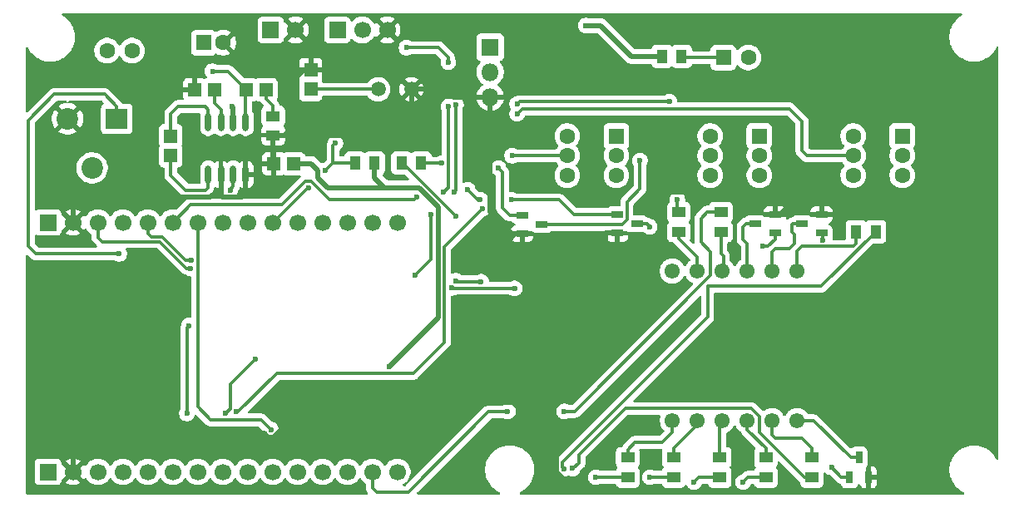
<source format=gtl>
G04 #@! TF.GenerationSoftware,KiCad,Pcbnew,9.0.1*
G04 #@! TF.CreationDate,2025-05-01T12:24:31+02:00*
G04 #@! TF.ProjectId,despertador,64657370-6572-4746-9164-6f722e6b6963,rev?*
G04 #@! TF.SameCoordinates,Original*
G04 #@! TF.FileFunction,Copper,L1,Top*
G04 #@! TF.FilePolarity,Positive*
%FSLAX46Y46*%
G04 Gerber Fmt 4.6, Leading zero omitted, Abs format (unit mm)*
G04 Created by KiCad (PCBNEW 9.0.1) date 2025-05-01 12:24:31*
%MOMM*%
%LPD*%
G01*
G04 APERTURE LIST*
G04 #@! TA.AperFunction,SMDPad,CuDef*
%ADD10R,1.350000X1.410000*%
G04 #@! TD*
G04 #@! TA.AperFunction,SMDPad,CuDef*
%ADD11R,1.410000X1.350000*%
G04 #@! TD*
G04 #@! TA.AperFunction,SMDPad,CuDef*
%ADD12R,1.380000X1.130000*%
G04 #@! TD*
G04 #@! TA.AperFunction,ComponentPad*
%ADD13R,1.600000X1.600000*%
G04 #@! TD*
G04 #@! TA.AperFunction,ComponentPad*
%ADD14C,1.600000*%
G04 #@! TD*
G04 #@! TA.AperFunction,ComponentPad*
%ADD15C,1.520000*%
G04 #@! TD*
G04 #@! TA.AperFunction,ComponentPad*
%ADD16R,1.700000X1.700000*%
G04 #@! TD*
G04 #@! TA.AperFunction,ComponentPad*
%ADD17C,1.700000*%
G04 #@! TD*
G04 #@! TA.AperFunction,SMDPad,CuDef*
%ADD18R,1.250000X0.700000*%
G04 #@! TD*
G04 #@! TA.AperFunction,ComponentPad*
%ADD19C,1.550000*%
G04 #@! TD*
G04 #@! TA.AperFunction,SMDPad,CuDef*
%ADD20O,0.630000X1.860000*%
G04 #@! TD*
G04 #@! TA.AperFunction,SMDPad,CuDef*
%ADD21R,1.130000X1.380000*%
G04 #@! TD*
G04 #@! TA.AperFunction,ComponentPad*
%ADD22R,2.200000X2.100000*%
G04 #@! TD*
G04 #@! TA.AperFunction,ComponentPad*
%ADD23C,2.200000*%
G04 #@! TD*
G04 #@! TA.AperFunction,ComponentPad*
%ADD24R,1.800000X1.800000*%
G04 #@! TD*
G04 #@! TA.AperFunction,ComponentPad*
%ADD25O,1.800000X1.800000*%
G04 #@! TD*
G04 #@! TA.AperFunction,SMDPad,CuDef*
%ADD26R,0.700000X1.250000*%
G04 #@! TD*
G04 #@! TA.AperFunction,ViaPad*
%ADD27C,0.600000*%
G04 #@! TD*
G04 #@! TA.AperFunction,Conductor*
%ADD28C,0.300000*%
G04 #@! TD*
G04 #@! TA.AperFunction,Conductor*
%ADD29C,0.500000*%
G04 #@! TD*
G04 APERTURE END LIST*
D10*
X109500000Y-98250000D03*
X109500000Y-96250000D03*
D11*
X107750000Y-105820000D03*
X105750000Y-105820000D03*
X102940000Y-98270000D03*
X104940000Y-98270000D03*
X97690000Y-98270000D03*
X99690000Y-98270000D03*
D10*
X95250000Y-105000000D03*
X95250000Y-103000000D03*
D12*
X151125000Y-137750000D03*
X151125000Y-135750000D03*
D13*
X169700000Y-103000000D03*
D14*
X169700000Y-105000000D03*
X169700000Y-107000000D03*
X164700000Y-103000000D03*
X164700000Y-105000000D03*
X164700000Y-107000000D03*
D12*
X146950000Y-110750000D03*
X146950000Y-112750000D03*
D13*
X155150000Y-103000000D03*
D14*
X155150000Y-105000000D03*
X155150000Y-107000000D03*
X150150000Y-103000000D03*
X150150000Y-105000000D03*
X150150000Y-107000000D03*
D13*
X140600000Y-103000000D03*
D14*
X140600000Y-105000000D03*
X140600000Y-107000000D03*
X135600000Y-103000000D03*
X135600000Y-105000000D03*
X135600000Y-107000000D03*
D12*
X151250000Y-110750000D03*
X151250000Y-112750000D03*
D15*
X116350000Y-98250000D03*
X119750000Y-98250000D03*
D16*
X82750000Y-111800000D03*
D17*
X85290000Y-111800000D03*
X87830000Y-111800000D03*
X90370000Y-111800000D03*
X92910000Y-111800000D03*
X95450000Y-111800000D03*
X97990000Y-111800000D03*
X100530000Y-111800000D03*
X103070000Y-111800000D03*
X105610000Y-111800000D03*
X108150000Y-111800000D03*
X110690000Y-111800000D03*
X113230000Y-111800000D03*
X115770000Y-111800000D03*
X118310000Y-111800000D03*
D12*
X105680000Y-100970000D03*
X105680000Y-102910000D03*
D18*
X156750000Y-112900000D03*
X156750000Y-111000000D03*
X154750000Y-111950000D03*
D19*
X146300000Y-131990000D03*
X148840000Y-131990000D03*
X151380000Y-131990000D03*
X153920000Y-131990000D03*
X156460000Y-131990000D03*
X159000000Y-131990000D03*
X159000000Y-116750000D03*
X156460000Y-116750000D03*
X153920000Y-116750000D03*
X151380000Y-116750000D03*
X148840000Y-116750000D03*
X146300000Y-116750000D03*
D20*
X99070000Y-106930000D03*
X100350000Y-106930000D03*
X101610000Y-106930000D03*
X102880000Y-106930000D03*
X102880000Y-101570000D03*
X101610000Y-101570000D03*
X100350000Y-101570000D03*
X99070000Y-101570000D03*
D12*
X155812500Y-137750000D03*
X155812500Y-135750000D03*
D18*
X161500000Y-112900000D03*
X161500000Y-111000000D03*
X159500000Y-111950000D03*
D21*
X114000000Y-105750000D03*
X116000000Y-105750000D03*
D16*
X105425000Y-92200000D03*
D17*
X107965000Y-92200000D03*
D13*
X98600000Y-93500000D03*
D14*
X100600000Y-93500000D03*
D22*
X89750000Y-101250000D03*
D23*
X87250000Y-106250000D03*
X84750000Y-101250000D03*
D14*
X91300000Y-94300000D03*
X88760000Y-94300000D03*
D18*
X131000000Y-111050000D03*
X131000000Y-112950000D03*
X133000000Y-112000000D03*
D21*
X145250000Y-94880000D03*
X147250000Y-94880000D03*
D14*
X154030000Y-95010000D03*
D13*
X151490000Y-95010000D03*
D16*
X82750000Y-137200000D03*
D17*
X85290000Y-137200000D03*
X87830000Y-137200000D03*
X90370000Y-137200000D03*
X92910000Y-137200000D03*
X95450000Y-137200000D03*
X97990000Y-137200000D03*
X100530000Y-137200000D03*
X103070000Y-137200000D03*
X105610000Y-137200000D03*
X108150000Y-137200000D03*
X110690000Y-137200000D03*
X113230000Y-137200000D03*
X115770000Y-137200000D03*
X118310000Y-137200000D03*
D12*
X160500000Y-137750000D03*
X160500000Y-135750000D03*
X141750000Y-137750000D03*
X141750000Y-135750000D03*
D16*
X112200000Y-92200000D03*
D17*
X114740000Y-92200000D03*
X117280000Y-92200000D03*
D18*
X140700000Y-111000000D03*
X140700000Y-112900000D03*
X142700000Y-111950000D03*
D12*
X146437500Y-137750000D03*
X146437500Y-135750000D03*
D24*
X127757724Y-93960000D03*
D25*
X127757724Y-96500000D03*
X127757724Y-99040000D03*
D21*
X120750000Y-105750000D03*
X118750000Y-105750000D03*
X167000000Y-112750000D03*
X165000000Y-112750000D03*
D26*
X164350000Y-137750000D03*
X166250000Y-137750000D03*
X165300000Y-135750000D03*
D27*
X130250000Y-118526000D03*
X97273691Y-116490810D03*
X123858391Y-118471370D03*
X155500000Y-114250000D03*
X129900000Y-109500000D03*
X126750000Y-109500000D03*
X125469669Y-108469669D03*
X153500000Y-138250000D03*
X123500000Y-95500000D03*
X123000000Y-108750000D03*
X119250000Y-94000000D03*
X123500000Y-100000000D03*
X111000000Y-106500000D03*
X109250000Y-108250000D03*
X112000000Y-103750000D03*
X130000000Y-105000000D03*
X120250000Y-109250000D03*
X162500000Y-136750000D03*
X135249999Y-136888478D03*
X144000000Y-137750000D03*
X103900000Y-125700000D03*
X100830762Y-131250001D03*
X124300000Y-111200000D03*
X101900000Y-131100000D03*
X146800000Y-109500000D03*
X127000000Y-110400000D03*
X117500000Y-126500000D03*
X96900000Y-131250000D03*
X124271948Y-99789999D03*
X121750000Y-111000000D03*
X124100000Y-108749000D03*
X97100000Y-122300000D03*
X120100000Y-117200000D03*
X148500000Y-138250000D03*
X105449000Y-132900000D03*
X124250000Y-117750000D03*
X97340000Y-115650000D03*
X126846679Y-117846679D03*
X161600000Y-113600000D03*
X138500000Y-137750000D03*
X136140380Y-136859620D03*
X129550000Y-131050000D03*
X135300000Y-131050000D03*
X144000000Y-112250000D03*
X137500000Y-91750000D03*
X101500000Y-100000000D03*
X90000000Y-115000000D03*
X101300000Y-108500000D03*
X99500000Y-96400000D03*
X130500000Y-100750000D03*
X146000000Y-99500000D03*
X130500000Y-99750000D03*
X143000000Y-105500000D03*
X122850001Y-105769238D03*
X128600000Y-106250000D03*
D28*
X90000000Y-115000000D02*
X81500000Y-115000000D01*
X81500000Y-115000000D02*
X80750000Y-114250000D01*
X89750000Y-100010000D02*
X89750000Y-101250000D01*
X80750000Y-114250000D02*
X80750000Y-101400058D01*
X80750000Y-101400058D02*
X83390058Y-98760000D01*
X83390058Y-98760000D02*
X88500000Y-98760000D01*
X88500000Y-98760000D02*
X89750000Y-100010000D01*
X126750000Y-118500000D02*
X130224000Y-118500000D01*
X87830000Y-113330000D02*
X87830000Y-111800000D01*
X97243391Y-116460510D02*
X96861989Y-116460510D01*
X155500000Y-114250000D02*
X156000000Y-114250000D01*
X96861989Y-116460510D02*
X94151480Y-113750000D01*
X94151480Y-113750000D02*
X88250000Y-113750000D01*
X130224000Y-118500000D02*
X130250000Y-118526000D01*
X126746679Y-118496679D02*
X126750000Y-118500000D01*
X156000000Y-114250000D02*
X156750000Y-113500000D01*
X123883700Y-118496679D02*
X126746679Y-118496679D01*
X88250000Y-113750000D02*
X87830000Y-113330000D01*
X156750000Y-113500000D02*
X156750000Y-112900000D01*
X123858391Y-118471370D02*
X123883700Y-118496679D01*
X97273691Y-116490810D02*
X97243391Y-116460510D01*
X129900000Y-109500000D02*
X134750000Y-109500000D01*
X134750000Y-109500000D02*
X136250000Y-111000000D01*
X136250000Y-111000000D02*
X140700000Y-111000000D01*
X126500000Y-109500000D02*
X126750000Y-109500000D01*
X125469669Y-108469669D02*
X126500000Y-109500000D01*
X99000000Y-108250000D02*
X98750000Y-108500000D01*
X95250000Y-107000000D02*
X95250000Y-105000000D01*
X99000000Y-107000000D02*
X99000000Y-108250000D01*
X96750000Y-108500000D02*
X95250000Y-107000000D01*
X99070000Y-106930000D02*
X99000000Y-107000000D01*
X98750000Y-108500000D02*
X96750000Y-108500000D01*
X151125000Y-132245000D02*
X151380000Y-131990000D01*
X151125000Y-135750000D02*
X151125000Y-132245000D01*
X95250000Y-100750000D02*
X95250000Y-103000000D01*
X96000000Y-100000000D02*
X95250000Y-100750000D01*
X98750000Y-100000000D02*
X96000000Y-100000000D01*
X99070000Y-101570000D02*
X99070000Y-100320000D01*
X99070000Y-100320000D02*
X98750000Y-100000000D01*
X155812500Y-137750000D02*
X154000000Y-137750000D01*
X154000000Y-137750000D02*
X153500000Y-138250000D01*
X153920000Y-132920000D02*
X153920000Y-131990000D01*
X155812500Y-135750000D02*
X155812500Y-134812500D01*
X155812500Y-134812500D02*
X153920000Y-132920000D01*
X119250000Y-94000000D02*
X122500000Y-94000000D01*
X122500000Y-94000000D02*
X123500000Y-95000000D01*
X123500000Y-100000000D02*
X123500000Y-108250000D01*
X123500000Y-108250000D02*
X123000000Y-108750000D01*
X123500000Y-95000000D02*
X123500000Y-95500000D01*
X114000000Y-105750000D02*
X111750000Y-105750000D01*
X116350000Y-98250000D02*
X109500000Y-98250000D01*
X111750000Y-105750000D02*
X111750000Y-104000000D01*
X109160000Y-108250000D02*
X109250000Y-108250000D01*
X111000000Y-106500000D02*
X111750000Y-105750000D01*
X111750000Y-104000000D02*
X112000000Y-103750000D01*
X105610000Y-111800000D02*
X109160000Y-108250000D01*
X106579346Y-110000000D02*
X97250000Y-110000000D01*
X108980346Y-107599000D02*
X106579346Y-110000000D01*
X130000000Y-105000000D02*
X135600000Y-105000000D01*
X120000000Y-109500000D02*
X111420654Y-109500000D01*
X111420654Y-109500000D02*
X109519654Y-107599000D01*
X120250000Y-109250000D02*
X120000000Y-109500000D01*
X109519654Y-107599000D02*
X108980346Y-107599000D01*
X97250000Y-110000000D02*
X95450000Y-111800000D01*
X163500000Y-137750000D02*
X162500000Y-136750000D01*
X164350000Y-137750000D02*
X163500000Y-137750000D01*
X141750000Y-135750000D02*
X141750000Y-134950000D01*
X146300000Y-133200000D02*
X146300000Y-131990000D01*
X141750000Y-134950000D02*
X142500000Y-134200000D01*
X142500000Y-134200000D02*
X145300000Y-134200000D01*
X145300000Y-134200000D02*
X146300000Y-133200000D01*
X161450000Y-118300000D02*
X149900000Y-118300000D01*
X135101000Y-136739479D02*
X135249999Y-136888478D01*
X135101000Y-136228346D02*
X135101000Y-136739479D01*
X149900000Y-118300000D02*
X149900000Y-121429346D01*
X149900000Y-121429346D02*
X135101000Y-136228346D01*
X167000000Y-112750000D02*
X161450000Y-118300000D01*
X146437500Y-137750000D02*
X144000000Y-137750000D01*
X123400058Y-110300058D02*
X123400000Y-110300058D01*
X100830762Y-131250001D02*
X101300000Y-130780763D01*
X118849942Y-105750000D02*
X118750000Y-105750000D01*
X101300000Y-128300000D02*
X103900000Y-125700000D01*
X124300000Y-111200000D02*
X123400058Y-110300058D01*
X101300000Y-130780763D02*
X101300000Y-128300000D01*
X123400000Y-110300058D02*
X118849942Y-105750000D01*
X113230000Y-137230000D02*
X113400000Y-137400000D01*
X113230000Y-137200000D02*
X113230000Y-137230000D01*
X146800000Y-109500000D02*
X146800000Y-110600000D01*
X102100000Y-131100000D02*
X106049000Y-127151000D01*
X119948942Y-127151000D02*
X123101000Y-123998942D01*
X123101000Y-123998942D02*
X123101000Y-114299000D01*
X106049000Y-127151000D02*
X119948942Y-127151000D01*
X146800000Y-110600000D02*
X146950000Y-110750000D01*
X123101000Y-114299000D02*
X127000000Y-110400000D01*
X101900000Y-131100000D02*
X102100000Y-131100000D01*
X148840000Y-132410000D02*
X148840000Y-131990000D01*
X146437500Y-135750000D02*
X146437500Y-134812500D01*
X146437500Y-134812500D02*
X148840000Y-132410000D01*
D29*
X117250000Y-108250000D02*
X111250000Y-108250000D01*
X122500000Y-121500000D02*
X122500000Y-110250000D01*
X117250000Y-108250000D02*
X117000000Y-108250000D01*
X117000000Y-108250000D02*
X116000000Y-107250000D01*
X116000000Y-107250000D02*
X116000000Y-105750000D01*
X120500000Y-108250000D02*
X117250000Y-108250000D01*
X111250000Y-108250000D02*
X110250000Y-107250000D01*
X110250000Y-107250000D02*
X110250000Y-106500000D01*
X122500000Y-110250000D02*
X120500000Y-108250000D01*
X117500000Y-126500000D02*
X122500000Y-121500000D01*
X109570000Y-105820000D02*
X107750000Y-105820000D01*
X110250000Y-106500000D02*
X109570000Y-105820000D01*
D28*
X165000000Y-112750000D02*
X165000000Y-114000000D01*
X159000000Y-114750000D02*
X159000000Y-116750000D01*
X165000000Y-114000000D02*
X164750000Y-114250000D01*
X159500000Y-114250000D02*
X159000000Y-114750000D01*
X164750000Y-114250000D02*
X159500000Y-114250000D01*
X124100000Y-108749000D02*
X124271948Y-108577052D01*
X121750000Y-115550000D02*
X121750000Y-111000000D01*
X120100000Y-117200000D02*
X121750000Y-115550000D01*
X96900000Y-122500000D02*
X97100000Y-122300000D01*
X124271948Y-108577052D02*
X124271948Y-99789999D01*
X96900000Y-131250000D02*
X96900000Y-122500000D01*
D29*
X105750000Y-108250000D02*
X105750000Y-105820000D01*
X158500000Y-108750000D02*
X158500000Y-109750000D01*
X139500000Y-112900000D02*
X140700000Y-112900000D01*
X129750000Y-113500000D02*
X130300000Y-112950000D01*
X104786925Y-133300000D02*
X105137925Y-133651000D01*
X95250000Y-109250000D02*
X99250000Y-109250000D01*
X107750000Y-97250000D02*
X108750000Y-96250000D01*
X92500000Y-106500000D02*
X92500000Y-100000000D01*
X100000000Y-108750000D02*
X100350000Y-108400000D01*
X105760075Y-133651000D02*
X109311074Y-130100000D01*
X109500000Y-96250000D02*
X114000000Y-96250000D01*
X134000000Y-120250000D02*
X139500000Y-114750000D01*
X99500000Y-109000000D02*
X100250000Y-109000000D01*
X85290000Y-135510000D02*
X87500000Y-133300000D01*
X87500000Y-133300000D02*
X104786925Y-133300000D01*
X119750000Y-98250000D02*
X117750000Y-96250000D01*
X105750000Y-105500000D02*
X105680000Y-105430000D01*
X113750000Y-101750000D02*
X118500000Y-101750000D01*
X103260000Y-108750000D02*
X105250000Y-108750000D01*
X134500000Y-137250000D02*
X136500000Y-139250000D01*
X102880000Y-108870000D02*
X102880000Y-108370000D01*
X109311074Y-130100000D02*
X130100000Y-130100000D01*
X112590000Y-102910000D02*
X113750000Y-101750000D01*
X89960000Y-109040000D02*
X92500000Y-106500000D01*
X139500000Y-114750000D02*
X139500000Y-112900000D01*
X106840000Y-102910000D02*
X112590000Y-102910000D01*
X118500000Y-101750000D02*
X119750000Y-100500000D01*
X102880000Y-108370000D02*
X102880000Y-106930000D01*
X100500000Y-109250000D02*
X102500000Y-109250000D01*
X139500000Y-114250000D02*
X144250000Y-114250000D01*
X123250000Y-98250000D02*
X119750000Y-98250000D01*
X157250000Y-111000000D02*
X156750000Y-111000000D01*
X145000000Y-113500000D02*
X145000000Y-109250000D01*
X132300000Y-130100000D02*
X130100000Y-130100000D01*
X124040000Y-99040000D02*
X123250000Y-98250000D01*
X134000000Y-120250000D02*
X129750000Y-116000000D01*
X161500000Y-108900000D02*
X158650000Y-108900000D01*
X145000000Y-109250000D02*
X145500000Y-108750000D01*
X119750000Y-100500000D02*
X119750000Y-98250000D01*
X92500000Y-106500000D02*
X95250000Y-109250000D01*
X158650000Y-108900000D02*
X158500000Y-108750000D01*
X105137925Y-133651000D02*
X105760075Y-133651000D01*
X161500000Y-108900000D02*
X161500000Y-111000000D01*
X130300000Y-112950000D02*
X131000000Y-112950000D01*
X94270000Y-98270000D02*
X97690000Y-98270000D01*
X85290000Y-137200000D02*
X85290000Y-135510000D01*
X117750000Y-96250000D02*
X114000000Y-96250000D01*
X105680000Y-105430000D02*
X105680000Y-102910000D01*
X134000000Y-128400000D02*
X132300000Y-130100000D01*
X139500000Y-112900000D02*
X139500000Y-114250000D01*
X105680000Y-102910000D02*
X106840000Y-102910000D01*
X166250000Y-139250000D02*
X166250000Y-137750000D01*
X130100000Y-130100000D02*
X133000000Y-133000000D01*
X134500000Y-134500000D02*
X134500000Y-137250000D01*
X129750000Y-116000000D02*
X129750000Y-113500000D01*
X105750000Y-105820000D02*
X105750000Y-105500000D01*
X92500000Y-100000000D02*
X94250000Y-98250000D01*
X145500000Y-108750000D02*
X158500000Y-108750000D01*
X144250000Y-114250000D02*
X145000000Y-113500000D01*
X134000000Y-120250000D02*
X134000000Y-128400000D01*
X127757724Y-110757724D02*
X129950000Y-112950000D01*
X100350000Y-108400000D02*
X100350000Y-106930000D01*
X85290000Y-109040000D02*
X89960000Y-109040000D01*
X158500000Y-109750000D02*
X157250000Y-111000000D01*
X102500000Y-109250000D02*
X102880000Y-108870000D01*
X127757724Y-99040000D02*
X127757724Y-110757724D01*
X85290000Y-111800000D02*
X85290000Y-109040000D01*
X136500000Y-139250000D02*
X166250000Y-139250000D01*
X100000000Y-108750000D02*
X100500000Y-109250000D01*
X102880000Y-108370000D02*
X103260000Y-108750000D01*
X100350000Y-108900000D02*
X100350000Y-108400000D01*
X129950000Y-112950000D02*
X131000000Y-112950000D01*
X105250000Y-108750000D02*
X105750000Y-108250000D01*
X100250000Y-109000000D02*
X100350000Y-108900000D01*
X107750000Y-102000000D02*
X107750000Y-97250000D01*
X106840000Y-102910000D02*
X107750000Y-102000000D01*
X133000000Y-133000000D02*
X134500000Y-134500000D01*
X94250000Y-98250000D02*
X94270000Y-98270000D01*
X99250000Y-109250000D02*
X99500000Y-109000000D01*
X108750000Y-96250000D02*
X109500000Y-96250000D01*
X127757724Y-99040000D02*
X124040000Y-99040000D01*
D28*
X146950000Y-113450000D02*
X148840000Y-115340000D01*
X148840000Y-115340000D02*
X148840000Y-116750000D01*
X146950000Y-112750000D02*
X146950000Y-113450000D01*
X160500000Y-135750000D02*
X160500000Y-134750000D01*
X156460000Y-133460000D02*
X156460000Y-131990000D01*
X159500000Y-133750000D02*
X156750000Y-133750000D01*
X156750000Y-133750000D02*
X156460000Y-133460000D01*
X160500000Y-134750000D02*
X159500000Y-133750000D01*
X151500000Y-115250000D02*
X151500000Y-116630000D01*
X151250000Y-112750000D02*
X151250000Y-115000000D01*
X151250000Y-115000000D02*
X151500000Y-115250000D01*
X151500000Y-116630000D02*
X151380000Y-116750000D01*
X99300000Y-131900000D02*
X97990000Y-130590000D01*
X151125000Y-137750000D02*
X149000000Y-137750000D01*
X97990000Y-130590000D02*
X97990000Y-111800000D01*
X149000000Y-137750000D02*
X148500000Y-138250000D01*
X104449000Y-131900000D02*
X99300000Y-131900000D01*
X105449000Y-132900000D02*
X104449000Y-131900000D01*
X93249000Y-113249000D02*
X92910000Y-112910000D01*
X97241000Y-115641000D02*
X96750999Y-115641000D01*
X97340000Y-115650000D02*
X97250000Y-115650000D01*
X96750999Y-115641000D02*
X94359002Y-113249000D01*
X161600000Y-113600000D02*
X161600000Y-113000000D01*
X161600000Y-113000000D02*
X161500000Y-112900000D01*
X124346679Y-117846679D02*
X124250000Y-117750000D01*
X92910000Y-112910000D02*
X92910000Y-111800000D01*
X126846679Y-117846679D02*
X124346679Y-117846679D01*
X97250000Y-115650000D02*
X97241000Y-115641000D01*
X94359002Y-113249000D02*
X93249000Y-113249000D01*
X141750000Y-137750000D02*
X138500000Y-137750000D01*
X136140380Y-136859620D02*
X136240380Y-136859620D01*
X155207521Y-133188021D02*
X159769500Y-137750000D01*
X154350000Y-130750000D02*
X155207521Y-131607521D01*
X159769500Y-137750000D02*
X160500000Y-137750000D01*
X136800000Y-136300000D02*
X136800000Y-135450000D01*
X155207521Y-131607521D02*
X155207521Y-133188021D01*
X136240380Y-136859620D02*
X136800000Y-136300000D01*
X141500000Y-130750000D02*
X154350000Y-130750000D01*
X136800000Y-135450000D02*
X141500000Y-130750000D01*
X150200000Y-117200000D02*
X150200000Y-114800000D01*
X119400000Y-139300000D02*
X116200000Y-139300000D01*
X136350000Y-131050000D02*
X150200000Y-117200000D01*
X115770000Y-138870000D02*
X115770000Y-137200000D01*
X116200000Y-139300000D02*
X115770000Y-138870000D01*
X129500000Y-131050000D02*
X129450000Y-131100000D01*
X150200000Y-114800000D02*
X149200000Y-113800000D01*
X149200000Y-113800000D02*
X149200000Y-111400000D01*
X127600000Y-131100000D02*
X119400000Y-139300000D01*
X149200000Y-111400000D02*
X149850000Y-110750000D01*
X149850000Y-110750000D02*
X151250000Y-110750000D01*
X135300000Y-131050000D02*
X136350000Y-131050000D01*
X129450000Y-131100000D02*
X127600000Y-131100000D01*
X129550000Y-131050000D02*
X129500000Y-131050000D01*
X142700000Y-111950000D02*
X143700000Y-111950000D01*
X143700000Y-111950000D02*
X144000000Y-112250000D01*
X164450000Y-135750000D02*
X160690000Y-131990000D01*
X165300000Y-135750000D02*
X164450000Y-135750000D01*
X160690000Y-131990000D02*
X159000000Y-131990000D01*
X153500000Y-113500000D02*
X153920000Y-113920000D01*
X153920000Y-113920000D02*
X153920000Y-116750000D01*
X154750000Y-111950000D02*
X153800000Y-111950000D01*
X153500000Y-112250000D02*
X153500000Y-113500000D01*
X153800000Y-111950000D02*
X153500000Y-112250000D01*
X159500000Y-111950000D02*
X158550000Y-111950000D01*
X156460000Y-114790000D02*
X156460000Y-116750000D01*
X158750000Y-113000000D02*
X158750000Y-114000000D01*
X158750000Y-114000000D02*
X158250000Y-114500000D01*
X158550000Y-111950000D02*
X158500000Y-112000000D01*
X158500000Y-112750000D02*
X158750000Y-113000000D01*
X156750000Y-114500000D02*
X156460000Y-114790000D01*
X158250000Y-114500000D02*
X156750000Y-114500000D01*
X158500000Y-112000000D02*
X158500000Y-112750000D01*
D29*
X142130000Y-94880000D02*
X139000000Y-91750000D01*
X145250000Y-94880000D02*
X142130000Y-94880000D01*
X101610000Y-100110000D02*
X101500000Y-100000000D01*
X101610000Y-101570000D02*
X101610000Y-100110000D01*
X139000000Y-91750000D02*
X137500000Y-91750000D01*
D28*
X104940000Y-99190000D02*
X105680000Y-99930000D01*
X105680000Y-99930000D02*
X105680000Y-100970000D01*
X104940000Y-98270000D02*
X104940000Y-99190000D01*
X101300000Y-108500000D02*
X101300000Y-108450000D01*
X101610000Y-108140000D02*
X101610000Y-106930000D01*
X101300000Y-108450000D02*
X101610000Y-108140000D01*
X102880000Y-98330000D02*
X102940000Y-98270000D01*
X102940000Y-98270000D02*
X101070000Y-96400000D01*
X101070000Y-96400000D02*
X99500000Y-96400000D01*
X102880000Y-101570000D02*
X102880000Y-98330000D01*
X99690000Y-99690000D02*
X99690000Y-98270000D01*
X100350000Y-100350000D02*
X99690000Y-99690000D01*
X100350000Y-101570000D02*
X100350000Y-100350000D01*
X159500000Y-104500000D02*
X160000000Y-105000000D01*
X130500000Y-100750000D02*
X131000000Y-100250000D01*
X159500000Y-101500000D02*
X159500000Y-104500000D01*
X131000000Y-100250000D02*
X158250000Y-100250000D01*
X160000000Y-105000000D02*
X164700000Y-105000000D01*
X158250000Y-100250000D02*
X159500000Y-101500000D01*
X130500000Y-99750000D02*
X130750000Y-99500000D01*
X130750000Y-99500000D02*
X146000000Y-99500000D01*
X143000000Y-105500000D02*
X143000000Y-108379760D01*
X141676000Y-111523000D02*
X141199000Y-112000000D01*
X141199000Y-112000000D02*
X133000000Y-112000000D01*
X141676000Y-109703760D02*
X141676000Y-111523000D01*
X143000000Y-108379760D02*
X141676000Y-109703760D01*
X151490000Y-95010000D02*
X147380000Y-95010000D01*
X147380000Y-95010000D02*
X147250000Y-94880000D01*
X131000000Y-111050000D02*
X129750000Y-111050000D01*
X120769238Y-105769238D02*
X120750000Y-105750000D01*
X129000000Y-110300000D02*
X129000000Y-106650000D01*
X122850001Y-105769238D02*
X120769238Y-105769238D01*
X129750000Y-111050000D02*
X129000000Y-110300000D01*
X129000000Y-106650000D02*
X128600000Y-106250000D01*
G04 #@! TA.AperFunction,Conductor*
G36*
X175689093Y-90510685D02*
G01*
X175689728Y-90510506D01*
X175722605Y-90520525D01*
X175755502Y-90530185D01*
X175755932Y-90530681D01*
X175756563Y-90530874D01*
X175778807Y-90557081D01*
X175801257Y-90582989D01*
X175801350Y-90583639D01*
X175801777Y-90584142D01*
X175806321Y-90618209D01*
X175811201Y-90652147D01*
X175810927Y-90652745D01*
X175811015Y-90653398D01*
X175796432Y-90684486D01*
X175782176Y-90715703D01*
X175781528Y-90716258D01*
X175781343Y-90716654D01*
X175754435Y-90739494D01*
X175550753Y-90867476D01*
X175331175Y-91042583D01*
X175132583Y-91241175D01*
X174957476Y-91460753D01*
X174808053Y-91698557D01*
X174686200Y-91951588D01*
X174593443Y-92216670D01*
X174593439Y-92216682D01*
X174530945Y-92490487D01*
X174530942Y-92490505D01*
X174499500Y-92769568D01*
X174499500Y-93050431D01*
X174530942Y-93329494D01*
X174530945Y-93329512D01*
X174593439Y-93603317D01*
X174593443Y-93603329D01*
X174686200Y-93868411D01*
X174808053Y-94121442D01*
X174808055Y-94121445D01*
X174957477Y-94359248D01*
X175132584Y-94578825D01*
X175331175Y-94777416D01*
X175550752Y-94952523D01*
X175728093Y-95063954D01*
X175788557Y-95101946D01*
X175789365Y-95102335D01*
X176041592Y-95223801D01*
X176236396Y-95291966D01*
X176306670Y-95316556D01*
X176306682Y-95316560D01*
X176580491Y-95379055D01*
X176580497Y-95379055D01*
X176580505Y-95379057D01*
X176766547Y-95400018D01*
X176859569Y-95410499D01*
X176859572Y-95410500D01*
X176859575Y-95410500D01*
X177140428Y-95410500D01*
X177140429Y-95410499D01*
X177283055Y-95394429D01*
X177419494Y-95379057D01*
X177419499Y-95379056D01*
X177419509Y-95379055D01*
X177693318Y-95316560D01*
X177958408Y-95223801D01*
X178211445Y-95101945D01*
X178449248Y-94952523D01*
X178668825Y-94777416D01*
X178867416Y-94578825D01*
X179042523Y-94359248D01*
X179191945Y-94121445D01*
X179212460Y-94078846D01*
X179263780Y-93972279D01*
X179310602Y-93920419D01*
X179378029Y-93902106D01*
X179444653Y-93923154D01*
X179489322Y-93976880D01*
X179499500Y-94026080D01*
X179499500Y-135883919D01*
X179479815Y-135950958D01*
X179427011Y-135996713D01*
X179357853Y-136006657D01*
X179294297Y-135977632D01*
X179263780Y-135937721D01*
X179191946Y-135788557D01*
X179149790Y-135721466D01*
X179042523Y-135550752D01*
X178867416Y-135331175D01*
X178668825Y-135132584D01*
X178449248Y-134957477D01*
X178211445Y-134808055D01*
X178211442Y-134808053D01*
X177958411Y-134686200D01*
X177693329Y-134593443D01*
X177693317Y-134593439D01*
X177419512Y-134530945D01*
X177419494Y-134530942D01*
X177140431Y-134499500D01*
X177140425Y-134499500D01*
X176859575Y-134499500D01*
X176859568Y-134499500D01*
X176580505Y-134530942D01*
X176580487Y-134530945D01*
X176306682Y-134593439D01*
X176306670Y-134593443D01*
X176041588Y-134686200D01*
X175788557Y-134808053D01*
X175550753Y-134957476D01*
X175331175Y-135132583D01*
X175132583Y-135331175D01*
X174957476Y-135550753D01*
X174808053Y-135788557D01*
X174686200Y-136041588D01*
X174593443Y-136306670D01*
X174593439Y-136306682D01*
X174530945Y-136580487D01*
X174530942Y-136580505D01*
X174499500Y-136859568D01*
X174499500Y-137140429D01*
X174530942Y-137419494D01*
X174530945Y-137419512D01*
X174593439Y-137693317D01*
X174593443Y-137693329D01*
X174686200Y-137958411D01*
X174808053Y-138211442D01*
X174808055Y-138211445D01*
X174957477Y-138449248D01*
X175043674Y-138557335D01*
X175101474Y-138629815D01*
X175132584Y-138668825D01*
X175331175Y-138867416D01*
X175550752Y-139042523D01*
X175766561Y-139178125D01*
X175788560Y-139191948D01*
X175937721Y-139263780D01*
X175989581Y-139310602D01*
X176007894Y-139378029D01*
X175986846Y-139444653D01*
X175933120Y-139489322D01*
X175883920Y-139499500D01*
X130866080Y-139499500D01*
X130799041Y-139479815D01*
X130753286Y-139427011D01*
X130743342Y-139357853D01*
X130772367Y-139294297D01*
X130812279Y-139263780D01*
X130961439Y-139191948D01*
X130961439Y-139191947D01*
X130961445Y-139191945D01*
X131199248Y-139042523D01*
X131418825Y-138867416D01*
X131617416Y-138668825D01*
X131792523Y-138449248D01*
X131941945Y-138211445D01*
X132063801Y-137958408D01*
X132156560Y-137693318D01*
X132219055Y-137419509D01*
X132224542Y-137370814D01*
X132250500Y-137140429D01*
X132250500Y-136859572D01*
X132250499Y-136859571D01*
X132245705Y-136817015D01*
X132244874Y-136809637D01*
X134449499Y-136809637D01*
X134449499Y-136967324D01*
X134480260Y-137121967D01*
X134480263Y-137121979D01*
X134540601Y-137267650D01*
X134540608Y-137267663D01*
X134628209Y-137398766D01*
X134628212Y-137398770D01*
X134739706Y-137510264D01*
X134739710Y-137510267D01*
X134870813Y-137597868D01*
X134870826Y-137597875D01*
X135016497Y-137658213D01*
X135016502Y-137658215D01*
X135171152Y-137688977D01*
X135171155Y-137688978D01*
X135171157Y-137688978D01*
X135328843Y-137688978D01*
X135328844Y-137688977D01*
X135483496Y-137658215D01*
X135629178Y-137597872D01*
X135651253Y-137583121D01*
X135717929Y-137562244D01*
X135767595Y-137571663D01*
X135836247Y-137600099D01*
X135906883Y-137629357D01*
X136051951Y-137658213D01*
X136061533Y-137660119D01*
X136061536Y-137660120D01*
X136061538Y-137660120D01*
X136219224Y-137660120D01*
X136219225Y-137660119D01*
X136373877Y-137629357D01*
X136486546Y-137582687D01*
X136519552Y-137569017D01*
X136519552Y-137569016D01*
X136519559Y-137569014D01*
X136650669Y-137481409D01*
X136762169Y-137369909D01*
X136849774Y-137238799D01*
X136888862Y-137144428D01*
X136915738Y-137104206D01*
X137305276Y-136714669D01*
X137376465Y-136608127D01*
X137425501Y-136489744D01*
X137426945Y-136482483D01*
X137443279Y-136400372D01*
X137450500Y-136364070D01*
X137450500Y-135770808D01*
X137470185Y-135703769D01*
X137486819Y-135683127D01*
X141733127Y-131436819D01*
X141794450Y-131403334D01*
X141820808Y-131400500D01*
X144979729Y-131400500D01*
X145046768Y-131420185D01*
X145092523Y-131472989D01*
X145102467Y-131542147D01*
X145097660Y-131562819D01*
X145055907Y-131691319D01*
X145024500Y-131889616D01*
X145024500Y-132090383D01*
X145055907Y-132288680D01*
X145117949Y-132479626D01*
X145199919Y-132640500D01*
X145209095Y-132658508D01*
X145327103Y-132820932D01*
X145327105Y-132820934D01*
X145455431Y-132949260D01*
X145488916Y-133010583D01*
X145483932Y-133080275D01*
X145455431Y-133124622D01*
X145066873Y-133513181D01*
X145005550Y-133546666D01*
X144979192Y-133549500D01*
X142435929Y-133549500D01*
X142310261Y-133574497D01*
X142310255Y-133574499D01*
X142191875Y-133623533D01*
X142191866Y-133623538D01*
X142085331Y-133694723D01*
X142085327Y-133694726D01*
X141244727Y-134535325D01*
X141244724Y-134535328D01*
X141181874Y-134629391D01*
X141128262Y-134674196D01*
X141078774Y-134684500D01*
X141012130Y-134684500D01*
X141012123Y-134684501D01*
X140952516Y-134690908D01*
X140817671Y-134741202D01*
X140817664Y-134741206D01*
X140702455Y-134827452D01*
X140702452Y-134827455D01*
X140616206Y-134942664D01*
X140616202Y-134942671D01*
X140565908Y-135077517D01*
X140559988Y-135132584D01*
X140559501Y-135137123D01*
X140559500Y-135137135D01*
X140559500Y-136362870D01*
X140559501Y-136362876D01*
X140565908Y-136422483D01*
X140616202Y-136557328D01*
X140616203Y-136557330D01*
X140704807Y-136675689D01*
X140729224Y-136741153D01*
X140714373Y-136809426D01*
X140704807Y-136824311D01*
X140616203Y-136942669D01*
X140616201Y-136942673D01*
X140587797Y-137018832D01*
X140545927Y-137074766D01*
X140480463Y-137099184D01*
X140471615Y-137099500D01*
X139004935Y-137099500D01*
X138937896Y-137079815D01*
X138936090Y-137078633D01*
X138879179Y-137040606D01*
X138879172Y-137040602D01*
X138733501Y-136980264D01*
X138733489Y-136980261D01*
X138578845Y-136949500D01*
X138578842Y-136949500D01*
X138421158Y-136949500D01*
X138421155Y-136949500D01*
X138266510Y-136980261D01*
X138266498Y-136980264D01*
X138120827Y-137040602D01*
X138120814Y-137040609D01*
X137989711Y-137128210D01*
X137989707Y-137128213D01*
X137878213Y-137239707D01*
X137878210Y-137239711D01*
X137790609Y-137370814D01*
X137790602Y-137370827D01*
X137730264Y-137516498D01*
X137730261Y-137516510D01*
X137699500Y-137671153D01*
X137699500Y-137828846D01*
X137730261Y-137983489D01*
X137730264Y-137983501D01*
X137790602Y-138129172D01*
X137790609Y-138129185D01*
X137878210Y-138260288D01*
X137878213Y-138260292D01*
X137989707Y-138371786D01*
X137989711Y-138371789D01*
X138120814Y-138459390D01*
X138120827Y-138459397D01*
X138260489Y-138517246D01*
X138266503Y-138519737D01*
X138388938Y-138544091D01*
X138421153Y-138550499D01*
X138421156Y-138550500D01*
X138421158Y-138550500D01*
X138578844Y-138550500D01*
X138578845Y-138550499D01*
X138733497Y-138519737D01*
X138861176Y-138466851D01*
X138879172Y-138459397D01*
X138879172Y-138459396D01*
X138879179Y-138459394D01*
X138936044Y-138421397D01*
X139002721Y-138400520D01*
X139004935Y-138400500D01*
X140471614Y-138400500D01*
X140538653Y-138420185D01*
X140584408Y-138472989D01*
X140587796Y-138481167D01*
X140616202Y-138557328D01*
X140616206Y-138557335D01*
X140702452Y-138672544D01*
X140702455Y-138672547D01*
X140817664Y-138758793D01*
X140817671Y-138758797D01*
X140952517Y-138809091D01*
X140952516Y-138809091D01*
X140959444Y-138809835D01*
X141012127Y-138815500D01*
X142487872Y-138815499D01*
X142547483Y-138809091D01*
X142682331Y-138758796D01*
X142797546Y-138672546D01*
X142883796Y-138557331D01*
X142934091Y-138422483D01*
X142940500Y-138362873D01*
X142940499Y-137137128D01*
X142934091Y-137077517D01*
X142933962Y-137077172D01*
X142883797Y-136942671D01*
X142883796Y-136942669D01*
X142797546Y-136827454D01*
X142797545Y-136827453D01*
X142795193Y-136824311D01*
X142770776Y-136758847D01*
X142785627Y-136690574D01*
X142795193Y-136675689D01*
X142816618Y-136647069D01*
X142883796Y-136557331D01*
X142934091Y-136422483D01*
X142940500Y-136362873D01*
X142940499Y-135137128D01*
X142934091Y-135077517D01*
X142929728Y-135065821D01*
X142911831Y-135017832D01*
X142906847Y-134948141D01*
X142940333Y-134886818D01*
X143001656Y-134853334D01*
X143028013Y-134850500D01*
X145159487Y-134850500D01*
X145226526Y-134870185D01*
X145272281Y-134922989D01*
X145282225Y-134992147D01*
X145275669Y-135017832D01*
X145253409Y-135077514D01*
X145253408Y-135077516D01*
X145247488Y-135132584D01*
X145247001Y-135137123D01*
X145247000Y-135137135D01*
X145247000Y-136362870D01*
X145247001Y-136362876D01*
X145253408Y-136422483D01*
X145303702Y-136557328D01*
X145303703Y-136557330D01*
X145392307Y-136675689D01*
X145416724Y-136741153D01*
X145401873Y-136809426D01*
X145392307Y-136824311D01*
X145303703Y-136942669D01*
X145303701Y-136942673D01*
X145275297Y-137018832D01*
X145233427Y-137074766D01*
X145167963Y-137099184D01*
X145159115Y-137099500D01*
X144504935Y-137099500D01*
X144437896Y-137079815D01*
X144436090Y-137078633D01*
X144379179Y-137040606D01*
X144379172Y-137040602D01*
X144233501Y-136980264D01*
X144233489Y-136980261D01*
X144078845Y-136949500D01*
X144078842Y-136949500D01*
X143921158Y-136949500D01*
X143921155Y-136949500D01*
X143766510Y-136980261D01*
X143766498Y-136980264D01*
X143620827Y-137040602D01*
X143620814Y-137040609D01*
X143489711Y-137128210D01*
X143489707Y-137128213D01*
X143378213Y-137239707D01*
X143378210Y-137239711D01*
X143290609Y-137370814D01*
X143290602Y-137370827D01*
X143230264Y-137516498D01*
X143230261Y-137516510D01*
X143199500Y-137671153D01*
X143199500Y-137828846D01*
X143230261Y-137983489D01*
X143230264Y-137983501D01*
X143290602Y-138129172D01*
X143290609Y-138129185D01*
X143378210Y-138260288D01*
X143378213Y-138260292D01*
X143489707Y-138371786D01*
X143489711Y-138371789D01*
X143620814Y-138459390D01*
X143620827Y-138459397D01*
X143760489Y-138517246D01*
X143766503Y-138519737D01*
X143888938Y-138544091D01*
X143921153Y-138550499D01*
X143921156Y-138550500D01*
X143921158Y-138550500D01*
X144078844Y-138550500D01*
X144078845Y-138550499D01*
X144233497Y-138519737D01*
X144361176Y-138466851D01*
X144379172Y-138459397D01*
X144379172Y-138459396D01*
X144379179Y-138459394D01*
X144436044Y-138421397D01*
X144502721Y-138400520D01*
X144504935Y-138400500D01*
X145159114Y-138400500D01*
X145226153Y-138420185D01*
X145271908Y-138472989D01*
X145275296Y-138481167D01*
X145303702Y-138557328D01*
X145303706Y-138557335D01*
X145389952Y-138672544D01*
X145389955Y-138672547D01*
X145505164Y-138758793D01*
X145505171Y-138758797D01*
X145640017Y-138809091D01*
X145640016Y-138809091D01*
X145646944Y-138809835D01*
X145699627Y-138815500D01*
X147175372Y-138815499D01*
X147234983Y-138809091D01*
X147369831Y-138758796D01*
X147485046Y-138672546D01*
X147562830Y-138568639D01*
X147618761Y-138526771D01*
X147688452Y-138521787D01*
X147749775Y-138555272D01*
X147776655Y-138595499D01*
X147777268Y-138596978D01*
X147790603Y-138629172D01*
X147790606Y-138629178D01*
X147790609Y-138629185D01*
X147878210Y-138760288D01*
X147878213Y-138760292D01*
X147989707Y-138871786D01*
X147989711Y-138871789D01*
X148120814Y-138959390D01*
X148120827Y-138959397D01*
X148266498Y-139019735D01*
X148266503Y-139019737D01*
X148421138Y-139050496D01*
X148421153Y-139050499D01*
X148421156Y-139050500D01*
X148421158Y-139050500D01*
X148578844Y-139050500D01*
X148578845Y-139050499D01*
X148733497Y-139019737D01*
X148879179Y-138959394D01*
X149010289Y-138871789D01*
X149121789Y-138760289D01*
X149209394Y-138629179D01*
X149269737Y-138483497D01*
X149269737Y-138483496D01*
X149272068Y-138477869D01*
X149274522Y-138478885D01*
X149306510Y-138430070D01*
X149370321Y-138401610D01*
X149386878Y-138400500D01*
X149846614Y-138400500D01*
X149913653Y-138420185D01*
X149959408Y-138472989D01*
X149962796Y-138481167D01*
X149991202Y-138557328D01*
X149991206Y-138557335D01*
X150077452Y-138672544D01*
X150077455Y-138672547D01*
X150192664Y-138758793D01*
X150192671Y-138758797D01*
X150327517Y-138809091D01*
X150327516Y-138809091D01*
X150334444Y-138809835D01*
X150387127Y-138815500D01*
X151862872Y-138815499D01*
X151922483Y-138809091D01*
X152057331Y-138758796D01*
X152172546Y-138672546D01*
X152258796Y-138557331D01*
X152309091Y-138422483D01*
X152315500Y-138362873D01*
X152315499Y-137137128D01*
X152309091Y-137077517D01*
X152308962Y-137077172D01*
X152258797Y-136942671D01*
X152258796Y-136942669D01*
X152172546Y-136827454D01*
X152172545Y-136827453D01*
X152170193Y-136824311D01*
X152145776Y-136758847D01*
X152160627Y-136690574D01*
X152170193Y-136675689D01*
X152191618Y-136647069D01*
X152258796Y-136557331D01*
X152309091Y-136422483D01*
X152315500Y-136362873D01*
X152315499Y-135137128D01*
X152309091Y-135077517D01*
X152309090Y-135077515D01*
X152258797Y-134942671D01*
X152258793Y-134942664D01*
X152172547Y-134827455D01*
X152172544Y-134827452D01*
X152057335Y-134741206D01*
X152057328Y-134741202D01*
X151922482Y-134690908D01*
X151922484Y-134690908D01*
X151886243Y-134687012D01*
X151821692Y-134660273D01*
X151781845Y-134602880D01*
X151775500Y-134563723D01*
X151775500Y-133292725D01*
X151795185Y-133225686D01*
X151847989Y-133179931D01*
X151861178Y-133174795D01*
X151869622Y-133172052D01*
X152048508Y-133080905D01*
X152210932Y-132962897D01*
X152352897Y-132820932D01*
X152470905Y-132658508D01*
X152539515Y-132523852D01*
X152587490Y-132473057D01*
X152655311Y-132456262D01*
X152721445Y-132478799D01*
X152760484Y-132523852D01*
X152829095Y-132658508D01*
X152947103Y-132820932D01*
X153089068Y-132962897D01*
X153243044Y-133074767D01*
X153251498Y-133080909D01*
X153255644Y-133083450D01*
X153254876Y-133084702D01*
X153300904Y-133128183D01*
X153308368Y-133143228D01*
X153343534Y-133228126D01*
X153367550Y-133264069D01*
X153401360Y-133314670D01*
X153414726Y-133334673D01*
X153414727Y-133334674D01*
X154750007Y-134669952D01*
X154783492Y-134731275D01*
X154778508Y-134800966D01*
X154761593Y-134831944D01*
X154678703Y-134942669D01*
X154678702Y-134942671D01*
X154628408Y-135077517D01*
X154622488Y-135132584D01*
X154622001Y-135137123D01*
X154622000Y-135137135D01*
X154622000Y-136362870D01*
X154622001Y-136362876D01*
X154628408Y-136422483D01*
X154678702Y-136557328D01*
X154678703Y-136557330D01*
X154767307Y-136675689D01*
X154791724Y-136741153D01*
X154776873Y-136809426D01*
X154767307Y-136824311D01*
X154678703Y-136942669D01*
X154678701Y-136942673D01*
X154650297Y-137018832D01*
X154608427Y-137074766D01*
X154542963Y-137099184D01*
X154534115Y-137099500D01*
X153935929Y-137099500D01*
X153810261Y-137124497D01*
X153810255Y-137124499D01*
X153691874Y-137173534D01*
X153585331Y-137244723D01*
X153397068Y-137432985D01*
X153335744Y-137466469D01*
X153333579Y-137466920D01*
X153266508Y-137480261D01*
X153266498Y-137480264D01*
X153120827Y-137540602D01*
X153120814Y-137540609D01*
X152989711Y-137628210D01*
X152989707Y-137628213D01*
X152878213Y-137739707D01*
X152878210Y-137739711D01*
X152790609Y-137870814D01*
X152790602Y-137870827D01*
X152730264Y-138016498D01*
X152730261Y-138016510D01*
X152699500Y-138171153D01*
X152699500Y-138328846D01*
X152730261Y-138483489D01*
X152730264Y-138483501D01*
X152790602Y-138629172D01*
X152790609Y-138629185D01*
X152878210Y-138760288D01*
X152878213Y-138760292D01*
X152989707Y-138871786D01*
X152989711Y-138871789D01*
X153120814Y-138959390D01*
X153120827Y-138959397D01*
X153266498Y-139019735D01*
X153266503Y-139019737D01*
X153421138Y-139050496D01*
X153421153Y-139050499D01*
X153421156Y-139050500D01*
X153421158Y-139050500D01*
X153578844Y-139050500D01*
X153578845Y-139050499D01*
X153733497Y-139019737D01*
X153879179Y-138959394D01*
X154010289Y-138871789D01*
X154121789Y-138760289D01*
X154209394Y-138629179D01*
X154269737Y-138483497D01*
X154269737Y-138483496D01*
X154272068Y-138477869D01*
X154274522Y-138478885D01*
X154282408Y-138466851D01*
X154293165Y-138443297D01*
X154301245Y-138438104D01*
X154306510Y-138430070D01*
X154330159Y-138419522D01*
X154351943Y-138405523D01*
X154366116Y-138403485D01*
X154370321Y-138401610D01*
X154386878Y-138400500D01*
X154534114Y-138400500D01*
X154601153Y-138420185D01*
X154646908Y-138472989D01*
X154650296Y-138481167D01*
X154678702Y-138557328D01*
X154678706Y-138557335D01*
X154764952Y-138672544D01*
X154764955Y-138672547D01*
X154880164Y-138758793D01*
X154880171Y-138758797D01*
X155015017Y-138809091D01*
X155015016Y-138809091D01*
X155021944Y-138809835D01*
X155074627Y-138815500D01*
X156550372Y-138815499D01*
X156609983Y-138809091D01*
X156744831Y-138758796D01*
X156860046Y-138672546D01*
X156946296Y-138557331D01*
X156996591Y-138422483D01*
X157003000Y-138362873D01*
X157002999Y-137137128D01*
X156996591Y-137077517D01*
X156996462Y-137077172D01*
X156946297Y-136942671D01*
X156946296Y-136942669D01*
X156860046Y-136827454D01*
X156860045Y-136827453D01*
X156857693Y-136824311D01*
X156833276Y-136758847D01*
X156848127Y-136690574D01*
X156857693Y-136675689D01*
X156879118Y-136647069D01*
X156946296Y-136557331D01*
X156996591Y-136422483D01*
X157003000Y-136362873D01*
X157002999Y-136202805D01*
X157022683Y-136135768D01*
X157075487Y-136090013D01*
X157144645Y-136080069D01*
X157208201Y-136109094D01*
X157214680Y-136115126D01*
X159273181Y-138173627D01*
X159306666Y-138234950D01*
X159309500Y-138261307D01*
X159309500Y-138362869D01*
X159309501Y-138362876D01*
X159315908Y-138422483D01*
X159366202Y-138557328D01*
X159366206Y-138557335D01*
X159452452Y-138672544D01*
X159452455Y-138672547D01*
X159567664Y-138758793D01*
X159567671Y-138758797D01*
X159702517Y-138809091D01*
X159702516Y-138809091D01*
X159709444Y-138809835D01*
X159762127Y-138815500D01*
X161237872Y-138815499D01*
X161297483Y-138809091D01*
X161432331Y-138758796D01*
X161547546Y-138672546D01*
X161633796Y-138557331D01*
X161684091Y-138422483D01*
X161690500Y-138362873D01*
X161690499Y-137371939D01*
X161710183Y-137304901D01*
X161762987Y-137259146D01*
X161832146Y-137249202D01*
X161895702Y-137278227D01*
X161902180Y-137284259D01*
X161989707Y-137371786D01*
X161989711Y-137371789D01*
X162120814Y-137459390D01*
X162120827Y-137459397D01*
X162173963Y-137481406D01*
X162266503Y-137519737D01*
X162333580Y-137533079D01*
X162395488Y-137565461D01*
X162397068Y-137567014D01*
X163085325Y-138255272D01*
X163085332Y-138255278D01*
X163191863Y-138326459D01*
X163191866Y-138326460D01*
X163191874Y-138326466D01*
X163260885Y-138355051D01*
X163310256Y-138375501D01*
X163415210Y-138396378D01*
X163419482Y-138397550D01*
X163445588Y-138413675D01*
X163472784Y-138427901D01*
X163475045Y-138431869D01*
X163478926Y-138434267D01*
X163492122Y-138461846D01*
X163500345Y-138476279D01*
X163503198Y-138475215D01*
X163556202Y-138617328D01*
X163556206Y-138617335D01*
X163642452Y-138732544D01*
X163642455Y-138732547D01*
X163757664Y-138818793D01*
X163757671Y-138818797D01*
X163892517Y-138869091D01*
X163892516Y-138869091D01*
X163899444Y-138869835D01*
X163952127Y-138875500D01*
X164747872Y-138875499D01*
X164807483Y-138869091D01*
X164942331Y-138818796D01*
X165057546Y-138732546D01*
X165143796Y-138617331D01*
X165143888Y-138617086D01*
X165184084Y-138509313D01*
X165225954Y-138453379D01*
X165291419Y-138428961D01*
X165359692Y-138443812D01*
X165409098Y-138493217D01*
X165416448Y-138509312D01*
X165456645Y-138617086D01*
X165456649Y-138617093D01*
X165542809Y-138732187D01*
X165542812Y-138732190D01*
X165657906Y-138818350D01*
X165657913Y-138818354D01*
X165792620Y-138868596D01*
X165792627Y-138868598D01*
X165852155Y-138874999D01*
X165852172Y-138875000D01*
X166000000Y-138875000D01*
X166500000Y-138875000D01*
X166647828Y-138875000D01*
X166647844Y-138874999D01*
X166707372Y-138868598D01*
X166707379Y-138868596D01*
X166842086Y-138818354D01*
X166842093Y-138818350D01*
X166957187Y-138732190D01*
X166957190Y-138732187D01*
X167043350Y-138617093D01*
X167043354Y-138617086D01*
X167093596Y-138482379D01*
X167093598Y-138482372D01*
X167099999Y-138422844D01*
X167100000Y-138422827D01*
X167100000Y-138000000D01*
X166500000Y-138000000D01*
X166500000Y-138875000D01*
X166000000Y-138875000D01*
X166000000Y-137500000D01*
X166500000Y-137500000D01*
X167100000Y-137500000D01*
X167100000Y-137077172D01*
X167099999Y-137077155D01*
X167093598Y-137017627D01*
X167093596Y-137017620D01*
X167043354Y-136882913D01*
X167043350Y-136882906D01*
X166957190Y-136767812D01*
X166957187Y-136767809D01*
X166842093Y-136681649D01*
X166842086Y-136681645D01*
X166707379Y-136631403D01*
X166707372Y-136631401D01*
X166647844Y-136625000D01*
X166500000Y-136625000D01*
X166500000Y-137500000D01*
X166000000Y-137500000D01*
X166000000Y-136783897D01*
X166003944Y-136768856D01*
X166003192Y-136755943D01*
X166012695Y-136735492D01*
X166015961Y-136723040D01*
X166019908Y-136716031D01*
X166093796Y-136617331D01*
X166144091Y-136482483D01*
X166150500Y-136422873D01*
X166150499Y-135077128D01*
X166144091Y-135017517D01*
X166118215Y-134948141D01*
X166093797Y-134882671D01*
X166093793Y-134882664D01*
X166007547Y-134767455D01*
X166007544Y-134767452D01*
X165892335Y-134681206D01*
X165892328Y-134681202D01*
X165757482Y-134630908D01*
X165757483Y-134630908D01*
X165697883Y-134624501D01*
X165697881Y-134624500D01*
X165697873Y-134624500D01*
X165697864Y-134624500D01*
X164902129Y-134624500D01*
X164902123Y-134624501D01*
X164842516Y-134630908D01*
X164707671Y-134681202D01*
X164707664Y-134681206D01*
X164592455Y-134767452D01*
X164592450Y-134767457D01*
X164590418Y-134770172D01*
X164587707Y-134772200D01*
X164586183Y-134773725D01*
X164585963Y-134773505D01*
X164534481Y-134812037D01*
X164464788Y-134817015D01*
X164403478Y-134783532D01*
X161104674Y-131484727D01*
X161104673Y-131484726D01*
X161102822Y-131483489D01*
X160998127Y-131413535D01*
X160879744Y-131364499D01*
X160879738Y-131364497D01*
X160754071Y-131339500D01*
X160754069Y-131339500D01*
X160167169Y-131339500D01*
X160100130Y-131319815D01*
X160066851Y-131288385D01*
X160056762Y-131274499D01*
X159972897Y-131159068D01*
X159830932Y-131017103D01*
X159668508Y-130899095D01*
X159489626Y-130807949D01*
X159298680Y-130745907D01*
X159100384Y-130714500D01*
X158899616Y-130714500D01*
X158800468Y-130730203D01*
X158701319Y-130745907D01*
X158510373Y-130807949D01*
X158331491Y-130899095D01*
X158238822Y-130966423D01*
X158169068Y-131017103D01*
X158169066Y-131017105D01*
X158169065Y-131017105D01*
X158027105Y-131159065D01*
X158027105Y-131159066D01*
X158027103Y-131159068D01*
X158014067Y-131177011D01*
X157909095Y-131321491D01*
X157840485Y-131456146D01*
X157792510Y-131506942D01*
X157724689Y-131523737D01*
X157658554Y-131501199D01*
X157619515Y-131456146D01*
X157572817Y-131364497D01*
X157550905Y-131321492D01*
X157432897Y-131159068D01*
X157290932Y-131017103D01*
X157128508Y-130899095D01*
X156949626Y-130807949D01*
X156758680Y-130745907D01*
X156560384Y-130714500D01*
X156359616Y-130714500D01*
X156260468Y-130730203D01*
X156161319Y-130745907D01*
X155970373Y-130807949D01*
X155791488Y-130899097D01*
X155661450Y-130993575D01*
X155595644Y-131017055D01*
X155527590Y-131001229D01*
X155500884Y-130980938D01*
X154764674Y-130244727D01*
X154764673Y-130244726D01*
X154764669Y-130244723D01*
X154658127Y-130173535D01*
X154592552Y-130146373D01*
X154539744Y-130124499D01*
X154539738Y-130124497D01*
X154414071Y-130099500D01*
X154414069Y-130099500D01*
X142449154Y-130099500D01*
X142382115Y-130079815D01*
X142336360Y-130027011D01*
X142326416Y-129957853D01*
X142355441Y-129894297D01*
X142361473Y-129887819D01*
X150405272Y-121844020D01*
X150405277Y-121844015D01*
X150476466Y-121737472D01*
X150525501Y-121619089D01*
X150534487Y-121573918D01*
X150550500Y-121493415D01*
X150550500Y-119074500D01*
X150570185Y-119007461D01*
X150622989Y-118961706D01*
X150674500Y-118950500D01*
X161514071Y-118950500D01*
X161598615Y-118933682D01*
X161639744Y-118925501D01*
X161758127Y-118876465D01*
X161864669Y-118805277D01*
X166693127Y-113976817D01*
X166754450Y-113943333D01*
X166780808Y-113940499D01*
X167612871Y-113940499D01*
X167612872Y-113940499D01*
X167672483Y-113934091D01*
X167807331Y-113883796D01*
X167922546Y-113797546D01*
X168008796Y-113682331D01*
X168059091Y-113547483D01*
X168065500Y-113487873D01*
X168065499Y-112012128D01*
X168059091Y-111952517D01*
X168055120Y-111941871D01*
X168008797Y-111817671D01*
X168008793Y-111817664D01*
X167922547Y-111702455D01*
X167922544Y-111702452D01*
X167807335Y-111616206D01*
X167807328Y-111616202D01*
X167672482Y-111565908D01*
X167672483Y-111565908D01*
X167612883Y-111559501D01*
X167612881Y-111559500D01*
X167612873Y-111559500D01*
X167612864Y-111559500D01*
X166387129Y-111559500D01*
X166387123Y-111559501D01*
X166327516Y-111565908D01*
X166192671Y-111616202D01*
X166192669Y-111616203D01*
X166074311Y-111704807D01*
X166008847Y-111729224D01*
X165940574Y-111714373D01*
X165925689Y-111704807D01*
X165910869Y-111693713D01*
X165823373Y-111628213D01*
X165807330Y-111616203D01*
X165807328Y-111616202D01*
X165672482Y-111565908D01*
X165672483Y-111565908D01*
X165612883Y-111559501D01*
X165612881Y-111559500D01*
X165612873Y-111559500D01*
X165612864Y-111559500D01*
X164387129Y-111559500D01*
X164387123Y-111559501D01*
X164327516Y-111565908D01*
X164192671Y-111616202D01*
X164192664Y-111616206D01*
X164077455Y-111702452D01*
X164077452Y-111702455D01*
X163991206Y-111817664D01*
X163991202Y-111817671D01*
X163940908Y-111952517D01*
X163934611Y-112011096D01*
X163934501Y-112012123D01*
X163934500Y-112012135D01*
X163934501Y-113475500D01*
X163914816Y-113542539D01*
X163862013Y-113588294D01*
X163810501Y-113599500D01*
X162707418Y-113599500D01*
X162640379Y-113579815D01*
X162594624Y-113527011D01*
X162584680Y-113457853D01*
X162591236Y-113432167D01*
X162617077Y-113362883D01*
X162619091Y-113357483D01*
X162625500Y-113297873D01*
X162625499Y-112502128D01*
X162619091Y-112442517D01*
X162568796Y-112307669D01*
X162568795Y-112307668D01*
X162568793Y-112307664D01*
X162482547Y-112192455D01*
X162482544Y-112192452D01*
X162367335Y-112106206D01*
X162367328Y-112106202D01*
X162259312Y-112065915D01*
X162203378Y-112024044D01*
X162178961Y-111958580D01*
X162193813Y-111890307D01*
X162243218Y-111840901D01*
X162259313Y-111833551D01*
X162367084Y-111793355D01*
X162367093Y-111793350D01*
X162482187Y-111707190D01*
X162482190Y-111707187D01*
X162568350Y-111592093D01*
X162568354Y-111592086D01*
X162618596Y-111457379D01*
X162618598Y-111457372D01*
X162624999Y-111397844D01*
X162625000Y-111397827D01*
X162625000Y-111250000D01*
X160533897Y-111250000D01*
X160466858Y-111230315D01*
X160459596Y-111225273D01*
X160367331Y-111156204D01*
X160367328Y-111156202D01*
X160232482Y-111105908D01*
X160232483Y-111105908D01*
X160172883Y-111099501D01*
X160172881Y-111099500D01*
X160172873Y-111099500D01*
X160172864Y-111099500D01*
X158827129Y-111099500D01*
X158827123Y-111099501D01*
X158767516Y-111105908D01*
X158632671Y-111156202D01*
X158632664Y-111156206D01*
X158517455Y-111242452D01*
X158501264Y-111264080D01*
X158445328Y-111305949D01*
X158426193Y-111311382D01*
X158360259Y-111324497D01*
X158360257Y-111324498D01*
X158280177Y-111357669D01*
X158241877Y-111373533D01*
X158241869Y-111373537D01*
X158135326Y-111444726D01*
X158086423Y-111493629D01*
X158025100Y-111527113D01*
X157955408Y-111522128D01*
X157899475Y-111480256D01*
X157875059Y-111414792D01*
X157874921Y-111399315D01*
X157875000Y-111397840D01*
X157875000Y-111250000D01*
X155783897Y-111250000D01*
X155716858Y-111230315D01*
X155709596Y-111225273D01*
X155617331Y-111156204D01*
X155617328Y-111156202D01*
X155482482Y-111105908D01*
X155482483Y-111105908D01*
X155422883Y-111099501D01*
X155422881Y-111099500D01*
X155422873Y-111099500D01*
X155422864Y-111099500D01*
X154077129Y-111099500D01*
X154077123Y-111099501D01*
X154017516Y-111105908D01*
X153882671Y-111156202D01*
X153882664Y-111156206D01*
X153767455Y-111242452D01*
X153751264Y-111264080D01*
X153695328Y-111305949D01*
X153676193Y-111311382D01*
X153610259Y-111324497D01*
X153610257Y-111324498D01*
X153491874Y-111373534D01*
X153385326Y-111444726D01*
X152994724Y-111835328D01*
X152927503Y-111935933D01*
X152923536Y-111941871D01*
X152923535Y-111941873D01*
X152919127Y-111952516D01*
X152874499Y-112060255D01*
X152874497Y-112060261D01*
X152849500Y-112185928D01*
X152849500Y-112185931D01*
X152849500Y-113564069D01*
X152849500Y-113564071D01*
X152849499Y-113564071D01*
X152869312Y-113663669D01*
X152869312Y-113663670D01*
X152874497Y-113689737D01*
X152874498Y-113689742D01*
X152919153Y-113797547D01*
X152923535Y-113808127D01*
X152983071Y-113897230D01*
X152994726Y-113914673D01*
X152994727Y-113914674D01*
X153233181Y-114153127D01*
X153266666Y-114214450D01*
X153269500Y-114240808D01*
X153269500Y-115582830D01*
X153249815Y-115649869D01*
X153218386Y-115683147D01*
X153089068Y-115777103D01*
X153089066Y-115777105D01*
X153089065Y-115777105D01*
X152947105Y-115919065D01*
X152947105Y-115919066D01*
X152947103Y-115919068D01*
X152896423Y-115988822D01*
X152829095Y-116081491D01*
X152760485Y-116216146D01*
X152712510Y-116266942D01*
X152644689Y-116283737D01*
X152578554Y-116261199D01*
X152539515Y-116216146D01*
X152470904Y-116081491D01*
X152352897Y-115919068D01*
X152210932Y-115777103D01*
X152210029Y-115776447D01*
X152201611Y-115770330D01*
X152158947Y-115714999D01*
X152150500Y-115670015D01*
X152150500Y-115185928D01*
X152125502Y-115060261D01*
X152125501Y-115060260D01*
X152125501Y-115060256D01*
X152083724Y-114959397D01*
X152076466Y-114941875D01*
X152076463Y-114941870D01*
X152068623Y-114930137D01*
X152065412Y-114925331D01*
X152005276Y-114835330D01*
X151932300Y-114762354D01*
X151928262Y-114757384D01*
X151917135Y-114730824D01*
X151903334Y-114705549D01*
X151902224Y-114695231D01*
X151901265Y-114692941D01*
X151901708Y-114690427D01*
X151900500Y-114679191D01*
X151900500Y-113936276D01*
X151920185Y-113869237D01*
X151972989Y-113823482D01*
X152011247Y-113812986D01*
X152047483Y-113809091D01*
X152182331Y-113758796D01*
X152297546Y-113672546D01*
X152383796Y-113557331D01*
X152434091Y-113422483D01*
X152440500Y-113362873D01*
X152440499Y-112137128D01*
X152434091Y-112077517D01*
X152431935Y-112071737D01*
X152383797Y-111942671D01*
X152383796Y-111942669D01*
X152352228Y-111900500D01*
X152297546Y-111827454D01*
X152297545Y-111827453D01*
X152295193Y-111824311D01*
X152270776Y-111758847D01*
X152285627Y-111690574D01*
X152295193Y-111675689D01*
X152297546Y-111672546D01*
X152383796Y-111557331D01*
X152434091Y-111422483D01*
X152440500Y-111362873D01*
X152440499Y-110602155D01*
X155625000Y-110602155D01*
X155625000Y-110750000D01*
X156500000Y-110750000D01*
X157000000Y-110750000D01*
X157875000Y-110750000D01*
X157875000Y-110602172D01*
X157874999Y-110602155D01*
X160375000Y-110602155D01*
X160375000Y-110750000D01*
X161250000Y-110750000D01*
X161750000Y-110750000D01*
X162625000Y-110750000D01*
X162625000Y-110602172D01*
X162624999Y-110602155D01*
X162618598Y-110542627D01*
X162618596Y-110542620D01*
X162568354Y-110407913D01*
X162568350Y-110407906D01*
X162482190Y-110292812D01*
X162482187Y-110292809D01*
X162367093Y-110206649D01*
X162367086Y-110206645D01*
X162232379Y-110156403D01*
X162232372Y-110156401D01*
X162172844Y-110150000D01*
X161750000Y-110150000D01*
X161750000Y-110750000D01*
X161250000Y-110750000D01*
X161250000Y-110150000D01*
X160827155Y-110150000D01*
X160767627Y-110156401D01*
X160767620Y-110156403D01*
X160632913Y-110206645D01*
X160632906Y-110206649D01*
X160517812Y-110292809D01*
X160517809Y-110292812D01*
X160431649Y-110407906D01*
X160431645Y-110407913D01*
X160381403Y-110542620D01*
X160381401Y-110542627D01*
X160375000Y-110602155D01*
X157874999Y-110602155D01*
X157868598Y-110542627D01*
X157868596Y-110542620D01*
X157818354Y-110407913D01*
X157818350Y-110407906D01*
X157732190Y-110292812D01*
X157732187Y-110292809D01*
X157617093Y-110206649D01*
X157617086Y-110206645D01*
X157482379Y-110156403D01*
X157482372Y-110156401D01*
X157422844Y-110150000D01*
X157000000Y-110150000D01*
X157000000Y-110750000D01*
X156500000Y-110750000D01*
X156500000Y-110150000D01*
X156077155Y-110150000D01*
X156017627Y-110156401D01*
X156017620Y-110156403D01*
X155882913Y-110206645D01*
X155882906Y-110206649D01*
X155767812Y-110292809D01*
X155767809Y-110292812D01*
X155681649Y-110407906D01*
X155681645Y-110407913D01*
X155631403Y-110542620D01*
X155631401Y-110542627D01*
X155625000Y-110602155D01*
X152440499Y-110602155D01*
X152440499Y-110137128D01*
X152434091Y-110077517D01*
X152429075Y-110064069D01*
X152383797Y-109942671D01*
X152383793Y-109942664D01*
X152297547Y-109827455D01*
X152297544Y-109827452D01*
X152182335Y-109741206D01*
X152182328Y-109741202D01*
X152047482Y-109690908D01*
X152047483Y-109690908D01*
X151987883Y-109684501D01*
X151987881Y-109684500D01*
X151987873Y-109684500D01*
X151987864Y-109684500D01*
X150512129Y-109684500D01*
X150512123Y-109684501D01*
X150452516Y-109690908D01*
X150317671Y-109741202D01*
X150317664Y-109741206D01*
X150202455Y-109827452D01*
X150202452Y-109827455D01*
X150116206Y-109942664D01*
X150116201Y-109942673D01*
X150087797Y-110018832D01*
X150045927Y-110074766D01*
X149980463Y-110099184D01*
X149971615Y-110099500D01*
X149785929Y-110099500D01*
X149660261Y-110124497D01*
X149660255Y-110124499D01*
X149584426Y-110155909D01*
X149584425Y-110155909D01*
X149541876Y-110173532D01*
X149435326Y-110244726D01*
X148694724Y-110985328D01*
X148646082Y-111058128D01*
X148623535Y-111091872D01*
X148574499Y-111210255D01*
X148574497Y-111210261D01*
X148549500Y-111335928D01*
X148549500Y-113830191D01*
X148529815Y-113897230D01*
X148477011Y-113942985D01*
X148407853Y-113952929D01*
X148344297Y-113923904D01*
X148337819Y-113917872D01*
X148111208Y-113691262D01*
X148077723Y-113629939D01*
X148082707Y-113560248D01*
X148082707Y-113560247D01*
X148083793Y-113557334D01*
X148083796Y-113557331D01*
X148134091Y-113422483D01*
X148140500Y-113362873D01*
X148140499Y-112137128D01*
X148134091Y-112077517D01*
X148131935Y-112071737D01*
X148083797Y-111942671D01*
X148083796Y-111942669D01*
X148052228Y-111900500D01*
X147997546Y-111827454D01*
X147997545Y-111827453D01*
X147995193Y-111824311D01*
X147970776Y-111758847D01*
X147985627Y-111690574D01*
X147995193Y-111675689D01*
X147997546Y-111672546D01*
X148083796Y-111557331D01*
X148134091Y-111422483D01*
X148140500Y-111362873D01*
X148140499Y-110137128D01*
X148134091Y-110077517D01*
X148129075Y-110064069D01*
X148083797Y-109942671D01*
X148083793Y-109942664D01*
X147997547Y-109827455D01*
X147997544Y-109827452D01*
X147882335Y-109741206D01*
X147882328Y-109741202D01*
X147747482Y-109690908D01*
X147747484Y-109690908D01*
X147711243Y-109687012D01*
X147646692Y-109660273D01*
X147606845Y-109602880D01*
X147600500Y-109563723D01*
X147600500Y-109421155D01*
X147600499Y-109421153D01*
X147586246Y-109349500D01*
X147569737Y-109266503D01*
X147533520Y-109179066D01*
X147509397Y-109120827D01*
X147509390Y-109120814D01*
X147421789Y-108989711D01*
X147421786Y-108989707D01*
X147310292Y-108878213D01*
X147310288Y-108878210D01*
X147179185Y-108790609D01*
X147179172Y-108790602D01*
X147033501Y-108730264D01*
X147033489Y-108730261D01*
X146878845Y-108699500D01*
X146878842Y-108699500D01*
X146721158Y-108699500D01*
X146721155Y-108699500D01*
X146566510Y-108730261D01*
X146566498Y-108730264D01*
X146420827Y-108790602D01*
X146420814Y-108790609D01*
X146289711Y-108878210D01*
X146289707Y-108878213D01*
X146178213Y-108989707D01*
X146178210Y-108989711D01*
X146090609Y-109120814D01*
X146090602Y-109120827D01*
X146030264Y-109266498D01*
X146030261Y-109266510D01*
X145999500Y-109421153D01*
X145999500Y-109578846D01*
X146014721Y-109655366D01*
X146008494Y-109724957D01*
X145967416Y-109778823D01*
X145902452Y-109827455D01*
X145816206Y-109942664D01*
X145816202Y-109942671D01*
X145765908Y-110077517D01*
X145759501Y-110137116D01*
X145759501Y-110137123D01*
X145759500Y-110137135D01*
X145759500Y-111362870D01*
X145759501Y-111362876D01*
X145765908Y-111422483D01*
X145816202Y-111557328D01*
X145816203Y-111557330D01*
X145904807Y-111675689D01*
X145929224Y-111741153D01*
X145914373Y-111809426D01*
X145904807Y-111824311D01*
X145816203Y-111942669D01*
X145816202Y-111942671D01*
X145765908Y-112077517D01*
X145761745Y-112116243D01*
X145759501Y-112137123D01*
X145759500Y-112137135D01*
X145759500Y-113362870D01*
X145759501Y-113362876D01*
X145765908Y-113422483D01*
X145816202Y-113557328D01*
X145816206Y-113557335D01*
X145902452Y-113672544D01*
X145902455Y-113672547D01*
X146017664Y-113758793D01*
X146017671Y-113758797D01*
X146062618Y-113775561D01*
X146152517Y-113809091D01*
X146212127Y-113815500D01*
X146345723Y-113815499D01*
X146412762Y-113835183D01*
X146441581Y-113860840D01*
X146444727Y-113864674D01*
X148108017Y-115527963D01*
X148141502Y-115589286D01*
X148136518Y-115658978D01*
X148094646Y-115714911D01*
X148093264Y-115715930D01*
X148069501Y-115733196D01*
X148009065Y-115777105D01*
X147867105Y-115919065D01*
X147867105Y-115919066D01*
X147867103Y-115919068D01*
X147816423Y-115988822D01*
X147749095Y-116081491D01*
X147680485Y-116216146D01*
X147632510Y-116266942D01*
X147564689Y-116283737D01*
X147498554Y-116261199D01*
X147459515Y-116216146D01*
X147390904Y-116081491D01*
X147272897Y-115919068D01*
X147130932Y-115777103D01*
X146968508Y-115659095D01*
X146968278Y-115658978D01*
X146789626Y-115567949D01*
X146598680Y-115505907D01*
X146594696Y-115505276D01*
X146400384Y-115474500D01*
X146199616Y-115474500D01*
X146100468Y-115490203D01*
X146001319Y-115505907D01*
X145810373Y-115567949D01*
X145631491Y-115659095D01*
X145562267Y-115709390D01*
X145469068Y-115777103D01*
X145469066Y-115777105D01*
X145469065Y-115777105D01*
X145327105Y-115919065D01*
X145327105Y-115919066D01*
X145327103Y-115919068D01*
X145276423Y-115988822D01*
X145209095Y-116081491D01*
X145117949Y-116260373D01*
X145055907Y-116451319D01*
X145055907Y-116451320D01*
X145024500Y-116649616D01*
X145024500Y-116850384D01*
X145045071Y-116980263D01*
X145055907Y-117048680D01*
X145117949Y-117239626D01*
X145181219Y-117363799D01*
X145209095Y-117418508D01*
X145327103Y-117580932D01*
X145469068Y-117722897D01*
X145631492Y-117840905D01*
X145648361Y-117849500D01*
X145810373Y-117932050D01*
X145810375Y-117932050D01*
X145810378Y-117932052D01*
X146001320Y-117994093D01*
X146199616Y-118025500D01*
X146199617Y-118025500D01*
X146400383Y-118025500D01*
X146400384Y-118025500D01*
X146598680Y-117994093D01*
X146789622Y-117932052D01*
X146968508Y-117840905D01*
X147130932Y-117722897D01*
X147272897Y-117580932D01*
X147390905Y-117418508D01*
X147459515Y-117283852D01*
X147507490Y-117233057D01*
X147575311Y-117216262D01*
X147641445Y-117238799D01*
X147680484Y-117283852D01*
X147749095Y-117418508D01*
X147867103Y-117580932D01*
X148009068Y-117722897D01*
X148171492Y-117840905D01*
X148329227Y-117921275D01*
X148380022Y-117969248D01*
X148396817Y-118037069D01*
X148374280Y-118103204D01*
X148360612Y-118119440D01*
X136116873Y-130363181D01*
X136089945Y-130377884D01*
X136064127Y-130394477D01*
X136057926Y-130395368D01*
X136055550Y-130396666D01*
X136029192Y-130399500D01*
X135804935Y-130399500D01*
X135737896Y-130379815D01*
X135736090Y-130378633D01*
X135679179Y-130340606D01*
X135679172Y-130340602D01*
X135533501Y-130280264D01*
X135533489Y-130280261D01*
X135378845Y-130249500D01*
X135378842Y-130249500D01*
X135221158Y-130249500D01*
X135221155Y-130249500D01*
X135066510Y-130280261D01*
X135066498Y-130280264D01*
X134920827Y-130340602D01*
X134920814Y-130340609D01*
X134789711Y-130428210D01*
X134789707Y-130428213D01*
X134678213Y-130539707D01*
X134678210Y-130539711D01*
X134590609Y-130670814D01*
X134590602Y-130670827D01*
X134530264Y-130816498D01*
X134530261Y-130816510D01*
X134499500Y-130971153D01*
X134499500Y-131128846D01*
X134530261Y-131283489D01*
X134530264Y-131283501D01*
X134590602Y-131429172D01*
X134590609Y-131429185D01*
X134678210Y-131560288D01*
X134678213Y-131560292D01*
X134789707Y-131671786D01*
X134789711Y-131671789D01*
X134920814Y-131759390D01*
X134920827Y-131759397D01*
X134987031Y-131786819D01*
X135066503Y-131819737D01*
X135221153Y-131850499D01*
X135221156Y-131850500D01*
X135221158Y-131850500D01*
X135378844Y-131850500D01*
X135378845Y-131850499D01*
X135533497Y-131819737D01*
X135679179Y-131759394D01*
X135736044Y-131721397D01*
X135802721Y-131700520D01*
X135804935Y-131700500D01*
X136414071Y-131700500D01*
X136498615Y-131683682D01*
X136539744Y-131675501D01*
X136658127Y-131626465D01*
X136764669Y-131555277D01*
X149037819Y-119282127D01*
X149099142Y-119248642D01*
X149168834Y-119253626D01*
X149224767Y-119295498D01*
X149249184Y-119360962D01*
X149249500Y-119369808D01*
X149249500Y-121108537D01*
X149229815Y-121175576D01*
X149213181Y-121196218D01*
X134595727Y-135813671D01*
X134595726Y-135813672D01*
X134524534Y-135920220D01*
X134475499Y-136038601D01*
X134475497Y-136038607D01*
X134450500Y-136164274D01*
X134450500Y-136793378D01*
X134449904Y-136805522D01*
X134449499Y-136809637D01*
X132244874Y-136809637D01*
X132219057Y-136580505D01*
X132219054Y-136580487D01*
X132198899Y-136492184D01*
X132156560Y-136306682D01*
X132154966Y-136302128D01*
X132133124Y-136239707D01*
X132063801Y-136041592D01*
X131941945Y-135788555D01*
X131792523Y-135550752D01*
X131617416Y-135331175D01*
X131418825Y-135132584D01*
X131199248Y-134957477D01*
X130961445Y-134808055D01*
X130961442Y-134808053D01*
X130708411Y-134686200D01*
X130443329Y-134593443D01*
X130443317Y-134593439D01*
X130169512Y-134530945D01*
X130169494Y-134530942D01*
X129890431Y-134499500D01*
X129890425Y-134499500D01*
X129609575Y-134499500D01*
X129609568Y-134499500D01*
X129330505Y-134530942D01*
X129330487Y-134530945D01*
X129056682Y-134593439D01*
X129056670Y-134593443D01*
X128791588Y-134686200D01*
X128538557Y-134808053D01*
X128300753Y-134957476D01*
X128081175Y-135132583D01*
X127882583Y-135331175D01*
X127707476Y-135550753D01*
X127558053Y-135788557D01*
X127436200Y-136041588D01*
X127343443Y-136306670D01*
X127343439Y-136306682D01*
X127280945Y-136580487D01*
X127280942Y-136580505D01*
X127249500Y-136859568D01*
X127249500Y-137140429D01*
X127280942Y-137419494D01*
X127280945Y-137419512D01*
X127343439Y-137693317D01*
X127343443Y-137693329D01*
X127436200Y-137958411D01*
X127558053Y-138211442D01*
X127558055Y-138211445D01*
X127707477Y-138449248D01*
X127793674Y-138557335D01*
X127851474Y-138629815D01*
X127882584Y-138668825D01*
X128081175Y-138867416D01*
X128300752Y-139042523D01*
X128516561Y-139178125D01*
X128538560Y-139191948D01*
X128687721Y-139263780D01*
X128739581Y-139310602D01*
X128757894Y-139378029D01*
X128736846Y-139444653D01*
X128683120Y-139489322D01*
X128633920Y-139499500D01*
X120419808Y-139499500D01*
X120352769Y-139479815D01*
X120307014Y-139427011D01*
X120297070Y-139357853D01*
X120326095Y-139294297D01*
X120332127Y-139287819D01*
X127833126Y-131786819D01*
X127894449Y-131753334D01*
X127920807Y-131750500D01*
X129124684Y-131750500D01*
X129172136Y-131759939D01*
X129237031Y-131786819D01*
X129316503Y-131819737D01*
X129471153Y-131850499D01*
X129471156Y-131850500D01*
X129471158Y-131850500D01*
X129628844Y-131850500D01*
X129628845Y-131850499D01*
X129783497Y-131819737D01*
X129929179Y-131759394D01*
X130060289Y-131671789D01*
X130171789Y-131560289D01*
X130259394Y-131429179D01*
X130319737Y-131283497D01*
X130350500Y-131128842D01*
X130350500Y-130971158D01*
X130350500Y-130971155D01*
X130350499Y-130971153D01*
X130336166Y-130899097D01*
X130319737Y-130816503D01*
X130318681Y-130813954D01*
X130259397Y-130670827D01*
X130259390Y-130670814D01*
X130171789Y-130539711D01*
X130171786Y-130539707D01*
X130060292Y-130428213D01*
X130060288Y-130428210D01*
X129929185Y-130340609D01*
X129929172Y-130340602D01*
X129783501Y-130280264D01*
X129783489Y-130280261D01*
X129628845Y-130249500D01*
X129628842Y-130249500D01*
X129471158Y-130249500D01*
X129471155Y-130249500D01*
X129316510Y-130280261D01*
X129316498Y-130280264D01*
X129170827Y-130340602D01*
X129170814Y-130340609D01*
X129039125Y-130428602D01*
X128972447Y-130449480D01*
X128970234Y-130449500D01*
X127535929Y-130449500D01*
X127433512Y-130469873D01*
X127419622Y-130472636D01*
X127410256Y-130474499D01*
X127410255Y-130474499D01*
X127291875Y-130523533D01*
X127291866Y-130523538D01*
X127185331Y-130594723D01*
X127185327Y-130594726D01*
X119166873Y-138613181D01*
X119105550Y-138646666D01*
X119079192Y-138649500D01*
X118956425Y-138649500D01*
X118889386Y-138629815D01*
X118843631Y-138577011D01*
X118833687Y-138507853D01*
X118862712Y-138444297D01*
X118900130Y-138415015D01*
X118906648Y-138411693D01*
X119017816Y-138355051D01*
X119123133Y-138278534D01*
X119189786Y-138230109D01*
X119189788Y-138230106D01*
X119189792Y-138230104D01*
X119340104Y-138079792D01*
X119340106Y-138079788D01*
X119340109Y-138079786D01*
X119465048Y-137907820D01*
X119465050Y-137907817D01*
X119465051Y-137907816D01*
X119561557Y-137718412D01*
X119627246Y-137516243D01*
X119660500Y-137306287D01*
X119660500Y-137093713D01*
X119627246Y-136883757D01*
X119561557Y-136681588D01*
X119465051Y-136492184D01*
X119465049Y-136492181D01*
X119465048Y-136492179D01*
X119340109Y-136320213D01*
X119189786Y-136169890D01*
X119017820Y-136044951D01*
X118828414Y-135948444D01*
X118828413Y-135948443D01*
X118828412Y-135948443D01*
X118626243Y-135882754D01*
X118626241Y-135882753D01*
X118626240Y-135882753D01*
X118464957Y-135857208D01*
X118416287Y-135849500D01*
X118203713Y-135849500D01*
X118155042Y-135857208D01*
X117993760Y-135882753D01*
X117791585Y-135948444D01*
X117602179Y-136044951D01*
X117430213Y-136169890D01*
X117279890Y-136320213D01*
X117154949Y-136492182D01*
X117150484Y-136500946D01*
X117102509Y-136551742D01*
X117034688Y-136568536D01*
X116968553Y-136545998D01*
X116929516Y-136500946D01*
X116925050Y-136492182D01*
X116800109Y-136320213D01*
X116649786Y-136169890D01*
X116477820Y-136044951D01*
X116288414Y-135948444D01*
X116288413Y-135948443D01*
X116288412Y-135948443D01*
X116086243Y-135882754D01*
X116086241Y-135882753D01*
X116086240Y-135882753D01*
X115924957Y-135857208D01*
X115876287Y-135849500D01*
X115663713Y-135849500D01*
X115615042Y-135857208D01*
X115453760Y-135882753D01*
X115251585Y-135948444D01*
X115062179Y-136044951D01*
X114890213Y-136169890D01*
X114739890Y-136320213D01*
X114614949Y-136492182D01*
X114610484Y-136500946D01*
X114562509Y-136551742D01*
X114494688Y-136568536D01*
X114428553Y-136545998D01*
X114389516Y-136500946D01*
X114385050Y-136492182D01*
X114260109Y-136320213D01*
X114109786Y-136169890D01*
X113937820Y-136044951D01*
X113748414Y-135948444D01*
X113748413Y-135948443D01*
X113748412Y-135948443D01*
X113546243Y-135882754D01*
X113546241Y-135882753D01*
X113546240Y-135882753D01*
X113384957Y-135857208D01*
X113336287Y-135849500D01*
X113123713Y-135849500D01*
X113075042Y-135857208D01*
X112913760Y-135882753D01*
X112711585Y-135948444D01*
X112522179Y-136044951D01*
X112350213Y-136169890D01*
X112199890Y-136320213D01*
X112074949Y-136492182D01*
X112070484Y-136500946D01*
X112022509Y-136551742D01*
X111954688Y-136568536D01*
X111888553Y-136545998D01*
X111849516Y-136500946D01*
X111845050Y-136492182D01*
X111720109Y-136320213D01*
X111569786Y-136169890D01*
X111397820Y-136044951D01*
X111208414Y-135948444D01*
X111208413Y-135948443D01*
X111208412Y-135948443D01*
X111006243Y-135882754D01*
X111006241Y-135882753D01*
X111006240Y-135882753D01*
X110844957Y-135857208D01*
X110796287Y-135849500D01*
X110583713Y-135849500D01*
X110535042Y-135857208D01*
X110373760Y-135882753D01*
X110171585Y-135948444D01*
X109982179Y-136044951D01*
X109810213Y-136169890D01*
X109659890Y-136320213D01*
X109534949Y-136492182D01*
X109530484Y-136500946D01*
X109482509Y-136551742D01*
X109414688Y-136568536D01*
X109348553Y-136545998D01*
X109309516Y-136500946D01*
X109305050Y-136492182D01*
X109180109Y-136320213D01*
X109029786Y-136169890D01*
X108857820Y-136044951D01*
X108668414Y-135948444D01*
X108668413Y-135948443D01*
X108668412Y-135948443D01*
X108466243Y-135882754D01*
X108466241Y-135882753D01*
X108466240Y-135882753D01*
X108304957Y-135857208D01*
X108256287Y-135849500D01*
X108043713Y-135849500D01*
X107995042Y-135857208D01*
X107833760Y-135882753D01*
X107631585Y-135948444D01*
X107442179Y-136044951D01*
X107270213Y-136169890D01*
X107119890Y-136320213D01*
X106994949Y-136492182D01*
X106990484Y-136500946D01*
X106942509Y-136551742D01*
X106874688Y-136568536D01*
X106808553Y-136545998D01*
X106769516Y-136500946D01*
X106765050Y-136492182D01*
X106640109Y-136320213D01*
X106489786Y-136169890D01*
X106317820Y-136044951D01*
X106128414Y-135948444D01*
X106128413Y-135948443D01*
X106128412Y-135948443D01*
X105926243Y-135882754D01*
X105926241Y-135882753D01*
X105926240Y-135882753D01*
X105764957Y-135857208D01*
X105716287Y-135849500D01*
X105503713Y-135849500D01*
X105455042Y-135857208D01*
X105293760Y-135882753D01*
X105091585Y-135948444D01*
X104902179Y-136044951D01*
X104730213Y-136169890D01*
X104579890Y-136320213D01*
X104454949Y-136492182D01*
X104450484Y-136500946D01*
X104402509Y-136551742D01*
X104334688Y-136568536D01*
X104268553Y-136545998D01*
X104229516Y-136500946D01*
X104225050Y-136492182D01*
X104100109Y-136320213D01*
X103949786Y-136169890D01*
X103777820Y-136044951D01*
X103588414Y-135948444D01*
X103588413Y-135948443D01*
X103588412Y-135948443D01*
X103386243Y-135882754D01*
X103386241Y-135882753D01*
X103386240Y-135882753D01*
X103224957Y-135857208D01*
X103176287Y-135849500D01*
X102963713Y-135849500D01*
X102915042Y-135857208D01*
X102753760Y-135882753D01*
X102551585Y-135948444D01*
X102362179Y-136044951D01*
X102190213Y-136169890D01*
X102039890Y-136320213D01*
X101914949Y-136492182D01*
X101910484Y-136500946D01*
X101862509Y-136551742D01*
X101794688Y-136568536D01*
X101728553Y-136545998D01*
X101689516Y-136500946D01*
X101685050Y-136492182D01*
X101560109Y-136320213D01*
X101409786Y-136169890D01*
X101237820Y-136044951D01*
X101048414Y-135948444D01*
X101048413Y-135948443D01*
X101048412Y-135948443D01*
X100846243Y-135882754D01*
X100846241Y-135882753D01*
X100846240Y-135882753D01*
X100684957Y-135857208D01*
X100636287Y-135849500D01*
X100423713Y-135849500D01*
X100375042Y-135857208D01*
X100213760Y-135882753D01*
X100011585Y-135948444D01*
X99822179Y-136044951D01*
X99650213Y-136169890D01*
X99499890Y-136320213D01*
X99374949Y-136492182D01*
X99370484Y-136500946D01*
X99322509Y-136551742D01*
X99254688Y-136568536D01*
X99188553Y-136545998D01*
X99149516Y-136500946D01*
X99145050Y-136492182D01*
X99020109Y-136320213D01*
X98869786Y-136169890D01*
X98697820Y-136044951D01*
X98508414Y-135948444D01*
X98508413Y-135948443D01*
X98508412Y-135948443D01*
X98306243Y-135882754D01*
X98306241Y-135882753D01*
X98306240Y-135882753D01*
X98144957Y-135857208D01*
X98096287Y-135849500D01*
X97883713Y-135849500D01*
X97835042Y-135857208D01*
X97673760Y-135882753D01*
X97471585Y-135948444D01*
X97282179Y-136044951D01*
X97110213Y-136169890D01*
X96959890Y-136320213D01*
X96834949Y-136492182D01*
X96830484Y-136500946D01*
X96782509Y-136551742D01*
X96714688Y-136568536D01*
X96648553Y-136545998D01*
X96609516Y-136500946D01*
X96605050Y-136492182D01*
X96480109Y-136320213D01*
X96329786Y-136169890D01*
X96157820Y-136044951D01*
X95968414Y-135948444D01*
X95968413Y-135948443D01*
X95968412Y-135948443D01*
X95766243Y-135882754D01*
X95766241Y-135882753D01*
X95766240Y-135882753D01*
X95604957Y-135857208D01*
X95556287Y-135849500D01*
X95343713Y-135849500D01*
X95295042Y-135857208D01*
X95133760Y-135882753D01*
X94931585Y-135948444D01*
X94742179Y-136044951D01*
X94570213Y-136169890D01*
X94419890Y-136320213D01*
X94294949Y-136492182D01*
X94290484Y-136500946D01*
X94242509Y-136551742D01*
X94174688Y-136568536D01*
X94108553Y-136545998D01*
X94069516Y-136500946D01*
X94065050Y-136492182D01*
X93940109Y-136320213D01*
X93789786Y-136169890D01*
X93617820Y-136044951D01*
X93428414Y-135948444D01*
X93428413Y-135948443D01*
X93428412Y-135948443D01*
X93226243Y-135882754D01*
X93226241Y-135882753D01*
X93226240Y-135882753D01*
X93064957Y-135857208D01*
X93016287Y-135849500D01*
X92803713Y-135849500D01*
X92755042Y-135857208D01*
X92593760Y-135882753D01*
X92391585Y-135948444D01*
X92202179Y-136044951D01*
X92030213Y-136169890D01*
X91879890Y-136320213D01*
X91754949Y-136492182D01*
X91750484Y-136500946D01*
X91702509Y-136551742D01*
X91634688Y-136568536D01*
X91568553Y-136545998D01*
X91529516Y-136500946D01*
X91525050Y-136492182D01*
X91400109Y-136320213D01*
X91249786Y-136169890D01*
X91077820Y-136044951D01*
X90888414Y-135948444D01*
X90888413Y-135948443D01*
X90888412Y-135948443D01*
X90686243Y-135882754D01*
X90686241Y-135882753D01*
X90686240Y-135882753D01*
X90524957Y-135857208D01*
X90476287Y-135849500D01*
X90263713Y-135849500D01*
X90215042Y-135857208D01*
X90053760Y-135882753D01*
X89851585Y-135948444D01*
X89662179Y-136044951D01*
X89490213Y-136169890D01*
X89339890Y-136320213D01*
X89214949Y-136492182D01*
X89210484Y-136500946D01*
X89162509Y-136551742D01*
X89094688Y-136568536D01*
X89028553Y-136545998D01*
X88989516Y-136500946D01*
X88985050Y-136492182D01*
X88860109Y-136320213D01*
X88709786Y-136169890D01*
X88537820Y-136044951D01*
X88348414Y-135948444D01*
X88348413Y-135948443D01*
X88348412Y-135948443D01*
X88146243Y-135882754D01*
X88146241Y-135882753D01*
X88146240Y-135882753D01*
X87984957Y-135857208D01*
X87936287Y-135849500D01*
X87723713Y-135849500D01*
X87675042Y-135857208D01*
X87513760Y-135882753D01*
X87311585Y-135948444D01*
X87122179Y-136044951D01*
X86950213Y-136169890D01*
X86799890Y-136320213D01*
X86674949Y-136492182D01*
X86670202Y-136501499D01*
X86622227Y-136552293D01*
X86554405Y-136569087D01*
X86488271Y-136546548D01*
X86449234Y-136501495D01*
X86444626Y-136492452D01*
X86405270Y-136438282D01*
X86405269Y-136438282D01*
X85772962Y-137070590D01*
X85755925Y-137007007D01*
X85690099Y-136892993D01*
X85597007Y-136799901D01*
X85482993Y-136734075D01*
X85419409Y-136717037D01*
X86051716Y-136084728D01*
X85997550Y-136045375D01*
X85808217Y-135948904D01*
X85606129Y-135883242D01*
X85396246Y-135850000D01*
X85183754Y-135850000D01*
X84973872Y-135883242D01*
X84973869Y-135883242D01*
X84771782Y-135948904D01*
X84582439Y-136045380D01*
X84528282Y-136084727D01*
X84528282Y-136084728D01*
X85160591Y-136717037D01*
X85097007Y-136734075D01*
X84982993Y-136799901D01*
X84889901Y-136892993D01*
X84824075Y-137007007D01*
X84807037Y-137070591D01*
X84136818Y-136400372D01*
X84103333Y-136339049D01*
X84103330Y-136339036D01*
X84100499Y-136326015D01*
X84100499Y-136302128D01*
X84094091Y-136242517D01*
X84064957Y-136164405D01*
X84043798Y-136107673D01*
X84043793Y-136107664D01*
X83957547Y-135992455D01*
X83957544Y-135992452D01*
X83842335Y-135906206D01*
X83842328Y-135906202D01*
X83707482Y-135855908D01*
X83707483Y-135855908D01*
X83647883Y-135849501D01*
X83647881Y-135849500D01*
X83647873Y-135849500D01*
X83647864Y-135849500D01*
X81852129Y-135849500D01*
X81852123Y-135849501D01*
X81792516Y-135855908D01*
X81657671Y-135906202D01*
X81657664Y-135906206D01*
X81542455Y-135992452D01*
X81542452Y-135992455D01*
X81456206Y-136107664D01*
X81456202Y-136107671D01*
X81405908Y-136242517D01*
X81399501Y-136302116D01*
X81399500Y-136302135D01*
X81399500Y-138097870D01*
X81399501Y-138097876D01*
X81405908Y-138157483D01*
X81456202Y-138292328D01*
X81456206Y-138292335D01*
X81542452Y-138407544D01*
X81542455Y-138407547D01*
X81657664Y-138493793D01*
X81657671Y-138493797D01*
X81792517Y-138544091D01*
X81792516Y-138544091D01*
X81799444Y-138544835D01*
X81852127Y-138550500D01*
X83647872Y-138550499D01*
X83707483Y-138544091D01*
X83842331Y-138493796D01*
X83957546Y-138407546D01*
X84043796Y-138292331D01*
X84094091Y-138157483D01*
X84100500Y-138097873D01*
X84100499Y-138073979D01*
X84103330Y-138060963D01*
X84113940Y-138041525D01*
X84120179Y-138020275D01*
X84136803Y-137999643D01*
X84136808Y-137999636D01*
X84136811Y-137999634D01*
X84136818Y-137999626D01*
X84807037Y-137329408D01*
X84824075Y-137392993D01*
X84889901Y-137507007D01*
X84982993Y-137600099D01*
X85097007Y-137665925D01*
X85160590Y-137682962D01*
X84528282Y-138315269D01*
X84528282Y-138315270D01*
X84582449Y-138354624D01*
X84771782Y-138451095D01*
X84973870Y-138516757D01*
X85183754Y-138550000D01*
X85396246Y-138550000D01*
X85606127Y-138516757D01*
X85606130Y-138516757D01*
X85808217Y-138451095D01*
X85997554Y-138354622D01*
X86051716Y-138315270D01*
X86051717Y-138315270D01*
X85419408Y-137682962D01*
X85482993Y-137665925D01*
X85597007Y-137600099D01*
X85690099Y-137507007D01*
X85755925Y-137392993D01*
X85772962Y-137329408D01*
X86405270Y-137961717D01*
X86405270Y-137961716D01*
X86444622Y-137907555D01*
X86449232Y-137898507D01*
X86497205Y-137847709D01*
X86565025Y-137830912D01*
X86631161Y-137853447D01*
X86670204Y-137898504D01*
X86674949Y-137907817D01*
X86799890Y-138079786D01*
X86950213Y-138230109D01*
X87122179Y-138355048D01*
X87122181Y-138355049D01*
X87122184Y-138355051D01*
X87311588Y-138451557D01*
X87513757Y-138517246D01*
X87723713Y-138550500D01*
X87723714Y-138550500D01*
X87936286Y-138550500D01*
X87936287Y-138550500D01*
X88146243Y-138517246D01*
X88348412Y-138451557D01*
X88537816Y-138355051D01*
X88624138Y-138292335D01*
X88709786Y-138230109D01*
X88709788Y-138230106D01*
X88709792Y-138230104D01*
X88860104Y-138079792D01*
X88860106Y-138079788D01*
X88860109Y-138079786D01*
X88985048Y-137907820D01*
X88985050Y-137907817D01*
X88985051Y-137907816D01*
X88989514Y-137899054D01*
X89037488Y-137848259D01*
X89105308Y-137831463D01*
X89171444Y-137853999D01*
X89210486Y-137899056D01*
X89214951Y-137907820D01*
X89339890Y-138079786D01*
X89490213Y-138230109D01*
X89662179Y-138355048D01*
X89662181Y-138355049D01*
X89662184Y-138355051D01*
X89851588Y-138451557D01*
X90053757Y-138517246D01*
X90263713Y-138550500D01*
X90263714Y-138550500D01*
X90476286Y-138550500D01*
X90476287Y-138550500D01*
X90686243Y-138517246D01*
X90888412Y-138451557D01*
X91077816Y-138355051D01*
X91164138Y-138292335D01*
X91249786Y-138230109D01*
X91249788Y-138230106D01*
X91249792Y-138230104D01*
X91400104Y-138079792D01*
X91400106Y-138079788D01*
X91400109Y-138079786D01*
X91525048Y-137907820D01*
X91525050Y-137907817D01*
X91525051Y-137907816D01*
X91529514Y-137899054D01*
X91577488Y-137848259D01*
X91645308Y-137831463D01*
X91711444Y-137853999D01*
X91750486Y-137899056D01*
X91754951Y-137907820D01*
X91879890Y-138079786D01*
X92030213Y-138230109D01*
X92202179Y-138355048D01*
X92202181Y-138355049D01*
X92202184Y-138355051D01*
X92391588Y-138451557D01*
X92593757Y-138517246D01*
X92803713Y-138550500D01*
X92803714Y-138550500D01*
X93016286Y-138550500D01*
X93016287Y-138550500D01*
X93226243Y-138517246D01*
X93428412Y-138451557D01*
X93617816Y-138355051D01*
X93704138Y-138292335D01*
X93789786Y-138230109D01*
X93789788Y-138230106D01*
X93789792Y-138230104D01*
X93940104Y-138079792D01*
X93940106Y-138079788D01*
X93940109Y-138079786D01*
X94065048Y-137907820D01*
X94065050Y-137907817D01*
X94065051Y-137907816D01*
X94069514Y-137899054D01*
X94117488Y-137848259D01*
X94185308Y-137831463D01*
X94251444Y-137853999D01*
X94290486Y-137899056D01*
X94294951Y-137907820D01*
X94419890Y-138079786D01*
X94570213Y-138230109D01*
X94742179Y-138355048D01*
X94742181Y-138355049D01*
X94742184Y-138355051D01*
X94931588Y-138451557D01*
X95133757Y-138517246D01*
X95343713Y-138550500D01*
X95343714Y-138550500D01*
X95556286Y-138550500D01*
X95556287Y-138550500D01*
X95766243Y-138517246D01*
X95968412Y-138451557D01*
X96157816Y-138355051D01*
X96244138Y-138292335D01*
X96329786Y-138230109D01*
X96329788Y-138230106D01*
X96329792Y-138230104D01*
X96480104Y-138079792D01*
X96480106Y-138079788D01*
X96480109Y-138079786D01*
X96605048Y-137907820D01*
X96605050Y-137907817D01*
X96605051Y-137907816D01*
X96609514Y-137899054D01*
X96657488Y-137848259D01*
X96725308Y-137831463D01*
X96791444Y-137853999D01*
X96830486Y-137899056D01*
X96834951Y-137907820D01*
X96959890Y-138079786D01*
X97110213Y-138230109D01*
X97282179Y-138355048D01*
X97282181Y-138355049D01*
X97282184Y-138355051D01*
X97471588Y-138451557D01*
X97673757Y-138517246D01*
X97883713Y-138550500D01*
X97883714Y-138550500D01*
X98096286Y-138550500D01*
X98096287Y-138550500D01*
X98306243Y-138517246D01*
X98508412Y-138451557D01*
X98697816Y-138355051D01*
X98784138Y-138292335D01*
X98869786Y-138230109D01*
X98869788Y-138230106D01*
X98869792Y-138230104D01*
X99020104Y-138079792D01*
X99020106Y-138079788D01*
X99020109Y-138079786D01*
X99145048Y-137907820D01*
X99145050Y-137907817D01*
X99145051Y-137907816D01*
X99149514Y-137899054D01*
X99197488Y-137848259D01*
X99265308Y-137831463D01*
X99331444Y-137853999D01*
X99370486Y-137899056D01*
X99374951Y-137907820D01*
X99499890Y-138079786D01*
X99650213Y-138230109D01*
X99822179Y-138355048D01*
X99822181Y-138355049D01*
X99822184Y-138355051D01*
X100011588Y-138451557D01*
X100213757Y-138517246D01*
X100423713Y-138550500D01*
X100423714Y-138550500D01*
X100636286Y-138550500D01*
X100636287Y-138550500D01*
X100846243Y-138517246D01*
X101048412Y-138451557D01*
X101237816Y-138355051D01*
X101324138Y-138292335D01*
X101409786Y-138230109D01*
X101409788Y-138230106D01*
X101409792Y-138230104D01*
X101560104Y-138079792D01*
X101560106Y-138079788D01*
X101560109Y-138079786D01*
X101685048Y-137907820D01*
X101685050Y-137907817D01*
X101685051Y-137907816D01*
X101689514Y-137899054D01*
X101737488Y-137848259D01*
X101805308Y-137831463D01*
X101871444Y-137853999D01*
X101910486Y-137899056D01*
X101914951Y-137907820D01*
X102039890Y-138079786D01*
X102190213Y-138230109D01*
X102362179Y-138355048D01*
X102362181Y-138355049D01*
X102362184Y-138355051D01*
X102551588Y-138451557D01*
X102753757Y-138517246D01*
X102963713Y-138550500D01*
X102963714Y-138550500D01*
X103176286Y-138550500D01*
X103176287Y-138550500D01*
X103386243Y-138517246D01*
X103588412Y-138451557D01*
X103777816Y-138355051D01*
X103864138Y-138292335D01*
X103949786Y-138230109D01*
X103949788Y-138230106D01*
X103949792Y-138230104D01*
X104100104Y-138079792D01*
X104100106Y-138079788D01*
X104100109Y-138079786D01*
X104225048Y-137907820D01*
X104225050Y-137907817D01*
X104225051Y-137907816D01*
X104229514Y-137899054D01*
X104277488Y-137848259D01*
X104345308Y-137831463D01*
X104411444Y-137853999D01*
X104450486Y-137899056D01*
X104454951Y-137907820D01*
X104579890Y-138079786D01*
X104730213Y-138230109D01*
X104902179Y-138355048D01*
X104902181Y-138355049D01*
X104902184Y-138355051D01*
X105091588Y-138451557D01*
X105293757Y-138517246D01*
X105503713Y-138550500D01*
X105503714Y-138550500D01*
X105716286Y-138550500D01*
X105716287Y-138550500D01*
X105926243Y-138517246D01*
X106128412Y-138451557D01*
X106317816Y-138355051D01*
X106404138Y-138292335D01*
X106489786Y-138230109D01*
X106489788Y-138230106D01*
X106489792Y-138230104D01*
X106640104Y-138079792D01*
X106640106Y-138079788D01*
X106640109Y-138079786D01*
X106765048Y-137907820D01*
X106765050Y-137907817D01*
X106765051Y-137907816D01*
X106769514Y-137899054D01*
X106817488Y-137848259D01*
X106885308Y-137831463D01*
X106951444Y-137853999D01*
X106990486Y-137899056D01*
X106994951Y-137907820D01*
X107119890Y-138079786D01*
X107270213Y-138230109D01*
X107442179Y-138355048D01*
X107442181Y-138355049D01*
X107442184Y-138355051D01*
X107631588Y-138451557D01*
X107833757Y-138517246D01*
X108043713Y-138550500D01*
X108043714Y-138550500D01*
X108256286Y-138550500D01*
X108256287Y-138550500D01*
X108466243Y-138517246D01*
X108668412Y-138451557D01*
X108857816Y-138355051D01*
X108944138Y-138292335D01*
X109029786Y-138230109D01*
X109029788Y-138230106D01*
X109029792Y-138230104D01*
X109180104Y-138079792D01*
X109180106Y-138079788D01*
X109180109Y-138079786D01*
X109305048Y-137907820D01*
X109305050Y-137907817D01*
X109305051Y-137907816D01*
X109309514Y-137899054D01*
X109357488Y-137848259D01*
X109425308Y-137831463D01*
X109491444Y-137853999D01*
X109530486Y-137899056D01*
X109534951Y-137907820D01*
X109659890Y-138079786D01*
X109810213Y-138230109D01*
X109982179Y-138355048D01*
X109982181Y-138355049D01*
X109982184Y-138355051D01*
X110171588Y-138451557D01*
X110373757Y-138517246D01*
X110583713Y-138550500D01*
X110583714Y-138550500D01*
X110796286Y-138550500D01*
X110796287Y-138550500D01*
X111006243Y-138517246D01*
X111208412Y-138451557D01*
X111397816Y-138355051D01*
X111484138Y-138292335D01*
X111569786Y-138230109D01*
X111569788Y-138230106D01*
X111569792Y-138230104D01*
X111720104Y-138079792D01*
X111720106Y-138079788D01*
X111720109Y-138079786D01*
X111845048Y-137907820D01*
X111845050Y-137907817D01*
X111845051Y-137907816D01*
X111849514Y-137899054D01*
X111897488Y-137848259D01*
X111965308Y-137831463D01*
X112031444Y-137853999D01*
X112070486Y-137899056D01*
X112074951Y-137907820D01*
X112199890Y-138079786D01*
X112350213Y-138230109D01*
X112522179Y-138355048D01*
X112522181Y-138355049D01*
X112522184Y-138355051D01*
X112711588Y-138451557D01*
X112913757Y-138517246D01*
X113123713Y-138550500D01*
X113123714Y-138550500D01*
X113336286Y-138550500D01*
X113336287Y-138550500D01*
X113546243Y-138517246D01*
X113748412Y-138451557D01*
X113937816Y-138355051D01*
X114024138Y-138292335D01*
X114109786Y-138230109D01*
X114109788Y-138230106D01*
X114109792Y-138230104D01*
X114260104Y-138079792D01*
X114260106Y-138079788D01*
X114260109Y-138079786D01*
X114385048Y-137907820D01*
X114385050Y-137907817D01*
X114385051Y-137907816D01*
X114389514Y-137899054D01*
X114437488Y-137848259D01*
X114505308Y-137831463D01*
X114571444Y-137853999D01*
X114610486Y-137899056D01*
X114614951Y-137907820D01*
X114739890Y-138079786D01*
X114739896Y-138079792D01*
X114890208Y-138230104D01*
X115062184Y-138355051D01*
X115062188Y-138355053D01*
X115066126Y-138357914D01*
X115065146Y-138359262D01*
X115107160Y-138405690D01*
X115119500Y-138459617D01*
X115119500Y-138934069D01*
X115119500Y-138934071D01*
X115119499Y-138934071D01*
X115142659Y-139050496D01*
X115144498Y-139059742D01*
X115144500Y-139059747D01*
X115193533Y-139178125D01*
X115264726Y-139284673D01*
X115267872Y-139287819D01*
X115301357Y-139349142D01*
X115296373Y-139418834D01*
X115254501Y-139474767D01*
X115189037Y-139499184D01*
X115180191Y-139499500D01*
X80624500Y-139499500D01*
X80557461Y-139479815D01*
X80511706Y-139427011D01*
X80500500Y-139375500D01*
X80500500Y-115219807D01*
X80520185Y-115152768D01*
X80572989Y-115107013D01*
X80642147Y-115097069D01*
X80705703Y-115126094D01*
X80712181Y-115132126D01*
X80994724Y-115414669D01*
X81054555Y-115474500D01*
X81085332Y-115505277D01*
X81191866Y-115576461D01*
X81191872Y-115576464D01*
X81191873Y-115576465D01*
X81310256Y-115625501D01*
X81310260Y-115625501D01*
X81310261Y-115625502D01*
X81435928Y-115650500D01*
X81435931Y-115650500D01*
X89495065Y-115650500D01*
X89562104Y-115670185D01*
X89563909Y-115671366D01*
X89620821Y-115709394D01*
X89620823Y-115709395D01*
X89620827Y-115709397D01*
X89766498Y-115769735D01*
X89766503Y-115769737D01*
X89921153Y-115800499D01*
X89921156Y-115800500D01*
X89921158Y-115800500D01*
X90078844Y-115800500D01*
X90078845Y-115800499D01*
X90233497Y-115769737D01*
X90379179Y-115709394D01*
X90510289Y-115621789D01*
X90621789Y-115510289D01*
X90709394Y-115379179D01*
X90769737Y-115233497D01*
X90800500Y-115078842D01*
X90800500Y-114921158D01*
X90800500Y-114921155D01*
X90800499Y-114921153D01*
X90783925Y-114837831D01*
X90769737Y-114766503D01*
X90765960Y-114757384D01*
X90709397Y-114620827D01*
X90709389Y-114620812D01*
X90691067Y-114593392D01*
X90670188Y-114526715D01*
X90688672Y-114459334D01*
X90740650Y-114412644D01*
X90794168Y-114400500D01*
X93830672Y-114400500D01*
X93897711Y-114420185D01*
X93918353Y-114436819D01*
X96447313Y-116965781D01*
X96447316Y-116965784D01*
X96447319Y-116965786D01*
X96513874Y-117010256D01*
X96553862Y-117036975D01*
X96672245Y-117086011D01*
X96707779Y-117093079D01*
X96721190Y-117095747D01*
X96765890Y-117114262D01*
X96894505Y-117200200D01*
X96894518Y-117200207D01*
X97040189Y-117260545D01*
X97040194Y-117260547D01*
X97194844Y-117291309D01*
X97194847Y-117291310D01*
X97194849Y-117291310D01*
X97215500Y-117291310D01*
X97282539Y-117310995D01*
X97328294Y-117363799D01*
X97339500Y-117415310D01*
X97339500Y-121380362D01*
X97319815Y-121447401D01*
X97267011Y-121493156D01*
X97197853Y-121503100D01*
X97191310Y-121501980D01*
X97178842Y-121499500D01*
X97021158Y-121499500D01*
X97021155Y-121499500D01*
X96866510Y-121530261D01*
X96866498Y-121530264D01*
X96720827Y-121590602D01*
X96720814Y-121590609D01*
X96589711Y-121678210D01*
X96589707Y-121678213D01*
X96478213Y-121789707D01*
X96478210Y-121789711D01*
X96390609Y-121920814D01*
X96390602Y-121920827D01*
X96330264Y-122066498D01*
X96330261Y-122066510D01*
X96299500Y-122221153D01*
X96299500Y-122225233D01*
X96290061Y-122272685D01*
X96274500Y-122310251D01*
X96274497Y-122310261D01*
X96249500Y-122435928D01*
X96249500Y-130745064D01*
X96229815Y-130812103D01*
X96228603Y-130813954D01*
X96190608Y-130870817D01*
X96190602Y-130870828D01*
X96130264Y-131016498D01*
X96130261Y-131016510D01*
X96099500Y-131171153D01*
X96099500Y-131328846D01*
X96130261Y-131483489D01*
X96130264Y-131483501D01*
X96190602Y-131629172D01*
X96190609Y-131629185D01*
X96278210Y-131760288D01*
X96278213Y-131760292D01*
X96389707Y-131871786D01*
X96389711Y-131871789D01*
X96520814Y-131959390D01*
X96520827Y-131959397D01*
X96666498Y-132019735D01*
X96666503Y-132019737D01*
X96821153Y-132050499D01*
X96821156Y-132050500D01*
X96821158Y-132050500D01*
X96978844Y-132050500D01*
X96978845Y-132050499D01*
X97133497Y-132019737D01*
X97279179Y-131959394D01*
X97410289Y-131871789D01*
X97521789Y-131760289D01*
X97609394Y-131629179D01*
X97669737Y-131483497D01*
X97673224Y-131465962D01*
X97705607Y-131404052D01*
X97766321Y-131369476D01*
X97836091Y-131373213D01*
X97882523Y-131402470D01*
X98885328Y-132405275D01*
X98885331Y-132405277D01*
X98937652Y-132440236D01*
X98991873Y-132476465D01*
X99110256Y-132525501D01*
X99110260Y-132525501D01*
X99110261Y-132525502D01*
X99235928Y-132550500D01*
X99235931Y-132550500D01*
X104128192Y-132550500D01*
X104195231Y-132570185D01*
X104215873Y-132586819D01*
X104631984Y-133002930D01*
X104665469Y-133064253D01*
X104665920Y-133066420D01*
X104679261Y-133133489D01*
X104679264Y-133133501D01*
X104739602Y-133279172D01*
X104739609Y-133279185D01*
X104827210Y-133410288D01*
X104827213Y-133410292D01*
X104938707Y-133521786D01*
X104938711Y-133521789D01*
X105069814Y-133609390D01*
X105069827Y-133609397D01*
X105215498Y-133669735D01*
X105215503Y-133669737D01*
X105370153Y-133700499D01*
X105370156Y-133700500D01*
X105370158Y-133700500D01*
X105527844Y-133700500D01*
X105527845Y-133700499D01*
X105682497Y-133669737D01*
X105828179Y-133609394D01*
X105959289Y-133521789D01*
X106070789Y-133410289D01*
X106158394Y-133279179D01*
X106163870Y-133265960D01*
X106190100Y-133202634D01*
X106218737Y-133133497D01*
X106249500Y-132978842D01*
X106249500Y-132821158D01*
X106249500Y-132821155D01*
X106249499Y-132821153D01*
X106223732Y-132691615D01*
X106218737Y-132666503D01*
X106178841Y-132570185D01*
X106158397Y-132520827D01*
X106158390Y-132520814D01*
X106070789Y-132389711D01*
X106070786Y-132389707D01*
X105959292Y-132278213D01*
X105959288Y-132278210D01*
X105828185Y-132190609D01*
X105828172Y-132190602D01*
X105682501Y-132130264D01*
X105682489Y-132130261D01*
X105615420Y-132116920D01*
X105553509Y-132084535D01*
X105551930Y-132082984D01*
X104863674Y-131394727D01*
X104863673Y-131394726D01*
X104863669Y-131394723D01*
X104757127Y-131323535D01*
X104752192Y-131321491D01*
X104638744Y-131274499D01*
X104638738Y-131274497D01*
X104513071Y-131249500D01*
X104513069Y-131249500D01*
X103169808Y-131249500D01*
X103102769Y-131229815D01*
X103057014Y-131177011D01*
X103047070Y-131107853D01*
X103076095Y-131044297D01*
X103082127Y-131037819D01*
X106282127Y-127837819D01*
X106343450Y-127804334D01*
X106369808Y-127801500D01*
X120013013Y-127801500D01*
X120097557Y-127784682D01*
X120138686Y-127776501D01*
X120257069Y-127727465D01*
X120262951Y-127723535D01*
X120363611Y-127656277D01*
X123606276Y-124413611D01*
X123677465Y-124307069D01*
X123726501Y-124188686D01*
X123751500Y-124063011D01*
X123751500Y-119395870D01*
X123771185Y-119328831D01*
X123823989Y-119283076D01*
X123875500Y-119271870D01*
X123937235Y-119271870D01*
X123937236Y-119271869D01*
X124091888Y-119241107D01*
X124237570Y-119180764D01*
X124256557Y-119168076D01*
X124323235Y-119147199D01*
X124325448Y-119147179D01*
X126657022Y-119147179D01*
X126681215Y-119149561D01*
X126685931Y-119150500D01*
X126814069Y-119150500D01*
X129706153Y-119150500D01*
X129773192Y-119170185D01*
X129775044Y-119171398D01*
X129870814Y-119235390D01*
X129870827Y-119235397D01*
X129983645Y-119282127D01*
X130016503Y-119295737D01*
X130171153Y-119326499D01*
X130171156Y-119326500D01*
X130171158Y-119326500D01*
X130328844Y-119326500D01*
X130328845Y-119326499D01*
X130483497Y-119295737D01*
X130615384Y-119241108D01*
X130629172Y-119235397D01*
X130629172Y-119235396D01*
X130629179Y-119235394D01*
X130760289Y-119147789D01*
X130871789Y-119036289D01*
X130959394Y-118905179D01*
X131019737Y-118759497D01*
X131050500Y-118604842D01*
X131050500Y-118447158D01*
X131050500Y-118447155D01*
X131050499Y-118447153D01*
X131019738Y-118292510D01*
X131019737Y-118292503D01*
X131019735Y-118292498D01*
X130959397Y-118146827D01*
X130959390Y-118146814D01*
X130871789Y-118015711D01*
X130871786Y-118015707D01*
X130760292Y-117904213D01*
X130760288Y-117904210D01*
X130629185Y-117816609D01*
X130629172Y-117816602D01*
X130483501Y-117756264D01*
X130483489Y-117756261D01*
X130328845Y-117725500D01*
X130328842Y-117725500D01*
X130171158Y-117725500D01*
X130171155Y-117725500D01*
X130016510Y-117756261D01*
X130016498Y-117756264D01*
X129870827Y-117816602D01*
X129870815Y-117816609D01*
X129852867Y-117828602D01*
X129786190Y-117849480D01*
X129783976Y-117849500D01*
X127765187Y-117849500D01*
X127698148Y-117829815D01*
X127652393Y-117777011D01*
X127643570Y-117749691D01*
X127623076Y-117646666D01*
X127616416Y-117613182D01*
X127572788Y-117507853D01*
X127556076Y-117467506D01*
X127556069Y-117467493D01*
X127468468Y-117336390D01*
X127468465Y-117336386D01*
X127356971Y-117224892D01*
X127356967Y-117224889D01*
X127225864Y-117137288D01*
X127225851Y-117137281D01*
X127080180Y-117076943D01*
X127080168Y-117076940D01*
X126925524Y-117046179D01*
X126925521Y-117046179D01*
X126767837Y-117046179D01*
X126767834Y-117046179D01*
X126613189Y-117076940D01*
X126613177Y-117076943D01*
X126467506Y-117137281D01*
X126467499Y-117137285D01*
X126438607Y-117156590D01*
X126410634Y-117175281D01*
X126343958Y-117196159D01*
X126341744Y-117196179D01*
X124879620Y-117196179D01*
X124812581Y-117176494D01*
X124791939Y-117159860D01*
X124760292Y-117128213D01*
X124760288Y-117128210D01*
X124629185Y-117040609D01*
X124629172Y-117040602D01*
X124483501Y-116980264D01*
X124483489Y-116980261D01*
X124328845Y-116949500D01*
X124328842Y-116949500D01*
X124171158Y-116949500D01*
X124171155Y-116949500D01*
X124016510Y-116980261D01*
X124016498Y-116980264D01*
X123922952Y-117019012D01*
X123853482Y-117026481D01*
X123791003Y-116995205D01*
X123755352Y-116935116D01*
X123751500Y-116904451D01*
X123751500Y-114619807D01*
X123771185Y-114552768D01*
X123787814Y-114532131D01*
X124972101Y-113347844D01*
X129875000Y-113347844D01*
X129881401Y-113407372D01*
X129881403Y-113407379D01*
X129931645Y-113542086D01*
X129931649Y-113542093D01*
X130017809Y-113657187D01*
X130017812Y-113657190D01*
X130132906Y-113743350D01*
X130132913Y-113743354D01*
X130267620Y-113793596D01*
X130267627Y-113793598D01*
X130327155Y-113799999D01*
X130327172Y-113800000D01*
X130750000Y-113800000D01*
X131250000Y-113800000D01*
X131672828Y-113800000D01*
X131672844Y-113799999D01*
X131732372Y-113793598D01*
X131732379Y-113793596D01*
X131867086Y-113743354D01*
X131867093Y-113743350D01*
X131982187Y-113657190D01*
X131982190Y-113657187D01*
X132068350Y-113542093D01*
X132068354Y-113542086D01*
X132118596Y-113407379D01*
X132118598Y-113407372D01*
X132124999Y-113347844D01*
X132125000Y-113347827D01*
X132125000Y-113297844D01*
X139575000Y-113297844D01*
X139581401Y-113357372D01*
X139581403Y-113357379D01*
X139631645Y-113492086D01*
X139631649Y-113492093D01*
X139717809Y-113607187D01*
X139717812Y-113607190D01*
X139832906Y-113693350D01*
X139832913Y-113693354D01*
X139967620Y-113743596D01*
X139967627Y-113743598D01*
X140027155Y-113749999D01*
X140027172Y-113750000D01*
X140450000Y-113750000D01*
X140950000Y-113750000D01*
X141372828Y-113750000D01*
X141372844Y-113749999D01*
X141432372Y-113743598D01*
X141432379Y-113743596D01*
X141567086Y-113693354D01*
X141567093Y-113693350D01*
X141682187Y-113607190D01*
X141682190Y-113607187D01*
X141768350Y-113492093D01*
X141768354Y-113492086D01*
X141818596Y-113357379D01*
X141818598Y-113357372D01*
X141824999Y-113297844D01*
X141825000Y-113297827D01*
X141825000Y-113150000D01*
X140950000Y-113150000D01*
X140950000Y-113750000D01*
X140450000Y-113750000D01*
X140450000Y-113150000D01*
X139575000Y-113150000D01*
X139575000Y-113297844D01*
X132125000Y-113297844D01*
X132125000Y-113200000D01*
X131250000Y-113200000D01*
X131250000Y-113800000D01*
X130750000Y-113800000D01*
X130750000Y-113200000D01*
X129875000Y-113200000D01*
X129875000Y-113347844D01*
X124972101Y-113347844D01*
X127102931Y-111217013D01*
X127164252Y-111183530D01*
X127166317Y-111183099D01*
X127233497Y-111169737D01*
X127379179Y-111109394D01*
X127510289Y-111021789D01*
X127621789Y-110910289D01*
X127709394Y-110779179D01*
X127769737Y-110633497D01*
X127800500Y-110478842D01*
X127800500Y-110321158D01*
X127800500Y-110321155D01*
X127800499Y-110321153D01*
X127787580Y-110256204D01*
X127769737Y-110166503D01*
X127769391Y-110165668D01*
X127709397Y-110020827D01*
X127709390Y-110020814D01*
X127621789Y-109889711D01*
X127621786Y-109889707D01*
X127557618Y-109825539D01*
X127524133Y-109764216D01*
X127523682Y-109713667D01*
X127543147Y-109615803D01*
X127550500Y-109578842D01*
X127550500Y-109421158D01*
X127550500Y-109421155D01*
X127550499Y-109421153D01*
X127536246Y-109349500D01*
X127519737Y-109266503D01*
X127483520Y-109179066D01*
X127459397Y-109120827D01*
X127459390Y-109120814D01*
X127371789Y-108989711D01*
X127371786Y-108989707D01*
X127260292Y-108878213D01*
X127260288Y-108878210D01*
X127129185Y-108790609D01*
X127129172Y-108790602D01*
X126983501Y-108730264D01*
X126983489Y-108730261D01*
X126828845Y-108699500D01*
X126828842Y-108699500D01*
X126671158Y-108699500D01*
X126670808Y-108699500D01*
X126603769Y-108679815D01*
X126583127Y-108663181D01*
X126286684Y-108366738D01*
X126253199Y-108305415D01*
X126252762Y-108303321D01*
X126239406Y-108236172D01*
X126202318Y-108146633D01*
X126179066Y-108090496D01*
X126179059Y-108090483D01*
X126091458Y-107959380D01*
X126091455Y-107959376D01*
X125979961Y-107847882D01*
X125979957Y-107847879D01*
X125848854Y-107760278D01*
X125848841Y-107760271D01*
X125703170Y-107699933D01*
X125703158Y-107699930D01*
X125548514Y-107669169D01*
X125548511Y-107669169D01*
X125390827Y-107669169D01*
X125390824Y-107669169D01*
X125236179Y-107699930D01*
X125236176Y-107699931D01*
X125236175Y-107699931D01*
X125236172Y-107699932D01*
X125158257Y-107732205D01*
X125093900Y-107758862D01*
X125024430Y-107766330D01*
X124961951Y-107735054D01*
X124926299Y-107674965D01*
X124922448Y-107644300D01*
X124922448Y-106171153D01*
X127799500Y-106171153D01*
X127799500Y-106328846D01*
X127830261Y-106483489D01*
X127830264Y-106483501D01*
X127890602Y-106629172D01*
X127890609Y-106629185D01*
X127978210Y-106760288D01*
X127978213Y-106760292D01*
X128089707Y-106871786D01*
X128089711Y-106871789D01*
X128220817Y-106959392D01*
X128220819Y-106959392D01*
X128220821Y-106959394D01*
X128262887Y-106976818D01*
X128272952Y-106980987D01*
X128327356Y-107024827D01*
X128349421Y-107091121D01*
X128349500Y-107095548D01*
X128349500Y-110364070D01*
X128353263Y-110382984D01*
X128364977Y-110441873D01*
X128373109Y-110482754D01*
X128374499Y-110489744D01*
X128409681Y-110574682D01*
X128423535Y-110608127D01*
X128493481Y-110712810D01*
X128494726Y-110714673D01*
X128494727Y-110714674D01*
X129244724Y-111464669D01*
X129302183Y-111522128D01*
X129335332Y-111555277D01*
X129441866Y-111626461D01*
X129441875Y-111626466D01*
X129446088Y-111628211D01*
X129560256Y-111675501D01*
X129560260Y-111675501D01*
X129560261Y-111675502D01*
X129685928Y-111700500D01*
X129685931Y-111700500D01*
X129912680Y-111700500D01*
X129979719Y-111720185D01*
X130011948Y-111750191D01*
X130017454Y-111757546D01*
X130017457Y-111757548D01*
X130132664Y-111843793D01*
X130132671Y-111843797D01*
X130240687Y-111884084D01*
X130296620Y-111925955D01*
X130321038Y-111991419D01*
X130306187Y-112059692D01*
X130256782Y-112109098D01*
X130240688Y-112116448D01*
X130132911Y-112156646D01*
X130132906Y-112156649D01*
X130017812Y-112242809D01*
X130017809Y-112242812D01*
X129931649Y-112357906D01*
X129931645Y-112357913D01*
X129881403Y-112492620D01*
X129881401Y-112492627D01*
X129875000Y-112552155D01*
X129875000Y-112700000D01*
X131966103Y-112700000D01*
X132033142Y-112719685D01*
X132040403Y-112724726D01*
X132132378Y-112793578D01*
X132132668Y-112793795D01*
X132132671Y-112793797D01*
X132267517Y-112844091D01*
X132267516Y-112844091D01*
X132274444Y-112844835D01*
X132327127Y-112850500D01*
X133672872Y-112850499D01*
X133732483Y-112844091D01*
X133867331Y-112793796D01*
X133982546Y-112707546D01*
X133988052Y-112700191D01*
X134043985Y-112658319D01*
X134087320Y-112650500D01*
X141264059Y-112650500D01*
X141274237Y-112650000D01*
X141666103Y-112650000D01*
X141733142Y-112669685D01*
X141740403Y-112674726D01*
X141825500Y-112738429D01*
X141832668Y-112743795D01*
X141832671Y-112743797D01*
X141967517Y-112794091D01*
X141967516Y-112794091D01*
X141974444Y-112794835D01*
X142027127Y-112800500D01*
X143367058Y-112800499D01*
X143434097Y-112820184D01*
X143454739Y-112836818D01*
X143489707Y-112871786D01*
X143489711Y-112871789D01*
X143620814Y-112959390D01*
X143620827Y-112959397D01*
X143762000Y-113017872D01*
X143766503Y-113019737D01*
X143917312Y-113049735D01*
X143921153Y-113050499D01*
X143921156Y-113050500D01*
X143921158Y-113050500D01*
X144078844Y-113050500D01*
X144078845Y-113050499D01*
X144233497Y-113019737D01*
X144379179Y-112959394D01*
X144510289Y-112871789D01*
X144621789Y-112760289D01*
X144709394Y-112629179D01*
X144710918Y-112625501D01*
X144763292Y-112499056D01*
X144769737Y-112483497D01*
X144800500Y-112328842D01*
X144800500Y-112171158D01*
X144800500Y-112171155D01*
X144800499Y-112171153D01*
X144793730Y-112137123D01*
X144769737Y-112016503D01*
X144764019Y-112002698D01*
X144709397Y-111870827D01*
X144709390Y-111870814D01*
X144621789Y-111739711D01*
X144621786Y-111739707D01*
X144510292Y-111628213D01*
X144510288Y-111628210D01*
X144379185Y-111540609D01*
X144379172Y-111540602D01*
X144233501Y-111480264D01*
X144233491Y-111480261D01*
X144164224Y-111466483D01*
X144119526Y-111447969D01*
X144114671Y-111444725D01*
X144114669Y-111444723D01*
X144008127Y-111373535D01*
X144008122Y-111373533D01*
X143889744Y-111324499D01*
X143889738Y-111324497D01*
X143765059Y-111299696D01*
X143703148Y-111267310D01*
X143689984Y-111252389D01*
X143682550Y-111242458D01*
X143682547Y-111242455D01*
X143682546Y-111242454D01*
X143670570Y-111233489D01*
X143567335Y-111156206D01*
X143567328Y-111156202D01*
X143432482Y-111105908D01*
X143432483Y-111105908D01*
X143372883Y-111099501D01*
X143372881Y-111099500D01*
X143372873Y-111099500D01*
X143372865Y-111099500D01*
X142450500Y-111099500D01*
X142383461Y-111079815D01*
X142337706Y-111027011D01*
X142326500Y-110975500D01*
X142326500Y-110024568D01*
X142346185Y-109957529D01*
X142362819Y-109936887D01*
X143505273Y-108794433D01*
X143505277Y-108794429D01*
X143576465Y-108687887D01*
X143595836Y-108641121D01*
X143625501Y-108569504D01*
X143650500Y-108443829D01*
X143650500Y-106004935D01*
X143670185Y-105937896D01*
X143671366Y-105936090D01*
X143709394Y-105879179D01*
X143712854Y-105870827D01*
X143737020Y-105812483D01*
X143769737Y-105733497D01*
X143800500Y-105578842D01*
X143800500Y-105421158D01*
X143800500Y-105421155D01*
X143800499Y-105421153D01*
X143769738Y-105266510D01*
X143769737Y-105266503D01*
X143757538Y-105237051D01*
X143709397Y-105120827D01*
X143709390Y-105120814D01*
X143621789Y-104989711D01*
X143621786Y-104989707D01*
X143510292Y-104878213D01*
X143510288Y-104878210D01*
X143379185Y-104790609D01*
X143379172Y-104790602D01*
X143233501Y-104730264D01*
X143233489Y-104730261D01*
X143078845Y-104699500D01*
X143078842Y-104699500D01*
X142921158Y-104699500D01*
X142921155Y-104699500D01*
X142766510Y-104730261D01*
X142766498Y-104730264D01*
X142620827Y-104790602D01*
X142620814Y-104790609D01*
X142489711Y-104878210D01*
X142489707Y-104878213D01*
X142378213Y-104989707D01*
X142378210Y-104989711D01*
X142290609Y-105120814D01*
X142290602Y-105120827D01*
X142230264Y-105266498D01*
X142230261Y-105266510D01*
X142199500Y-105421153D01*
X142199500Y-105578846D01*
X142230261Y-105733489D01*
X142230264Y-105733501D01*
X142290602Y-105879172D01*
X142290606Y-105879179D01*
X142328602Y-105936044D01*
X142349480Y-106002721D01*
X142349500Y-106004935D01*
X142349500Y-108058952D01*
X142329815Y-108125991D01*
X142313181Y-108146633D01*
X141170722Y-109289091D01*
X141170717Y-109289097D01*
X141144165Y-109328839D01*
X141144163Y-109328842D01*
X141130360Y-109349500D01*
X141099534Y-109395633D01*
X141050499Y-109514015D01*
X141050497Y-109514021D01*
X141025500Y-109639688D01*
X141025500Y-110025500D01*
X141005815Y-110092539D01*
X140953011Y-110138294D01*
X140901500Y-110149500D01*
X140027129Y-110149500D01*
X140027123Y-110149501D01*
X139967516Y-110155908D01*
X139832671Y-110206202D01*
X139832664Y-110206206D01*
X139717457Y-110292451D01*
X139717451Y-110292457D01*
X139711948Y-110299809D01*
X139656015Y-110341681D01*
X139612680Y-110349500D01*
X136570808Y-110349500D01*
X136503769Y-110329815D01*
X136483127Y-110313181D01*
X135164674Y-108994727D01*
X135164673Y-108994726D01*
X135164669Y-108994723D01*
X135058127Y-108923535D01*
X134951042Y-108879179D01*
X134939744Y-108874499D01*
X134939741Y-108874498D01*
X134932932Y-108873144D01*
X134926122Y-108871789D01*
X134926120Y-108871788D01*
X134926120Y-108871789D01*
X134814071Y-108849500D01*
X134814069Y-108849500D01*
X130404935Y-108849500D01*
X130337896Y-108829815D01*
X130336090Y-108828633D01*
X130279179Y-108790606D01*
X130279172Y-108790602D01*
X130133501Y-108730264D01*
X130133489Y-108730261D01*
X129978845Y-108699500D01*
X129978842Y-108699500D01*
X129821158Y-108699500D01*
X129798690Y-108703969D01*
X129729099Y-108697740D01*
X129673922Y-108654877D01*
X129650678Y-108588987D01*
X129650500Y-108582351D01*
X129650500Y-106585928D01*
X129625502Y-106460261D01*
X129625501Y-106460260D01*
X129625501Y-106460256D01*
X129576465Y-106341873D01*
X129567761Y-106328846D01*
X129551493Y-106304498D01*
X129551493Y-106304497D01*
X129505279Y-106235334D01*
X129505278Y-106235332D01*
X129469035Y-106199089D01*
X129417012Y-106147066D01*
X129383529Y-106085746D01*
X129383106Y-106083715D01*
X129369737Y-106016503D01*
X129312856Y-105879179D01*
X129309397Y-105870827D01*
X129309390Y-105870814D01*
X129221789Y-105739711D01*
X129221786Y-105739707D01*
X129110292Y-105628213D01*
X129110288Y-105628210D01*
X128979185Y-105540609D01*
X128979172Y-105540602D01*
X128833501Y-105480264D01*
X128833489Y-105480261D01*
X128678845Y-105449500D01*
X128678842Y-105449500D01*
X128521158Y-105449500D01*
X128521155Y-105449500D01*
X128366510Y-105480261D01*
X128366498Y-105480264D01*
X128220827Y-105540602D01*
X128220814Y-105540609D01*
X128089711Y-105628210D01*
X128089707Y-105628213D01*
X127978213Y-105739707D01*
X127978210Y-105739711D01*
X127890609Y-105870814D01*
X127890602Y-105870827D01*
X127830264Y-106016498D01*
X127830261Y-106016510D01*
X127799500Y-106171153D01*
X124922448Y-106171153D01*
X124922448Y-104921153D01*
X129199500Y-104921153D01*
X129199500Y-105078846D01*
X129230261Y-105233489D01*
X129230264Y-105233501D01*
X129290602Y-105379172D01*
X129290609Y-105379185D01*
X129378210Y-105510288D01*
X129378213Y-105510292D01*
X129489707Y-105621786D01*
X129489711Y-105621789D01*
X129620814Y-105709390D01*
X129620827Y-105709397D01*
X129766498Y-105769735D01*
X129766503Y-105769737D01*
X129895881Y-105795472D01*
X129921153Y-105800499D01*
X129921156Y-105800500D01*
X129921158Y-105800500D01*
X130078844Y-105800500D01*
X130078845Y-105800499D01*
X130233497Y-105769737D01*
X130346166Y-105723067D01*
X130379172Y-105709397D01*
X130379172Y-105709396D01*
X130379179Y-105709394D01*
X130436044Y-105671397D01*
X130502721Y-105650520D01*
X130504935Y-105650500D01*
X134401929Y-105650500D01*
X134468968Y-105670185D01*
X134502245Y-105701613D01*
X134570203Y-105795149D01*
X134608034Y-105847219D01*
X134673134Y-105912319D01*
X134706619Y-105973642D01*
X134701635Y-106043334D01*
X134673134Y-106087681D01*
X134608032Y-106152782D01*
X134608028Y-106152786D01*
X134487715Y-106318386D01*
X134394781Y-106500776D01*
X134331522Y-106695465D01*
X134299500Y-106897648D01*
X134299500Y-107102351D01*
X134331522Y-107304534D01*
X134394781Y-107499223D01*
X134455744Y-107618867D01*
X134484327Y-107674965D01*
X134487715Y-107681613D01*
X134608028Y-107847213D01*
X134752786Y-107991971D01*
X134852653Y-108064527D01*
X134918390Y-108112287D01*
X135025868Y-108167050D01*
X135100776Y-108205218D01*
X135100778Y-108205218D01*
X135100781Y-108205220D01*
X135205137Y-108239127D01*
X135295465Y-108268477D01*
X135396557Y-108284488D01*
X135497648Y-108300500D01*
X135497649Y-108300500D01*
X135702351Y-108300500D01*
X135702352Y-108300500D01*
X135904534Y-108268477D01*
X136099219Y-108205220D01*
X136281610Y-108112287D01*
X136382043Y-108039319D01*
X136447213Y-107991971D01*
X136447215Y-107991968D01*
X136447219Y-107991966D01*
X136591966Y-107847219D01*
X136591968Y-107847215D01*
X136591971Y-107847213D01*
X136655137Y-107760271D01*
X136712287Y-107681610D01*
X136805220Y-107499219D01*
X136868477Y-107304534D01*
X136900500Y-107102352D01*
X136900500Y-106897648D01*
X136884645Y-106797543D01*
X136868477Y-106695465D01*
X136827880Y-106570522D01*
X136805220Y-106500781D01*
X136805218Y-106500778D01*
X136805218Y-106500776D01*
X136741621Y-106375962D01*
X136712287Y-106318390D01*
X136688393Y-106285502D01*
X136591971Y-106152786D01*
X136526866Y-106087681D01*
X136493381Y-106026358D01*
X136498365Y-105956666D01*
X136526866Y-105912319D01*
X136591966Y-105847219D01*
X136591968Y-105847215D01*
X136591971Y-105847213D01*
X136648259Y-105769738D01*
X136712287Y-105681610D01*
X136805220Y-105499219D01*
X136868477Y-105304534D01*
X136900500Y-105102352D01*
X136900500Y-104897648D01*
X136879769Y-104766759D01*
X136868477Y-104695465D01*
X136825784Y-104564071D01*
X136805220Y-104500781D01*
X136805218Y-104500778D01*
X136805218Y-104500776D01*
X136742767Y-104378211D01*
X136712287Y-104318390D01*
X136670077Y-104260292D01*
X136591971Y-104152786D01*
X136526866Y-104087681D01*
X136493381Y-104026358D01*
X136498365Y-103956666D01*
X136526866Y-103912319D01*
X136531703Y-103907482D01*
X136591966Y-103847219D01*
X136591968Y-103847215D01*
X136591971Y-103847213D01*
X136644732Y-103774590D01*
X136712287Y-103681610D01*
X136805220Y-103499219D01*
X136868477Y-103304534D01*
X136900500Y-103102352D01*
X136900500Y-102897648D01*
X136887955Y-102818441D01*
X136868477Y-102695465D01*
X136819344Y-102544250D01*
X136805220Y-102500781D01*
X136805218Y-102500778D01*
X136805218Y-102500776D01*
X136712287Y-102318390D01*
X136642032Y-102221691D01*
X136642031Y-102221688D01*
X136591971Y-102152787D01*
X136591967Y-102152782D01*
X136591320Y-102152135D01*
X139299500Y-102152135D01*
X139299500Y-103847870D01*
X139299501Y-103847876D01*
X139305908Y-103907483D01*
X139356202Y-104042328D01*
X139356203Y-104042329D01*
X139356204Y-104042331D01*
X139442454Y-104157546D01*
X139450980Y-104163928D01*
X139492850Y-104219861D01*
X139497834Y-104289552D01*
X139487153Y-104319489D01*
X139394781Y-104500776D01*
X139331522Y-104695465D01*
X139299500Y-104897648D01*
X139299500Y-105102351D01*
X139331522Y-105304534D01*
X139394781Y-105499223D01*
X139487715Y-105681613D01*
X139608028Y-105847213D01*
X139673134Y-105912319D01*
X139706619Y-105973642D01*
X139701635Y-106043334D01*
X139673134Y-106087681D01*
X139608032Y-106152782D01*
X139608028Y-106152786D01*
X139487715Y-106318386D01*
X139394781Y-106500776D01*
X139331522Y-106695465D01*
X139299500Y-106897648D01*
X139299500Y-107102351D01*
X139331522Y-107304534D01*
X139394781Y-107499223D01*
X139455744Y-107618867D01*
X139484327Y-107674965D01*
X139487715Y-107681613D01*
X139608028Y-107847213D01*
X139752786Y-107991971D01*
X139852653Y-108064527D01*
X139918390Y-108112287D01*
X140025868Y-108167050D01*
X140100776Y-108205218D01*
X140100778Y-108205218D01*
X140100781Y-108205220D01*
X140205137Y-108239127D01*
X140295465Y-108268477D01*
X140396557Y-108284488D01*
X140497648Y-108300500D01*
X140497649Y-108300500D01*
X140702351Y-108300500D01*
X140702352Y-108300500D01*
X140904534Y-108268477D01*
X141099219Y-108205220D01*
X141281610Y-108112287D01*
X141382043Y-108039319D01*
X141447213Y-107991971D01*
X141447215Y-107991968D01*
X141447219Y-107991966D01*
X141591966Y-107847219D01*
X141591968Y-107847215D01*
X141591971Y-107847213D01*
X141655137Y-107760271D01*
X141712287Y-107681610D01*
X141805220Y-107499219D01*
X141868477Y-107304534D01*
X141900500Y-107102352D01*
X141900500Y-106897648D01*
X141884645Y-106797543D01*
X141868477Y-106695465D01*
X141827880Y-106570522D01*
X141805220Y-106500781D01*
X141805218Y-106500778D01*
X141805218Y-106500776D01*
X141741621Y-106375962D01*
X141712287Y-106318390D01*
X141688393Y-106285502D01*
X141591971Y-106152786D01*
X141526866Y-106087681D01*
X141493381Y-106026358D01*
X141498365Y-105956666D01*
X141526866Y-105912319D01*
X141591966Y-105847219D01*
X141591968Y-105847215D01*
X141591971Y-105847213D01*
X141648259Y-105769738D01*
X141712287Y-105681610D01*
X141805220Y-105499219D01*
X141868477Y-105304534D01*
X141900500Y-105102352D01*
X141900500Y-104897648D01*
X141879769Y-104766759D01*
X141868477Y-104695465D01*
X141825784Y-104564071D01*
X141805220Y-104500781D01*
X141805218Y-104500778D01*
X141805218Y-104500776D01*
X141712847Y-104319489D01*
X141699951Y-104250820D01*
X141726227Y-104186079D01*
X141749026Y-104163924D01*
X141757545Y-104157547D01*
X141761114Y-104152780D01*
X141843796Y-104042331D01*
X141894091Y-103907483D01*
X141900500Y-103847873D01*
X141900499Y-102897648D01*
X148849500Y-102897648D01*
X148849500Y-103102351D01*
X148881522Y-103304534D01*
X148944781Y-103499223D01*
X148987152Y-103582379D01*
X149032387Y-103671158D01*
X149037715Y-103681613D01*
X149158028Y-103847213D01*
X149223134Y-103912319D01*
X149256619Y-103973642D01*
X149251635Y-104043334D01*
X149223134Y-104087681D01*
X149158032Y-104152782D01*
X149158028Y-104152786D01*
X149037715Y-104318386D01*
X148944781Y-104500776D01*
X148881522Y-104695465D01*
X148849500Y-104897648D01*
X148849500Y-105102351D01*
X148881522Y-105304534D01*
X148944781Y-105499223D01*
X149037715Y-105681613D01*
X149158028Y-105847213D01*
X149223134Y-105912319D01*
X149256619Y-105973642D01*
X149251635Y-106043334D01*
X149223134Y-106087681D01*
X149158032Y-106152782D01*
X149158028Y-106152786D01*
X149037715Y-106318386D01*
X148944781Y-106500776D01*
X148881522Y-106695465D01*
X148849500Y-106897648D01*
X148849500Y-107102351D01*
X148881522Y-107304534D01*
X148944781Y-107499223D01*
X149005744Y-107618867D01*
X149034327Y-107674965D01*
X149037715Y-107681613D01*
X149158028Y-107847213D01*
X149302786Y-107991971D01*
X149402653Y-108064527D01*
X149468390Y-108112287D01*
X149575868Y-108167050D01*
X149650776Y-108205218D01*
X149650778Y-108205218D01*
X149650781Y-108205220D01*
X149755137Y-108239127D01*
X149845465Y-108268477D01*
X149946557Y-108284488D01*
X150047648Y-108300500D01*
X150047649Y-108300500D01*
X150252351Y-108300500D01*
X150252352Y-108300500D01*
X150454534Y-108268477D01*
X150649219Y-108205220D01*
X150831610Y-108112287D01*
X150932043Y-108039319D01*
X150997213Y-107991971D01*
X150997215Y-107991968D01*
X150997219Y-107991966D01*
X151141966Y-107847219D01*
X151141968Y-107847215D01*
X151141971Y-107847213D01*
X151205137Y-107760271D01*
X151262287Y-107681610D01*
X151355220Y-107499219D01*
X151418477Y-107304534D01*
X151450500Y-107102352D01*
X151450500Y-106897648D01*
X151434645Y-106797543D01*
X151418477Y-106695465D01*
X151377880Y-106570522D01*
X151355220Y-106500781D01*
X151355218Y-106500778D01*
X151355218Y-106500776D01*
X151291621Y-106375962D01*
X151262287Y-106318390D01*
X151238393Y-106285502D01*
X151141971Y-106152786D01*
X151076866Y-106087681D01*
X151043381Y-106026358D01*
X151048365Y-105956666D01*
X151076866Y-105912319D01*
X151141966Y-105847219D01*
X151141968Y-105847215D01*
X151141971Y-105847213D01*
X151198259Y-105769738D01*
X151262287Y-105681610D01*
X151355220Y-105499219D01*
X151418477Y-105304534D01*
X151450500Y-105102352D01*
X151450500Y-104897648D01*
X151429769Y-104766759D01*
X151418477Y-104695465D01*
X151375784Y-104564071D01*
X151355220Y-104500781D01*
X151355218Y-104500778D01*
X151355218Y-104500776D01*
X151292767Y-104378211D01*
X151262287Y-104318390D01*
X151220077Y-104260292D01*
X151141971Y-104152786D01*
X151076866Y-104087681D01*
X151043381Y-104026358D01*
X151048365Y-103956666D01*
X151076866Y-103912319D01*
X151081703Y-103907482D01*
X151141966Y-103847219D01*
X151141968Y-103847215D01*
X151141971Y-103847213D01*
X151194732Y-103774590D01*
X151262287Y-103681610D01*
X151355220Y-103499219D01*
X151418477Y-103304534D01*
X151450500Y-103102352D01*
X151450500Y-102897648D01*
X151437955Y-102818441D01*
X151418477Y-102695465D01*
X151369344Y-102544250D01*
X151355220Y-102500781D01*
X151355218Y-102500778D01*
X151355218Y-102500776D01*
X151262287Y-102318390D01*
X151192032Y-102221691D01*
X151192031Y-102221688D01*
X151141971Y-102152787D01*
X151141967Y-102152782D01*
X151141320Y-102152135D01*
X153849500Y-102152135D01*
X153849500Y-103847870D01*
X153849501Y-103847876D01*
X153855908Y-103907483D01*
X153906202Y-104042328D01*
X153906203Y-104042329D01*
X153906204Y-104042331D01*
X153992454Y-104157546D01*
X154000980Y-104163928D01*
X154042850Y-104219861D01*
X154047834Y-104289552D01*
X154037153Y-104319489D01*
X153944781Y-104500776D01*
X153881522Y-104695465D01*
X153849500Y-104897648D01*
X153849500Y-105102351D01*
X153881522Y-105304534D01*
X153944781Y-105499223D01*
X154037715Y-105681613D01*
X154158028Y-105847213D01*
X154223134Y-105912319D01*
X154256619Y-105973642D01*
X154251635Y-106043334D01*
X154223134Y-106087681D01*
X154158032Y-106152782D01*
X154158028Y-106152786D01*
X154037715Y-106318386D01*
X153944781Y-106500776D01*
X153881522Y-106695465D01*
X153849500Y-106897648D01*
X153849500Y-107102351D01*
X153881522Y-107304534D01*
X153944781Y-107499223D01*
X154005744Y-107618867D01*
X154034327Y-107674965D01*
X154037715Y-107681613D01*
X154158028Y-107847213D01*
X154302786Y-107991971D01*
X154402653Y-108064527D01*
X154468390Y-108112287D01*
X154575868Y-108167050D01*
X154650776Y-108205218D01*
X154650778Y-108205218D01*
X154650781Y-108205220D01*
X154755137Y-108239127D01*
X154845465Y-108268477D01*
X154946557Y-108284488D01*
X155047648Y-108300500D01*
X155047649Y-108300500D01*
X155252351Y-108300500D01*
X155252352Y-108300500D01*
X155454534Y-108268477D01*
X155649219Y-108205220D01*
X155831610Y-108112287D01*
X155932043Y-108039319D01*
X155997213Y-107991971D01*
X155997215Y-107991968D01*
X155997219Y-107991966D01*
X156141966Y-107847219D01*
X156141968Y-107847215D01*
X156141971Y-107847213D01*
X156205137Y-107760271D01*
X156262287Y-107681610D01*
X156355220Y-107499219D01*
X156418477Y-107304534D01*
X156450500Y-107102352D01*
X156450500Y-106897648D01*
X156434645Y-106797543D01*
X156418477Y-106695465D01*
X156377880Y-106570522D01*
X156355220Y-106500781D01*
X156355218Y-106500778D01*
X156355218Y-106500776D01*
X156291621Y-106375962D01*
X156262287Y-106318390D01*
X156238393Y-106285502D01*
X156141971Y-106152786D01*
X156076866Y-106087681D01*
X156043381Y-106026358D01*
X156048365Y-105956666D01*
X156076866Y-105912319D01*
X156141966Y-105847219D01*
X156141968Y-105847215D01*
X156141971Y-105847213D01*
X156198259Y-105769738D01*
X156262287Y-105681610D01*
X156355220Y-105499219D01*
X156418477Y-105304534D01*
X156450500Y-105102352D01*
X156450500Y-104897648D01*
X156429769Y-104766759D01*
X156418477Y-104695465D01*
X156375784Y-104564071D01*
X156355220Y-104500781D01*
X156355218Y-104500778D01*
X156355218Y-104500776D01*
X156262847Y-104319489D01*
X156249951Y-104250820D01*
X156276227Y-104186079D01*
X156299026Y-104163924D01*
X156307545Y-104157547D01*
X156311114Y-104152780D01*
X156393796Y-104042331D01*
X156444091Y-103907483D01*
X156450500Y-103847873D01*
X156450499Y-102152128D01*
X156444091Y-102092517D01*
X156429229Y-102052671D01*
X156393797Y-101957671D01*
X156393793Y-101957664D01*
X156307547Y-101842455D01*
X156307544Y-101842452D01*
X156192335Y-101756206D01*
X156192328Y-101756202D01*
X156057482Y-101705908D01*
X156057483Y-101705908D01*
X155997883Y-101699501D01*
X155997881Y-101699500D01*
X155997873Y-101699500D01*
X155997864Y-101699500D01*
X154302129Y-101699500D01*
X154302123Y-101699501D01*
X154242516Y-101705908D01*
X154107671Y-101756202D01*
X154107664Y-101756206D01*
X153992455Y-101842452D01*
X153992452Y-101842455D01*
X153906206Y-101957664D01*
X153906202Y-101957671D01*
X153855908Y-102092517D01*
X153849501Y-102152116D01*
X153849501Y-102152123D01*
X153849500Y-102152135D01*
X151141320Y-102152135D01*
X150997213Y-102008028D01*
X150831613Y-101887715D01*
X150831612Y-101887714D01*
X150831610Y-101887713D01*
X150759953Y-101851202D01*
X150649223Y-101794781D01*
X150454534Y-101731522D01*
X150279995Y-101703878D01*
X150252352Y-101699500D01*
X150047648Y-101699500D01*
X150023329Y-101703351D01*
X149845465Y-101731522D01*
X149650776Y-101794781D01*
X149468386Y-101887715D01*
X149302786Y-102008028D01*
X149158028Y-102152786D01*
X149037715Y-102318386D01*
X148944781Y-102500776D01*
X148881522Y-102695465D01*
X148849500Y-102897648D01*
X141900499Y-102897648D01*
X141900499Y-102152128D01*
X141894091Y-102092517D01*
X141879229Y-102052671D01*
X141843797Y-101957671D01*
X141843793Y-101957664D01*
X141757547Y-101842455D01*
X141757544Y-101842452D01*
X141642335Y-101756206D01*
X141642328Y-101756202D01*
X141507482Y-101705908D01*
X141507483Y-101705908D01*
X141447883Y-101699501D01*
X141447881Y-101699500D01*
X141447873Y-101699500D01*
X141447864Y-101699500D01*
X139752129Y-101699500D01*
X139752123Y-101699501D01*
X139692516Y-101705908D01*
X139557671Y-101756202D01*
X139557664Y-101756206D01*
X139442455Y-101842452D01*
X139442452Y-101842455D01*
X139356206Y-101957664D01*
X139356202Y-101957671D01*
X139305908Y-102092517D01*
X139299501Y-102152116D01*
X139299501Y-102152123D01*
X139299500Y-102152135D01*
X136591320Y-102152135D01*
X136447213Y-102008028D01*
X136281613Y-101887715D01*
X136281612Y-101887714D01*
X136281610Y-101887713D01*
X136209953Y-101851202D01*
X136099223Y-101794781D01*
X135904534Y-101731522D01*
X135729995Y-101703878D01*
X135702352Y-101699500D01*
X135497648Y-101699500D01*
X135473329Y-101703351D01*
X135295465Y-101731522D01*
X135100776Y-101794781D01*
X134918386Y-101887715D01*
X134752786Y-102008028D01*
X134608028Y-102152786D01*
X134487715Y-102318386D01*
X134394781Y-102500776D01*
X134331522Y-102695465D01*
X134299500Y-102897648D01*
X134299500Y-103102351D01*
X134331522Y-103304534D01*
X134394781Y-103499223D01*
X134437152Y-103582379D01*
X134482387Y-103671158D01*
X134487715Y-103681613D01*
X134608028Y-103847213D01*
X134673134Y-103912319D01*
X134706619Y-103973642D01*
X134701635Y-104043334D01*
X134673134Y-104087681D01*
X134608034Y-104152780D01*
X134582797Y-104187517D01*
X134502246Y-104298386D01*
X134446918Y-104341051D01*
X134401929Y-104349500D01*
X130504935Y-104349500D01*
X130437896Y-104329815D01*
X130436090Y-104328633D01*
X130379179Y-104290606D01*
X130379172Y-104290602D01*
X130233501Y-104230264D01*
X130233489Y-104230261D01*
X130078845Y-104199500D01*
X130078842Y-104199500D01*
X129921158Y-104199500D01*
X129921155Y-104199500D01*
X129766510Y-104230261D01*
X129766498Y-104230264D01*
X129620827Y-104290602D01*
X129620814Y-104290609D01*
X129489711Y-104378210D01*
X129489707Y-104378213D01*
X129378213Y-104489707D01*
X129378210Y-104489711D01*
X129290609Y-104620814D01*
X129290602Y-104620827D01*
X129230264Y-104766498D01*
X129230261Y-104766510D01*
X129199500Y-104921153D01*
X124922448Y-104921153D01*
X124922448Y-100294934D01*
X124942133Y-100227895D01*
X124943314Y-100226089D01*
X124981342Y-100169178D01*
X125041685Y-100023496D01*
X125072448Y-99868841D01*
X125072448Y-99711157D01*
X125072448Y-99711154D01*
X125072447Y-99711152D01*
X125055717Y-99627044D01*
X125041685Y-99556502D01*
X125024630Y-99515328D01*
X124981345Y-99410826D01*
X124981338Y-99410813D01*
X124921880Y-99321828D01*
X124893737Y-99279710D01*
X124893734Y-99279706D01*
X124782240Y-99168212D01*
X124782236Y-99168209D01*
X124651133Y-99080608D01*
X124651120Y-99080601D01*
X124505449Y-99020263D01*
X124505437Y-99020260D01*
X124350793Y-98989499D01*
X124350790Y-98989499D01*
X124193106Y-98989499D01*
X124193103Y-98989499D01*
X124038458Y-99020260D01*
X124038446Y-99020263D01*
X123892775Y-99080601D01*
X123892762Y-99080608D01*
X123761662Y-99168207D01*
X123761656Y-99168212D01*
X123752092Y-99177776D01*
X123690768Y-99211259D01*
X123640222Y-99211709D01*
X123578844Y-99199500D01*
X123578842Y-99199500D01*
X123421158Y-99199500D01*
X123421155Y-99199500D01*
X123266510Y-99230261D01*
X123266498Y-99230264D01*
X123120827Y-99290602D01*
X123120814Y-99290609D01*
X122989711Y-99378210D01*
X122989707Y-99378213D01*
X122878213Y-99489707D01*
X122878210Y-99489711D01*
X122790609Y-99620814D01*
X122790602Y-99620827D01*
X122730264Y-99766498D01*
X122730261Y-99766510D01*
X122699500Y-99921153D01*
X122699500Y-100078846D01*
X122730261Y-100233489D01*
X122730264Y-100233501D01*
X122790602Y-100379172D01*
X122790606Y-100379179D01*
X122828602Y-100436044D01*
X122849480Y-100502721D01*
X122849500Y-100504935D01*
X122849500Y-104851390D01*
X122829815Y-104918429D01*
X122777011Y-104964184D01*
X122749692Y-104973007D01*
X122616509Y-104999499D01*
X122616499Y-104999502D01*
X122470828Y-105059840D01*
X122470821Y-105059844D01*
X122442390Y-105078842D01*
X122413956Y-105097840D01*
X122347280Y-105118718D01*
X122345066Y-105118738D01*
X121938344Y-105118738D01*
X121871305Y-105099053D01*
X121825550Y-105046249D01*
X121815054Y-105007990D01*
X121809091Y-104952516D01*
X121758797Y-104817671D01*
X121758793Y-104817664D01*
X121672547Y-104702455D01*
X121672544Y-104702452D01*
X121557335Y-104616206D01*
X121557328Y-104616202D01*
X121422482Y-104565908D01*
X121422483Y-104565908D01*
X121362883Y-104559501D01*
X121362881Y-104559500D01*
X121362873Y-104559500D01*
X121362864Y-104559500D01*
X120137129Y-104559500D01*
X120137123Y-104559501D01*
X120077516Y-104565908D01*
X119942671Y-104616202D01*
X119942669Y-104616203D01*
X119895649Y-104651403D01*
X119829099Y-104701223D01*
X119824311Y-104704807D01*
X119758847Y-104729224D01*
X119690574Y-104714373D01*
X119675689Y-104704807D01*
X119671470Y-104701649D01*
X119601809Y-104649500D01*
X119557330Y-104616203D01*
X119557328Y-104616202D01*
X119422482Y-104565908D01*
X119422483Y-104565908D01*
X119362883Y-104559501D01*
X119362881Y-104559500D01*
X119362873Y-104559500D01*
X119362864Y-104559500D01*
X118137129Y-104559500D01*
X118137123Y-104559501D01*
X118077516Y-104565908D01*
X117942671Y-104616202D01*
X117942664Y-104616206D01*
X117827455Y-104702452D01*
X117827452Y-104702455D01*
X117741206Y-104817664D01*
X117741202Y-104817671D01*
X117690908Y-104952517D01*
X117685857Y-104999501D01*
X117684501Y-105012123D01*
X117684500Y-105012135D01*
X117684500Y-106487870D01*
X117684501Y-106487876D01*
X117690908Y-106547483D01*
X117741202Y-106682328D01*
X117741206Y-106682335D01*
X117827452Y-106797544D01*
X117827455Y-106797547D01*
X117942664Y-106883793D01*
X117942671Y-106883797D01*
X118077517Y-106934091D01*
X118077516Y-106934091D01*
X118084444Y-106934835D01*
X118137127Y-106940500D01*
X119069133Y-106940499D01*
X119136172Y-106960183D01*
X119156814Y-106976818D01*
X119467815Y-107287819D01*
X119501300Y-107349142D01*
X119496316Y-107418834D01*
X119454444Y-107474767D01*
X119388980Y-107499184D01*
X119380134Y-107499500D01*
X117362229Y-107499500D01*
X117295190Y-107479815D01*
X117274548Y-107463181D01*
X116844373Y-107033005D01*
X116810888Y-106971682D01*
X116815872Y-106901990D01*
X116857742Y-106846058D01*
X116922546Y-106797546D01*
X117008796Y-106682331D01*
X117059091Y-106547483D01*
X117065500Y-106487873D01*
X117065499Y-105012128D01*
X117059091Y-104952517D01*
X117040587Y-104902906D01*
X117008797Y-104817671D01*
X117008793Y-104817664D01*
X116922547Y-104702455D01*
X116922544Y-104702452D01*
X116807335Y-104616206D01*
X116807328Y-104616202D01*
X116672482Y-104565908D01*
X116672483Y-104565908D01*
X116612883Y-104559501D01*
X116612881Y-104559500D01*
X116612873Y-104559500D01*
X116612864Y-104559500D01*
X115387129Y-104559500D01*
X115387123Y-104559501D01*
X115327516Y-104565908D01*
X115192671Y-104616202D01*
X115192669Y-104616203D01*
X115145649Y-104651403D01*
X115079099Y-104701223D01*
X115074311Y-104704807D01*
X115008847Y-104729224D01*
X114940574Y-104714373D01*
X114925689Y-104704807D01*
X114921470Y-104701649D01*
X114851809Y-104649500D01*
X114807330Y-104616203D01*
X114807328Y-104616202D01*
X114672482Y-104565908D01*
X114672483Y-104565908D01*
X114612883Y-104559501D01*
X114612881Y-104559500D01*
X114612873Y-104559500D01*
X114612864Y-104559500D01*
X113387129Y-104559500D01*
X113387123Y-104559501D01*
X113327516Y-104565908D01*
X113192671Y-104616202D01*
X113192664Y-104616206D01*
X113077455Y-104702452D01*
X113077452Y-104702455D01*
X112991206Y-104817664D01*
X112991202Y-104817671D01*
X112940910Y-104952513D01*
X112940909Y-104952517D01*
X112937012Y-104988757D01*
X112910276Y-105053306D01*
X112852884Y-105093154D01*
X112813724Y-105099500D01*
X112524500Y-105099500D01*
X112457461Y-105079815D01*
X112411706Y-105027011D01*
X112400500Y-104975500D01*
X112400500Y-104511426D01*
X112420185Y-104444387D01*
X112455607Y-104408325D01*
X112510289Y-104371789D01*
X112621789Y-104260289D01*
X112709394Y-104129179D01*
X112769737Y-103983497D01*
X112800500Y-103828842D01*
X112800500Y-103671158D01*
X112800500Y-103671155D01*
X112800499Y-103671153D01*
X112790549Y-103621131D01*
X112769737Y-103516503D01*
X112769735Y-103516498D01*
X112709397Y-103370827D01*
X112709390Y-103370814D01*
X112621789Y-103239711D01*
X112621786Y-103239707D01*
X112510292Y-103128213D01*
X112510288Y-103128210D01*
X112379185Y-103040609D01*
X112379172Y-103040602D01*
X112233501Y-102980264D01*
X112233489Y-102980261D01*
X112078845Y-102949500D01*
X112078842Y-102949500D01*
X111921158Y-102949500D01*
X111921155Y-102949500D01*
X111766510Y-102980261D01*
X111766498Y-102980264D01*
X111620827Y-103040602D01*
X111620814Y-103040609D01*
X111489711Y-103128210D01*
X111489707Y-103128213D01*
X111378213Y-103239707D01*
X111378210Y-103239711D01*
X111290609Y-103370814D01*
X111290602Y-103370827D01*
X111230264Y-103516498D01*
X111230261Y-103516508D01*
X111209450Y-103621131D01*
X111190938Y-103665826D01*
X111177506Y-103685930D01*
X111173534Y-103691873D01*
X111124499Y-103810255D01*
X111124497Y-103810261D01*
X111099500Y-103935928D01*
X111099500Y-105429192D01*
X111090855Y-105458632D01*
X111084332Y-105488619D01*
X111080577Y-105493634D01*
X111079815Y-105496231D01*
X111063185Y-105516868D01*
X110958268Y-105621786D01*
X110897069Y-105682985D01*
X110835746Y-105716469D01*
X110833580Y-105716920D01*
X110766508Y-105730261D01*
X110766503Y-105730263D01*
X110684038Y-105764420D01*
X110614569Y-105771887D01*
X110552090Y-105740612D01*
X110548906Y-105737539D01*
X110048421Y-105237052D01*
X110048420Y-105237051D01*
X110043089Y-105233489D01*
X109943653Y-105167049D01*
X109943652Y-105167047D01*
X109929154Y-105157361D01*
X109925495Y-105154916D01*
X109925493Y-105154915D01*
X109925490Y-105154913D01*
X109788917Y-105098343D01*
X109788907Y-105098340D01*
X109643920Y-105069500D01*
X109643918Y-105069500D01*
X109047115Y-105069500D01*
X108980076Y-105049815D01*
X108934321Y-104997011D01*
X108930933Y-104988833D01*
X108898797Y-104902671D01*
X108898793Y-104902664D01*
X108812547Y-104787455D01*
X108812544Y-104787452D01*
X108697335Y-104701206D01*
X108697328Y-104701202D01*
X108562482Y-104650908D01*
X108562483Y-104650908D01*
X108502883Y-104644501D01*
X108502881Y-104644500D01*
X108502873Y-104644500D01*
X108502864Y-104644500D01*
X106997129Y-104644500D01*
X106997123Y-104644501D01*
X106937516Y-104650908D01*
X106794359Y-104704303D01*
X106793210Y-104701223D01*
X106740565Y-104712648D01*
X106706213Y-104702563D01*
X106705399Y-104704746D01*
X106562379Y-104651403D01*
X106562372Y-104651401D01*
X106502844Y-104645000D01*
X106000000Y-104645000D01*
X106000000Y-106995000D01*
X106502828Y-106995000D01*
X106502844Y-106994999D01*
X106562372Y-106988598D01*
X106562376Y-106988597D01*
X106705398Y-106935253D01*
X106706647Y-106938603D01*
X106758198Y-106927337D01*
X106793604Y-106937719D01*
X106794359Y-106935697D01*
X106937517Y-106989091D01*
X106937516Y-106989091D01*
X106944444Y-106989835D01*
X106997127Y-106995500D01*
X108364537Y-106995499D01*
X108431576Y-107015184D01*
X108477331Y-107067987D01*
X108487275Y-107137146D01*
X108458250Y-107200702D01*
X108452218Y-107207180D01*
X106346219Y-109313181D01*
X106284896Y-109346666D01*
X106258538Y-109349500D01*
X101878269Y-109349500D01*
X101811230Y-109329815D01*
X101765475Y-109277011D01*
X101755531Y-109207853D01*
X101784556Y-109144297D01*
X101805626Y-109125707D01*
X101805581Y-109125653D01*
X101807119Y-109124390D01*
X101809379Y-109122397D01*
X101810289Y-109121789D01*
X101921789Y-109010289D01*
X102009394Y-108879179D01*
X102012456Y-108871788D01*
X102029841Y-108829815D01*
X102069737Y-108733497D01*
X102096271Y-108600099D01*
X102114786Y-108555400D01*
X102115271Y-108554673D01*
X102115276Y-108554669D01*
X102186465Y-108448127D01*
X102235501Y-108329744D01*
X102238619Y-108314069D01*
X102240589Y-108304163D01*
X102272966Y-108242254D01*
X102333678Y-108207673D01*
X102403448Y-108211406D01*
X102431098Y-108225245D01*
X102493946Y-108267239D01*
X102493956Y-108267244D01*
X102629999Y-108323595D01*
X102630000Y-108323595D01*
X103130000Y-108323595D01*
X103266043Y-108267244D01*
X103266053Y-108267239D01*
X103399531Y-108178051D01*
X103399535Y-108178048D01*
X103513048Y-108064535D01*
X103513054Y-108064527D01*
X103602241Y-107931049D01*
X103602243Y-107931045D01*
X103663679Y-107782727D01*
X103663681Y-107782719D01*
X103694999Y-107625274D01*
X103695000Y-107625271D01*
X103695000Y-107180000D01*
X103130000Y-107180000D01*
X103130000Y-108323595D01*
X102630000Y-108323595D01*
X102630000Y-106680000D01*
X103130000Y-106680000D01*
X103695000Y-106680000D01*
X103695000Y-106542844D01*
X104545000Y-106542844D01*
X104551401Y-106602372D01*
X104551403Y-106602379D01*
X104601645Y-106737086D01*
X104601649Y-106737093D01*
X104687809Y-106852187D01*
X104687812Y-106852190D01*
X104802906Y-106938350D01*
X104802913Y-106938354D01*
X104937620Y-106988596D01*
X104937627Y-106988598D01*
X104997155Y-106994999D01*
X104997172Y-106995000D01*
X105500000Y-106995000D01*
X105500000Y-106070000D01*
X104545000Y-106070000D01*
X104545000Y-106542844D01*
X103695000Y-106542844D01*
X103695000Y-106234729D01*
X103694999Y-106234725D01*
X103663681Y-106077280D01*
X103663679Y-106077272D01*
X103659048Y-106066091D01*
X103602243Y-105928954D01*
X103602241Y-105928950D01*
X103513054Y-105795472D01*
X103513048Y-105795464D01*
X103399535Y-105681951D01*
X103399527Y-105681945D01*
X103266051Y-105592759D01*
X103130000Y-105536403D01*
X103130000Y-106680000D01*
X102630000Y-106680000D01*
X102630000Y-105536403D01*
X102493948Y-105592759D01*
X102360472Y-105681945D01*
X102360469Y-105681947D01*
X102333033Y-105709383D01*
X102271709Y-105742867D01*
X102202018Y-105737881D01*
X102157672Y-105709381D01*
X102129851Y-105681560D01*
X102129850Y-105681559D01*
X102129849Y-105681558D01*
X101996290Y-105592316D01*
X101996281Y-105592311D01*
X101847873Y-105530839D01*
X101847865Y-105530837D01*
X101690324Y-105499500D01*
X101690320Y-105499500D01*
X101529680Y-105499500D01*
X101529675Y-105499500D01*
X101372134Y-105530837D01*
X101372126Y-105530839D01*
X101223718Y-105592311D01*
X101223709Y-105592316D01*
X101090149Y-105681559D01*
X101090145Y-105681562D01*
X101067327Y-105704381D01*
X101006004Y-105737866D01*
X100936312Y-105732882D01*
X100891965Y-105704381D01*
X100869535Y-105681951D01*
X100869527Y-105681945D01*
X100736051Y-105592759D01*
X100600000Y-105536403D01*
X100600000Y-108073477D01*
X100590561Y-108120929D01*
X100530264Y-108266498D01*
X100530261Y-108266510D01*
X100499500Y-108421153D01*
X100499500Y-108578846D01*
X100530261Y-108733489D01*
X100530264Y-108733501D01*
X100590602Y-108879172D01*
X100590609Y-108879185D01*
X100678210Y-109010288D01*
X100678213Y-109010292D01*
X100789708Y-109121787D01*
X100790621Y-109122397D01*
X100790991Y-109122839D01*
X100794419Y-109125653D01*
X100793885Y-109126303D01*
X100835427Y-109176010D01*
X100844134Y-109245334D01*
X100813980Y-109308362D01*
X100754537Y-109345082D01*
X100721731Y-109349500D01*
X99022352Y-109349500D01*
X98955313Y-109329815D01*
X98909558Y-109277011D01*
X98899614Y-109207853D01*
X98928639Y-109144297D01*
X98974900Y-109110939D01*
X98995519Y-109102398D01*
X99058127Y-109076465D01*
X99085572Y-109058127D01*
X99164669Y-109005277D01*
X99505276Y-108664670D01*
X99576465Y-108558127D01*
X99625501Y-108439744D01*
X99636205Y-108385931D01*
X99650500Y-108314069D01*
X99650500Y-108281235D01*
X99651674Y-108272765D01*
X99662654Y-108248393D01*
X99670185Y-108222749D01*
X99676786Y-108217028D01*
X99680376Y-108209062D01*
X99702792Y-108194494D01*
X99722989Y-108176994D01*
X99731635Y-108175750D01*
X99738961Y-108170990D01*
X99765689Y-108170854D01*
X99792147Y-108167050D01*
X99801598Y-108170671D01*
X99808830Y-108170635D01*
X99819957Y-108177706D01*
X99843391Y-108186686D01*
X99963946Y-108267239D01*
X99963956Y-108267244D01*
X100099999Y-108323595D01*
X100100000Y-108323595D01*
X100100000Y-105536403D01*
X99963948Y-105592759D01*
X99830472Y-105681945D01*
X99830464Y-105681951D01*
X99798035Y-105714381D01*
X99736712Y-105747866D01*
X99667020Y-105742882D01*
X99622673Y-105714381D01*
X99589854Y-105681562D01*
X99589850Y-105681559D01*
X99456290Y-105592316D01*
X99456281Y-105592311D01*
X99307873Y-105530839D01*
X99307865Y-105530837D01*
X99150324Y-105499500D01*
X99150320Y-105499500D01*
X98989680Y-105499500D01*
X98989675Y-105499500D01*
X98832134Y-105530837D01*
X98832126Y-105530839D01*
X98683718Y-105592311D01*
X98683709Y-105592316D01*
X98550149Y-105681559D01*
X98550145Y-105681562D01*
X98436562Y-105795145D01*
X98436559Y-105795149D01*
X98347316Y-105928709D01*
X98347311Y-105928718D01*
X98285839Y-106077126D01*
X98285837Y-106077134D01*
X98254500Y-106234675D01*
X98254500Y-107625321D01*
X98269615Y-107701308D01*
X98263388Y-107770900D01*
X98220525Y-107826077D01*
X98154636Y-107849322D01*
X98147998Y-107849500D01*
X97070808Y-107849500D01*
X97003769Y-107829815D01*
X96983127Y-107813181D01*
X95936819Y-106766873D01*
X95903334Y-106705550D01*
X95900500Y-106679192D01*
X95900500Y-106324663D01*
X95920185Y-106257624D01*
X95972989Y-106211869D01*
X96011248Y-106201373D01*
X96032483Y-106199091D01*
X96167331Y-106148796D01*
X96282546Y-106062546D01*
X96368796Y-105947331D01*
X96419091Y-105812483D01*
X96425500Y-105752873D01*
X96425499Y-105097155D01*
X104545000Y-105097155D01*
X104545000Y-105570000D01*
X105500000Y-105570000D01*
X105500000Y-104645000D01*
X104997155Y-104645000D01*
X104937627Y-104651401D01*
X104937620Y-104651403D01*
X104802913Y-104701645D01*
X104802906Y-104701649D01*
X104687812Y-104787809D01*
X104687809Y-104787812D01*
X104601649Y-104902906D01*
X104601645Y-104902913D01*
X104551403Y-105037620D01*
X104551401Y-105037627D01*
X104545000Y-105097155D01*
X96425499Y-105097155D01*
X96425499Y-104999502D01*
X96425499Y-104247129D01*
X96425498Y-104247123D01*
X96425497Y-104247116D01*
X96419091Y-104187517D01*
X96368796Y-104052669D01*
X96368794Y-104052666D01*
X96365696Y-104044360D01*
X96368953Y-104043144D01*
X96357628Y-103991225D01*
X96367841Y-103956440D01*
X96365696Y-103955640D01*
X96368794Y-103947333D01*
X96368796Y-103947331D01*
X96419091Y-103812483D01*
X96425500Y-103752873D01*
X96425500Y-103522844D01*
X104490000Y-103522844D01*
X104496401Y-103582372D01*
X104496403Y-103582379D01*
X104546645Y-103717086D01*
X104546649Y-103717093D01*
X104632809Y-103832187D01*
X104632812Y-103832190D01*
X104747906Y-103918350D01*
X104747913Y-103918354D01*
X104882620Y-103968596D01*
X104882627Y-103968598D01*
X104942155Y-103974999D01*
X104942172Y-103975000D01*
X105430000Y-103975000D01*
X105930000Y-103975000D01*
X106417828Y-103975000D01*
X106417844Y-103974999D01*
X106477372Y-103968598D01*
X106477379Y-103968596D01*
X106612086Y-103918354D01*
X106612093Y-103918350D01*
X106727187Y-103832190D01*
X106727190Y-103832187D01*
X106813350Y-103717093D01*
X106813354Y-103717086D01*
X106863596Y-103582379D01*
X106863598Y-103582372D01*
X106869999Y-103522844D01*
X106870000Y-103522827D01*
X106870000Y-103160000D01*
X105930000Y-103160000D01*
X105930000Y-103975000D01*
X105430000Y-103975000D01*
X105430000Y-103160000D01*
X104490000Y-103160000D01*
X104490000Y-103522844D01*
X96425500Y-103522844D01*
X96425499Y-102247128D01*
X96419091Y-102187517D01*
X96406137Y-102152786D01*
X96368797Y-102052671D01*
X96368793Y-102052664D01*
X96282547Y-101937455D01*
X96282544Y-101937452D01*
X96167335Y-101851206D01*
X96167328Y-101851202D01*
X96032483Y-101800908D01*
X96011243Y-101798625D01*
X95946692Y-101771886D01*
X95906845Y-101714493D01*
X95900500Y-101675336D01*
X95900500Y-101070807D01*
X95920185Y-101003768D01*
X95936819Y-100983126D01*
X96233126Y-100686819D01*
X96294449Y-100653334D01*
X96320807Y-100650500D01*
X98147998Y-100650500D01*
X98215037Y-100670185D01*
X98260792Y-100722989D01*
X98270736Y-100792147D01*
X98269615Y-100798692D01*
X98254500Y-100874678D01*
X98254500Y-102265324D01*
X98285837Y-102422865D01*
X98285839Y-102422873D01*
X98347311Y-102571281D01*
X98347316Y-102571290D01*
X98436559Y-102704850D01*
X98436562Y-102704854D01*
X98550145Y-102818437D01*
X98550149Y-102818440D01*
X98683709Y-102907683D01*
X98683715Y-102907686D01*
X98683716Y-102907687D01*
X98832127Y-102969161D01*
X98989675Y-103000499D01*
X98989679Y-103000500D01*
X98989680Y-103000500D01*
X99150321Y-103000500D01*
X99150322Y-103000499D01*
X99307873Y-102969161D01*
X99456284Y-102907687D01*
X99589851Y-102818440D01*
X99622318Y-102785973D01*
X99683640Y-102752487D01*
X99753332Y-102757471D01*
X99797682Y-102785973D01*
X99830145Y-102818437D01*
X99830149Y-102818440D01*
X99963709Y-102907683D01*
X99963715Y-102907686D01*
X99963716Y-102907687D01*
X100112127Y-102969161D01*
X100269675Y-103000499D01*
X100269679Y-103000500D01*
X100269680Y-103000500D01*
X100430321Y-103000500D01*
X100430322Y-103000499D01*
X100587873Y-102969161D01*
X100736284Y-102907687D01*
X100869851Y-102818440D01*
X100892319Y-102795971D01*
X100953640Y-102762487D01*
X101023331Y-102767470D01*
X101067680Y-102795971D01*
X101082311Y-102810602D01*
X101090150Y-102818441D01*
X101223709Y-102907683D01*
X101223715Y-102907686D01*
X101223716Y-102907687D01*
X101372127Y-102969161D01*
X101529675Y-103000499D01*
X101529679Y-103000500D01*
X101529680Y-103000500D01*
X101690321Y-103000500D01*
X101690322Y-103000499D01*
X101847873Y-102969161D01*
X101996284Y-102907687D01*
X102129851Y-102818440D01*
X102157319Y-102790971D01*
X102218640Y-102757487D01*
X102288332Y-102762471D01*
X102332680Y-102790971D01*
X102352311Y-102810602D01*
X102360150Y-102818441D01*
X102493709Y-102907683D01*
X102493715Y-102907686D01*
X102493716Y-102907687D01*
X102642127Y-102969161D01*
X102799675Y-103000499D01*
X102799679Y-103000500D01*
X102799680Y-103000500D01*
X102960321Y-103000500D01*
X102960322Y-103000499D01*
X102977733Y-102997036D01*
X103028087Y-102987021D01*
X103072968Y-102978093D01*
X103117873Y-102969161D01*
X103266284Y-102907687D01*
X103399851Y-102818440D01*
X103513440Y-102704851D01*
X103602687Y-102571284D01*
X103664161Y-102422873D01*
X103695500Y-102265320D01*
X103695500Y-100874680D01*
X103664161Y-100717127D01*
X103602687Y-100568716D01*
X103602686Y-100568713D01*
X103551398Y-100491955D01*
X103530520Y-100425278D01*
X103530500Y-100423065D01*
X103530500Y-99569499D01*
X103550185Y-99502460D01*
X103602989Y-99456705D01*
X103654500Y-99445499D01*
X103692871Y-99445499D01*
X103692872Y-99445499D01*
X103752483Y-99439091D01*
X103887331Y-99388796D01*
X103887333Y-99388794D01*
X103895640Y-99385696D01*
X103896855Y-99388953D01*
X103948775Y-99377628D01*
X103983559Y-99387841D01*
X103984360Y-99385696D01*
X103992666Y-99388794D01*
X103992669Y-99388796D01*
X104127517Y-99439091D01*
X104187127Y-99445500D01*
X104262090Y-99445499D01*
X104329129Y-99465183D01*
X104365192Y-99500607D01*
X104434723Y-99604669D01*
X104434724Y-99604670D01*
X104434727Y-99604674D01*
X104671408Y-99841354D01*
X104704893Y-99902677D01*
X104699909Y-99972368D01*
X104658039Y-100028301D01*
X104632452Y-100047455D01*
X104546206Y-100162664D01*
X104546202Y-100162671D01*
X104495908Y-100297517D01*
X104489501Y-100357116D01*
X104489501Y-100357123D01*
X104489500Y-100357135D01*
X104489500Y-101582870D01*
X104489501Y-101582876D01*
X104495908Y-101642483D01*
X104546202Y-101777328D01*
X104546204Y-101777331D01*
X104611222Y-101864184D01*
X104612660Y-101866104D01*
X104637078Y-101931569D01*
X104622227Y-101999842D01*
X104612661Y-102014727D01*
X104546647Y-102102910D01*
X104546645Y-102102913D01*
X104496403Y-102237620D01*
X104496401Y-102237627D01*
X104490000Y-102297155D01*
X104490000Y-102660000D01*
X106870000Y-102660000D01*
X106870000Y-102297172D01*
X106869999Y-102297155D01*
X106863598Y-102237627D01*
X106863596Y-102237620D01*
X106813354Y-102102913D01*
X106813352Y-102102910D01*
X106747339Y-102014727D01*
X106722922Y-101949262D01*
X106737774Y-101880989D01*
X106747340Y-101866104D01*
X106813796Y-101777331D01*
X106864091Y-101642483D01*
X106870500Y-101582873D01*
X106870499Y-100357128D01*
X106864091Y-100297517D01*
X106846368Y-100250000D01*
X106813797Y-100162671D01*
X106813793Y-100162664D01*
X106727547Y-100047455D01*
X106727544Y-100047452D01*
X106612335Y-99961206D01*
X106612328Y-99961202D01*
X106477482Y-99910908D01*
X106477483Y-99910908D01*
X106427017Y-99905483D01*
X106362466Y-99878745D01*
X106322618Y-99821353D01*
X106318655Y-99806385D01*
X106312165Y-99773760D01*
X106305501Y-99740256D01*
X106256465Y-99621873D01*
X106244970Y-99604669D01*
X106241516Y-99599500D01*
X106185275Y-99515328D01*
X106065656Y-99395709D01*
X106032171Y-99334386D01*
X106037155Y-99264694D01*
X106054069Y-99233719D01*
X106088796Y-99187331D01*
X106139091Y-99052483D01*
X106145500Y-98992873D01*
X106145499Y-97547128D01*
X106140125Y-97497135D01*
X108324500Y-97497135D01*
X108324500Y-99002870D01*
X108324501Y-99002876D01*
X108330908Y-99062483D01*
X108381202Y-99197328D01*
X108381206Y-99197335D01*
X108467452Y-99312544D01*
X108467455Y-99312547D01*
X108582664Y-99398793D01*
X108582671Y-99398797D01*
X108717517Y-99449091D01*
X108717516Y-99449091D01*
X108724444Y-99449835D01*
X108777127Y-99455500D01*
X110222872Y-99455499D01*
X110282483Y-99449091D01*
X110417331Y-99398796D01*
X110532546Y-99312546D01*
X110618796Y-99197331D01*
X110669091Y-99062483D01*
X110674600Y-99011245D01*
X110701338Y-98946694D01*
X110758730Y-98906846D01*
X110797889Y-98900500D01*
X115201370Y-98900500D01*
X115268409Y-98920185D01*
X115301688Y-98951614D01*
X115388544Y-99071161D01*
X115528839Y-99211456D01*
X115689354Y-99328077D01*
X115802439Y-99385696D01*
X115866131Y-99418149D01*
X115866133Y-99418149D01*
X115866136Y-99418151D01*
X116054832Y-99479463D01*
X116151182Y-99494723D01*
X116250791Y-99510500D01*
X116250796Y-99510500D01*
X116449209Y-99510500D01*
X116548799Y-99494726D01*
X116645168Y-99479463D01*
X116833864Y-99418151D01*
X117010646Y-99328077D01*
X117171161Y-99211456D01*
X117311456Y-99071161D01*
X117428077Y-98910646D01*
X117518151Y-98733864D01*
X117579463Y-98545168D01*
X117596392Y-98438278D01*
X117610500Y-98349209D01*
X117610500Y-98150836D01*
X118490000Y-98150836D01*
X118490000Y-98349163D01*
X118521026Y-98545052D01*
X118582310Y-98733669D01*
X118582311Y-98733672D01*
X118672350Y-98910380D01*
X118699161Y-98947283D01*
X119369000Y-98277445D01*
X119369000Y-98300160D01*
X119394964Y-98397061D01*
X119445124Y-98483940D01*
X119516060Y-98554876D01*
X119602939Y-98605036D01*
X119699840Y-98631000D01*
X119722553Y-98631000D01*
X119052714Y-99300837D01*
X119052715Y-99300838D01*
X119089612Y-99327645D01*
X119266327Y-99417688D01*
X119266330Y-99417689D01*
X119454947Y-99478973D01*
X119650837Y-99510000D01*
X119849163Y-99510000D01*
X120045052Y-99478973D01*
X120233669Y-99417689D01*
X120233672Y-99417688D01*
X120410382Y-99327648D01*
X120447283Y-99300837D01*
X120447284Y-99300836D01*
X119777448Y-98631000D01*
X119800160Y-98631000D01*
X119897061Y-98605036D01*
X119983940Y-98554876D01*
X120054876Y-98483940D01*
X120105036Y-98397061D01*
X120131000Y-98300160D01*
X120131000Y-98277447D01*
X120800836Y-98947284D01*
X120800837Y-98947283D01*
X120827648Y-98910382D01*
X120917688Y-98733672D01*
X120917689Y-98733669D01*
X120978973Y-98545052D01*
X121010000Y-98349163D01*
X121010000Y-98150836D01*
X120978973Y-97954947D01*
X120917689Y-97766330D01*
X120917688Y-97766327D01*
X120827645Y-97589612D01*
X120800838Y-97552715D01*
X120800837Y-97552714D01*
X120131000Y-98222551D01*
X120131000Y-98199840D01*
X120105036Y-98102939D01*
X120054876Y-98016060D01*
X119983940Y-97945124D01*
X119897061Y-97894964D01*
X119800160Y-97869000D01*
X119777447Y-97869000D01*
X120447283Y-97199161D01*
X120410380Y-97172350D01*
X120233672Y-97082311D01*
X120233669Y-97082310D01*
X120045052Y-97021026D01*
X119849163Y-96990000D01*
X119650837Y-96990000D01*
X119454947Y-97021026D01*
X119266330Y-97082310D01*
X119266322Y-97082313D01*
X119089615Y-97172352D01*
X119052715Y-97199160D01*
X119052715Y-97199161D01*
X119722554Y-97869000D01*
X119699840Y-97869000D01*
X119602939Y-97894964D01*
X119516060Y-97945124D01*
X119445124Y-98016060D01*
X119394964Y-98102939D01*
X119369000Y-98199840D01*
X119369000Y-98222554D01*
X118699161Y-97552715D01*
X118699160Y-97552715D01*
X118672352Y-97589615D01*
X118582313Y-97766322D01*
X118582310Y-97766330D01*
X118521026Y-97954947D01*
X118490000Y-98150836D01*
X117610500Y-98150836D01*
X117610500Y-98150790D01*
X117584153Y-97984446D01*
X117579463Y-97954832D01*
X117518151Y-97766136D01*
X117518149Y-97766133D01*
X117518149Y-97766131D01*
X117469163Y-97669991D01*
X117428077Y-97589354D01*
X117311456Y-97428839D01*
X117171161Y-97288544D01*
X117010646Y-97171923D01*
X116953922Y-97143021D01*
X116833868Y-97081850D01*
X116773921Y-97062372D01*
X116645168Y-97020537D01*
X116645162Y-97020536D01*
X116449209Y-96989500D01*
X116449204Y-96989500D01*
X116250796Y-96989500D01*
X116250791Y-96989500D01*
X116054837Y-97020536D01*
X116054835Y-97020536D01*
X116054832Y-97020537D01*
X115984108Y-97043517D01*
X115866131Y-97081850D01*
X115689352Y-97171924D01*
X115689349Y-97171926D01*
X115630373Y-97214775D01*
X115528839Y-97288544D01*
X115528837Y-97288546D01*
X115528836Y-97288546D01*
X115388546Y-97428836D01*
X115388546Y-97428837D01*
X115388544Y-97428839D01*
X115361673Y-97465824D01*
X115301688Y-97548386D01*
X115246358Y-97591051D01*
X115201370Y-97599500D01*
X110797889Y-97599500D01*
X110730850Y-97579815D01*
X110685095Y-97527011D01*
X110678982Y-97510673D01*
X110675499Y-97498898D01*
X110675499Y-97497128D01*
X110669091Y-97437517D01*
X110618796Y-97302669D01*
X110616578Y-97299706D01*
X110612123Y-97284645D01*
X110612078Y-97262394D01*
X110607344Y-97240654D01*
X110612003Y-97224807D01*
X110611983Y-97214775D01*
X110617456Y-97206220D01*
X110615253Y-97205398D01*
X110668597Y-97062376D01*
X110668598Y-97062372D01*
X110674999Y-97002844D01*
X110675000Y-97002827D01*
X110675000Y-96500000D01*
X108325000Y-96500000D01*
X108325000Y-97002844D01*
X108331401Y-97062372D01*
X108331403Y-97062379D01*
X108384746Y-97205399D01*
X108381421Y-97206639D01*
X108392646Y-97258398D01*
X108382303Y-97293613D01*
X108384303Y-97294359D01*
X108330908Y-97437517D01*
X108324501Y-97497116D01*
X108324500Y-97497135D01*
X106140125Y-97497135D01*
X106139091Y-97487517D01*
X106120442Y-97437517D01*
X106088797Y-97352671D01*
X106088793Y-97352664D01*
X106002547Y-97237455D01*
X106002544Y-97237452D01*
X105887335Y-97151206D01*
X105887328Y-97151202D01*
X105752482Y-97100908D01*
X105752483Y-97100908D01*
X105692883Y-97094501D01*
X105692881Y-97094500D01*
X105692873Y-97094500D01*
X105692864Y-97094500D01*
X104187129Y-97094500D01*
X104187123Y-97094501D01*
X104127516Y-97100908D01*
X103984359Y-97154303D01*
X103983148Y-97151057D01*
X103931132Y-97162363D01*
X103896434Y-97152175D01*
X103895641Y-97154303D01*
X103752482Y-97100908D01*
X103752483Y-97100908D01*
X103692883Y-97094501D01*
X103692881Y-97094500D01*
X103692873Y-97094500D01*
X103692865Y-97094500D01*
X102735808Y-97094500D01*
X102668769Y-97074815D01*
X102648127Y-97058181D01*
X101484674Y-95894727D01*
X101484673Y-95894726D01*
X101484669Y-95894723D01*
X101378127Y-95823535D01*
X101351078Y-95812331D01*
X101259744Y-95774499D01*
X101259738Y-95774497D01*
X101134071Y-95749500D01*
X101134069Y-95749500D01*
X100004935Y-95749500D01*
X99937896Y-95729815D01*
X99936090Y-95728633D01*
X99879179Y-95690606D01*
X99879172Y-95690602D01*
X99733501Y-95630264D01*
X99733489Y-95630261D01*
X99659121Y-95615468D01*
X99578845Y-95599500D01*
X99578842Y-95599500D01*
X99421158Y-95599500D01*
X99421155Y-95599500D01*
X99266510Y-95630261D01*
X99266498Y-95630264D01*
X99120827Y-95690602D01*
X99120814Y-95690609D01*
X98989711Y-95778210D01*
X98989707Y-95778213D01*
X98878213Y-95889707D01*
X98878210Y-95889711D01*
X98790609Y-96020814D01*
X98790602Y-96020827D01*
X98730264Y-96166498D01*
X98730261Y-96166510D01*
X98699500Y-96321153D01*
X98699500Y-96478846D01*
X98730261Y-96633489D01*
X98730264Y-96633501D01*
X98790602Y-96779172D01*
X98790609Y-96779185D01*
X98878210Y-96910288D01*
X98878213Y-96910292D01*
X98880423Y-96912502D01*
X98881210Y-96913944D01*
X98882076Y-96914999D01*
X98881876Y-96915163D01*
X98897052Y-96942956D01*
X98913848Y-96973550D01*
X98913837Y-96973696D01*
X98913908Y-96973825D01*
X98911425Y-97008536D01*
X98909022Y-97043252D01*
X98908934Y-97043369D01*
X98908924Y-97043517D01*
X98888056Y-97071392D01*
X98867278Y-97099281D01*
X98867109Y-97099373D01*
X98867052Y-97099450D01*
X98836340Y-97116266D01*
X98835950Y-97116412D01*
X98742669Y-97151204D01*
X98742019Y-97151690D01*
X98733071Y-97155051D01*
X98706552Y-97157008D01*
X98680565Y-97162648D01*
X98670434Y-97159674D01*
X98663390Y-97160194D01*
X98653019Y-97154561D01*
X98646213Y-97152563D01*
X98645399Y-97154746D01*
X98502379Y-97101403D01*
X98502372Y-97101401D01*
X98442844Y-97095000D01*
X97940000Y-97095000D01*
X97940000Y-98146000D01*
X97920315Y-98213039D01*
X97867511Y-98258794D01*
X97816000Y-98270000D01*
X97690000Y-98270000D01*
X97690000Y-98396000D01*
X97670315Y-98463039D01*
X97617511Y-98508794D01*
X97566000Y-98520000D01*
X96485000Y-98520000D01*
X96485000Y-98992844D01*
X96491401Y-99052372D01*
X96491403Y-99052379D01*
X96539811Y-99182167D01*
X96544795Y-99251858D01*
X96511310Y-99313181D01*
X96449987Y-99346666D01*
X96423629Y-99349500D01*
X95935929Y-99349500D01*
X95810261Y-99374497D01*
X95810255Y-99374499D01*
X95691875Y-99423533D01*
X95691866Y-99423538D01*
X95585331Y-99494723D01*
X95585327Y-99494726D01*
X94744727Y-100335325D01*
X94744721Y-100335332D01*
X94693636Y-100411787D01*
X94693637Y-100411788D01*
X94673534Y-100441874D01*
X94624499Y-100560255D01*
X94624497Y-100560261D01*
X94599500Y-100685928D01*
X94599500Y-101675336D01*
X94579815Y-101742375D01*
X94527011Y-101788130D01*
X94488754Y-101798626D01*
X94467516Y-101800909D01*
X94332671Y-101851202D01*
X94332664Y-101851206D01*
X94217455Y-101937452D01*
X94217452Y-101937455D01*
X94131206Y-102052664D01*
X94131202Y-102052671D01*
X94080908Y-102187517D01*
X94075522Y-102237620D01*
X94074501Y-102247123D01*
X94074500Y-102247135D01*
X94074500Y-103752870D01*
X94074501Y-103752876D01*
X94080908Y-103812483D01*
X94134303Y-103955641D01*
X94131057Y-103956851D01*
X94142363Y-104008868D01*
X94132175Y-104043565D01*
X94134303Y-104044359D01*
X94080908Y-104187517D01*
X94075680Y-104236153D01*
X94074501Y-104247123D01*
X94074500Y-104247135D01*
X94074500Y-105752870D01*
X94074501Y-105752876D01*
X94080908Y-105812483D01*
X94131202Y-105947328D01*
X94131206Y-105947335D01*
X94217452Y-106062544D01*
X94217455Y-106062547D01*
X94332664Y-106148793D01*
X94332671Y-106148797D01*
X94377618Y-106165561D01*
X94467517Y-106199091D01*
X94488756Y-106201374D01*
X94553304Y-106228110D01*
X94593154Y-106285502D01*
X94599500Y-106324663D01*
X94599500Y-107064069D01*
X94616693Y-107150500D01*
X94624499Y-107189744D01*
X94673535Y-107308127D01*
X94707967Y-107359659D01*
X94744726Y-107414673D01*
X96335327Y-109005274D01*
X96335330Y-109005276D01*
X96414428Y-109058127D01*
X96441873Y-109076465D01*
X96560256Y-109125501D01*
X96560260Y-109125501D01*
X96560261Y-109125502D01*
X96685928Y-109150500D01*
X96977648Y-109150500D01*
X97044687Y-109170185D01*
X97090442Y-109222989D01*
X97100386Y-109292147D01*
X97071361Y-109355703D01*
X97025100Y-109389061D01*
X96941874Y-109423533D01*
X96941871Y-109423535D01*
X96835331Y-109494722D01*
X96835324Y-109494728D01*
X95880710Y-110449342D01*
X95819387Y-110482827D01*
X95771245Y-110482315D01*
X95771055Y-110483516D01*
X95607876Y-110457671D01*
X95556287Y-110449500D01*
X95343713Y-110449500D01*
X95295042Y-110457208D01*
X95133760Y-110482753D01*
X94931585Y-110548444D01*
X94742179Y-110644951D01*
X94570213Y-110769890D01*
X94419890Y-110920213D01*
X94294949Y-111092182D01*
X94290484Y-111100946D01*
X94242509Y-111151742D01*
X94174688Y-111168536D01*
X94108553Y-111145998D01*
X94069516Y-111100946D01*
X94065050Y-111092182D01*
X93940109Y-110920213D01*
X93789786Y-110769890D01*
X93617820Y-110644951D01*
X93428414Y-110548444D01*
X93428413Y-110548443D01*
X93428412Y-110548443D01*
X93226243Y-110482754D01*
X93226241Y-110482753D01*
X93226240Y-110482753D01*
X93064957Y-110457208D01*
X93016287Y-110449500D01*
X92803713Y-110449500D01*
X92755042Y-110457208D01*
X92593760Y-110482753D01*
X92391585Y-110548444D01*
X92202179Y-110644951D01*
X92030213Y-110769890D01*
X91879890Y-110920213D01*
X91754949Y-111092182D01*
X91750484Y-111100946D01*
X91702509Y-111151742D01*
X91634688Y-111168536D01*
X91568553Y-111145998D01*
X91529516Y-111100946D01*
X91525050Y-111092182D01*
X91400109Y-110920213D01*
X91249786Y-110769890D01*
X91077820Y-110644951D01*
X90888414Y-110548444D01*
X90888413Y-110548443D01*
X90888412Y-110548443D01*
X90686243Y-110482754D01*
X90686241Y-110482753D01*
X90686240Y-110482753D01*
X90524957Y-110457208D01*
X90476287Y-110449500D01*
X90263713Y-110449500D01*
X90215042Y-110457208D01*
X90053760Y-110482753D01*
X89851585Y-110548444D01*
X89662179Y-110644951D01*
X89490213Y-110769890D01*
X89339890Y-110920213D01*
X89214949Y-111092182D01*
X89210484Y-111100946D01*
X89162509Y-111151742D01*
X89094688Y-111168536D01*
X89028553Y-111145998D01*
X88989516Y-111100946D01*
X88985050Y-111092182D01*
X88860109Y-110920213D01*
X88709786Y-110769890D01*
X88537820Y-110644951D01*
X88348414Y-110548444D01*
X88348413Y-110548443D01*
X88348412Y-110548443D01*
X88146243Y-110482754D01*
X88146241Y-110482753D01*
X88146240Y-110482753D01*
X87984957Y-110457208D01*
X87936287Y-110449500D01*
X87723713Y-110449500D01*
X87675042Y-110457208D01*
X87513760Y-110482753D01*
X87311585Y-110548444D01*
X87122179Y-110644951D01*
X86950213Y-110769890D01*
X86799890Y-110920213D01*
X86674949Y-111092182D01*
X86670202Y-111101499D01*
X86622227Y-111152293D01*
X86554405Y-111169087D01*
X86488271Y-111146548D01*
X86449234Y-111101495D01*
X86444626Y-111092452D01*
X86405270Y-111038282D01*
X86405269Y-111038282D01*
X85772962Y-111670590D01*
X85755925Y-111607007D01*
X85690099Y-111492993D01*
X85597007Y-111399901D01*
X85482993Y-111334075D01*
X85419409Y-111317037D01*
X86051716Y-110684728D01*
X85997550Y-110645375D01*
X85808217Y-110548904D01*
X85606129Y-110483242D01*
X85396246Y-110450000D01*
X85183754Y-110450000D01*
X84973872Y-110483242D01*
X84973869Y-110483242D01*
X84771782Y-110548904D01*
X84582439Y-110645380D01*
X84528282Y-110684727D01*
X84528282Y-110684728D01*
X85160591Y-111317037D01*
X85097007Y-111334075D01*
X84982993Y-111399901D01*
X84889901Y-111492993D01*
X84824075Y-111607007D01*
X84807037Y-111670591D01*
X84136818Y-111000372D01*
X84103333Y-110939049D01*
X84103330Y-110939036D01*
X84100499Y-110926015D01*
X84100499Y-110902128D01*
X84094091Y-110842517D01*
X84065423Y-110765654D01*
X84043798Y-110707673D01*
X84043793Y-110707664D01*
X83957547Y-110592455D01*
X83957544Y-110592452D01*
X83842335Y-110506206D01*
X83842328Y-110506202D01*
X83707482Y-110455908D01*
X83707483Y-110455908D01*
X83647883Y-110449501D01*
X83647881Y-110449500D01*
X83647873Y-110449500D01*
X83647864Y-110449500D01*
X81852129Y-110449500D01*
X81852123Y-110449501D01*
X81792516Y-110455908D01*
X81657671Y-110506202D01*
X81657668Y-110506204D01*
X81598811Y-110550265D01*
X81533347Y-110574682D01*
X81465074Y-110559830D01*
X81415668Y-110510425D01*
X81400500Y-110450998D01*
X81400500Y-106124038D01*
X85649500Y-106124038D01*
X85649500Y-106375962D01*
X85679515Y-106565468D01*
X85688910Y-106624785D01*
X85766760Y-106864383D01*
X85833567Y-106995498D01*
X85870502Y-107067987D01*
X85881132Y-107088848D01*
X86029201Y-107292649D01*
X86029205Y-107292654D01*
X86207345Y-107470794D01*
X86207350Y-107470798D01*
X86385117Y-107599952D01*
X86411155Y-107618870D01*
X86534295Y-107681613D01*
X86635616Y-107733239D01*
X86635618Y-107733239D01*
X86635621Y-107733241D01*
X86875215Y-107811090D01*
X87124038Y-107850500D01*
X87124039Y-107850500D01*
X87375961Y-107850500D01*
X87375962Y-107850500D01*
X87624785Y-107811090D01*
X87864379Y-107733241D01*
X88088845Y-107618870D01*
X88292656Y-107470793D01*
X88470793Y-107292656D01*
X88618870Y-107088845D01*
X88733241Y-106864379D01*
X88811090Y-106624785D01*
X88850500Y-106375962D01*
X88850500Y-106124038D01*
X88811090Y-105875215D01*
X88733241Y-105635621D01*
X88733239Y-105635618D01*
X88733239Y-105635616D01*
X88672736Y-105516874D01*
X88618870Y-105411155D01*
X88599952Y-105385117D01*
X88470798Y-105207350D01*
X88470794Y-105207345D01*
X88292654Y-105029205D01*
X88292649Y-105029201D01*
X88088848Y-104881132D01*
X88088847Y-104881131D01*
X88088845Y-104881130D01*
X87964296Y-104817669D01*
X87864383Y-104766760D01*
X87624785Y-104688910D01*
X87375962Y-104649500D01*
X87124038Y-104649500D01*
X86999626Y-104669205D01*
X86875214Y-104688910D01*
X86635616Y-104766760D01*
X86411151Y-104881132D01*
X86207350Y-105029201D01*
X86207345Y-105029205D01*
X86029205Y-105207345D01*
X86029201Y-105207350D01*
X85881132Y-105411151D01*
X85766760Y-105635616D01*
X85688910Y-105875214D01*
X85670418Y-105991966D01*
X85649500Y-106124038D01*
X81400500Y-106124038D01*
X81400500Y-101720866D01*
X81420185Y-101653827D01*
X81436819Y-101633185D01*
X83623185Y-99446819D01*
X83684508Y-99413334D01*
X83710866Y-99410500D01*
X84560648Y-99410500D01*
X84627687Y-99430185D01*
X84673442Y-99482989D01*
X84683386Y-99552147D01*
X84654361Y-99615703D01*
X84595583Y-99653477D01*
X84580046Y-99656973D01*
X84375330Y-99689397D01*
X84135815Y-99767219D01*
X83911413Y-99881559D01*
X83809301Y-99955747D01*
X83809300Y-99955748D01*
X84620591Y-100767038D01*
X84557008Y-100784076D01*
X84442994Y-100849902D01*
X84349902Y-100942994D01*
X84284076Y-101057008D01*
X84267038Y-101120591D01*
X83455748Y-100309300D01*
X83455747Y-100309301D01*
X83381559Y-100411413D01*
X83267219Y-100635815D01*
X83189397Y-100875330D01*
X83150000Y-101124071D01*
X83150000Y-101375928D01*
X83189397Y-101624669D01*
X83267219Y-101864184D01*
X83381557Y-102088583D01*
X83455748Y-102190697D01*
X83455748Y-102190698D01*
X84267038Y-101379408D01*
X84284076Y-101442992D01*
X84349902Y-101557006D01*
X84442994Y-101650098D01*
X84557008Y-101715924D01*
X84620591Y-101732961D01*
X83809300Y-102544250D01*
X83911416Y-102618442D01*
X84135815Y-102732780D01*
X84375330Y-102810602D01*
X84624072Y-102850000D01*
X84875928Y-102850000D01*
X85124669Y-102810602D01*
X85364184Y-102732780D01*
X85588575Y-102618446D01*
X85588581Y-102618442D01*
X85690697Y-102544250D01*
X85690698Y-102544250D01*
X84879408Y-101732961D01*
X84942992Y-101715924D01*
X85057006Y-101650098D01*
X85150098Y-101557006D01*
X85215924Y-101442992D01*
X85232961Y-101379409D01*
X86044250Y-102190698D01*
X86044250Y-102190697D01*
X86118442Y-102088581D01*
X86118446Y-102088575D01*
X86232780Y-101864184D01*
X86310602Y-101624669D01*
X86350000Y-101375928D01*
X86350000Y-101124071D01*
X86310602Y-100875330D01*
X86232780Y-100635815D01*
X86118442Y-100411416D01*
X86044250Y-100309301D01*
X86044250Y-100309300D01*
X85232961Y-101120590D01*
X85215924Y-101057008D01*
X85150098Y-100942994D01*
X85057006Y-100849902D01*
X84942992Y-100784076D01*
X84879407Y-100767038D01*
X85690698Y-99955748D01*
X85588583Y-99881557D01*
X85364184Y-99767219D01*
X85124669Y-99689397D01*
X84919954Y-99656973D01*
X84856819Y-99627044D01*
X84819888Y-99567732D01*
X84820886Y-99497870D01*
X84859496Y-99439637D01*
X84923460Y-99411523D01*
X84939352Y-99410500D01*
X88179192Y-99410500D01*
X88208632Y-99419144D01*
X88238619Y-99425668D01*
X88243634Y-99429422D01*
X88246231Y-99430185D01*
X88266873Y-99446819D01*
X88402893Y-99582839D01*
X88436378Y-99644162D01*
X88431394Y-99713854D01*
X88389524Y-99769786D01*
X88292452Y-99842455D01*
X88206206Y-99957664D01*
X88206202Y-99957671D01*
X88155908Y-100092517D01*
X88149501Y-100152116D01*
X88149501Y-100152123D01*
X88149500Y-100152135D01*
X88149500Y-102347870D01*
X88149501Y-102347876D01*
X88155908Y-102407483D01*
X88206202Y-102542328D01*
X88206206Y-102542335D01*
X88292452Y-102657544D01*
X88292455Y-102657547D01*
X88407664Y-102743793D01*
X88407671Y-102743797D01*
X88542517Y-102794091D01*
X88542516Y-102794091D01*
X88549444Y-102794835D01*
X88602127Y-102800500D01*
X90897872Y-102800499D01*
X90957483Y-102794091D01*
X91092331Y-102743796D01*
X91207546Y-102657546D01*
X91293796Y-102542331D01*
X91344091Y-102407483D01*
X91350500Y-102347873D01*
X91350499Y-100152128D01*
X91344091Y-100092517D01*
X91318349Y-100023500D01*
X91293797Y-99957671D01*
X91293793Y-99957664D01*
X91207547Y-99842455D01*
X91207544Y-99842452D01*
X91092335Y-99756206D01*
X91092328Y-99756202D01*
X90957482Y-99705908D01*
X90957483Y-99705908D01*
X90897883Y-99699501D01*
X90897881Y-99699500D01*
X90897873Y-99699500D01*
X90897865Y-99699500D01*
X90391159Y-99699500D01*
X90324120Y-99679815D01*
X90288056Y-99644390D01*
X90287904Y-99644162D01*
X90255277Y-99595331D01*
X90255275Y-99595329D01*
X90255273Y-99595326D01*
X88914673Y-98254726D01*
X88907600Y-98250000D01*
X88808127Y-98183535D01*
X88689744Y-98134499D01*
X88689738Y-98134497D01*
X88564071Y-98109500D01*
X88564069Y-98109500D01*
X83325989Y-98109500D01*
X83325987Y-98109500D01*
X83200319Y-98134497D01*
X83200313Y-98134499D01*
X83081932Y-98183534D01*
X82975384Y-98254726D01*
X82975383Y-98254727D01*
X80712181Y-100517930D01*
X80650858Y-100551415D01*
X80581166Y-100546431D01*
X80525233Y-100504559D01*
X80500816Y-100439095D01*
X80500500Y-100430249D01*
X80500500Y-97547155D01*
X96485000Y-97547155D01*
X96485000Y-98020000D01*
X97440000Y-98020000D01*
X97440000Y-97095000D01*
X96937155Y-97095000D01*
X96877627Y-97101401D01*
X96877620Y-97101403D01*
X96742913Y-97151645D01*
X96742906Y-97151649D01*
X96627812Y-97237809D01*
X96627809Y-97237812D01*
X96541649Y-97352906D01*
X96541645Y-97352913D01*
X96491403Y-97487620D01*
X96491401Y-97487627D01*
X96485000Y-97547155D01*
X80500500Y-97547155D01*
X80500500Y-94067610D01*
X80520185Y-94000571D01*
X80572989Y-93954816D01*
X80642147Y-93944872D01*
X80705703Y-93973897D01*
X80736220Y-94013809D01*
X80788051Y-94121439D01*
X80808680Y-94154269D01*
X80937477Y-94359248D01*
X81112584Y-94578825D01*
X81311175Y-94777416D01*
X81530752Y-94952523D01*
X81708093Y-95063954D01*
X81768557Y-95101946D01*
X81769365Y-95102335D01*
X82021592Y-95223801D01*
X82216396Y-95291966D01*
X82286670Y-95316556D01*
X82286682Y-95316560D01*
X82560491Y-95379055D01*
X82560497Y-95379055D01*
X82560505Y-95379057D01*
X82746547Y-95400018D01*
X82839569Y-95410499D01*
X82839572Y-95410500D01*
X82839575Y-95410500D01*
X83120428Y-95410500D01*
X83120429Y-95410499D01*
X83263055Y-95394429D01*
X83399494Y-95379057D01*
X83399499Y-95379056D01*
X83399509Y-95379055D01*
X83673318Y-95316560D01*
X83938408Y-95223801D01*
X84191445Y-95101945D01*
X84429248Y-94952523D01*
X84648825Y-94777416D01*
X84847416Y-94578825D01*
X85022523Y-94359248D01*
X85124063Y-94197648D01*
X87459500Y-94197648D01*
X87459500Y-94402351D01*
X87491522Y-94604534D01*
X87554781Y-94799223D01*
X87610147Y-94907883D01*
X87640514Y-94967482D01*
X87647715Y-94981613D01*
X87768028Y-95147213D01*
X87912786Y-95291971D01*
X88032652Y-95379057D01*
X88078390Y-95412287D01*
X88177824Y-95462951D01*
X88260776Y-95505218D01*
X88260778Y-95505218D01*
X88260781Y-95505220D01*
X88360015Y-95537463D01*
X88455465Y-95568477D01*
X88520932Y-95578846D01*
X88657648Y-95600500D01*
X88657649Y-95600500D01*
X88862351Y-95600500D01*
X88862352Y-95600500D01*
X89064534Y-95568477D01*
X89259219Y-95505220D01*
X89441610Y-95412287D01*
X89573368Y-95316560D01*
X89607213Y-95291971D01*
X89607215Y-95291968D01*
X89607219Y-95291966D01*
X89751966Y-95147219D01*
X89751968Y-95147215D01*
X89751971Y-95147213D01*
X89872284Y-94981614D01*
X89872285Y-94981613D01*
X89872287Y-94981610D01*
X89919516Y-94888917D01*
X89967489Y-94838123D01*
X90035310Y-94821328D01*
X90101445Y-94843865D01*
X90140483Y-94888917D01*
X90180514Y-94967482D01*
X90187715Y-94981614D01*
X90308028Y-95147213D01*
X90452786Y-95291971D01*
X90572652Y-95379057D01*
X90618390Y-95412287D01*
X90717824Y-95462951D01*
X90800776Y-95505218D01*
X90800778Y-95505218D01*
X90800781Y-95505220D01*
X90900015Y-95537463D01*
X90995465Y-95568477D01*
X91060932Y-95578846D01*
X91197648Y-95600500D01*
X91197649Y-95600500D01*
X91402351Y-95600500D01*
X91402352Y-95600500D01*
X91604534Y-95568477D01*
X91799219Y-95505220D01*
X91815047Y-95497155D01*
X108325000Y-95497155D01*
X108325000Y-96000000D01*
X109250000Y-96000000D01*
X109750000Y-96000000D01*
X110675000Y-96000000D01*
X110675000Y-95497172D01*
X110674999Y-95497155D01*
X110668598Y-95437627D01*
X110668596Y-95437620D01*
X110618354Y-95302913D01*
X110618350Y-95302906D01*
X110532190Y-95187812D01*
X110532187Y-95187809D01*
X110417093Y-95101649D01*
X110417086Y-95101645D01*
X110282379Y-95051403D01*
X110282372Y-95051401D01*
X110222844Y-95045000D01*
X109750000Y-95045000D01*
X109750000Y-96000000D01*
X109250000Y-96000000D01*
X109250000Y-95045000D01*
X108777155Y-95045000D01*
X108717627Y-95051401D01*
X108717620Y-95051403D01*
X108582913Y-95101645D01*
X108582906Y-95101649D01*
X108467812Y-95187809D01*
X108467809Y-95187812D01*
X108381649Y-95302906D01*
X108381645Y-95302913D01*
X108331403Y-95437620D01*
X108331401Y-95437627D01*
X108325000Y-95497155D01*
X91815047Y-95497155D01*
X91981610Y-95412287D01*
X92113368Y-95316560D01*
X92147213Y-95291971D01*
X92147215Y-95291968D01*
X92147219Y-95291966D01*
X92291966Y-95147219D01*
X92291968Y-95147215D01*
X92291971Y-95147213D01*
X92366232Y-95045000D01*
X92412287Y-94981610D01*
X92505220Y-94799219D01*
X92568477Y-94604534D01*
X92600500Y-94402352D01*
X92600500Y-94197648D01*
X92588430Y-94121442D01*
X92568477Y-93995465D01*
X92522010Y-93852455D01*
X92505220Y-93800781D01*
X92505218Y-93800778D01*
X92505218Y-93800776D01*
X92450551Y-93693487D01*
X92412287Y-93618390D01*
X92400609Y-93602317D01*
X92291971Y-93452786D01*
X92147213Y-93308028D01*
X91981613Y-93187715D01*
X91981612Y-93187714D01*
X91981610Y-93187713D01*
X91922280Y-93157483D01*
X91799223Y-93094781D01*
X91604534Y-93031522D01*
X91411620Y-93000968D01*
X91402352Y-92999500D01*
X91197648Y-92999500D01*
X91188380Y-93000968D01*
X90995465Y-93031522D01*
X90800776Y-93094781D01*
X90618386Y-93187715D01*
X90452786Y-93308028D01*
X90308028Y-93452786D01*
X90187715Y-93618386D01*
X90140485Y-93711080D01*
X90092510Y-93761876D01*
X90024689Y-93778671D01*
X89958554Y-93756134D01*
X89919515Y-93711080D01*
X89910551Y-93693487D01*
X89872287Y-93618390D01*
X89860609Y-93602317D01*
X89751971Y-93452786D01*
X89607213Y-93308028D01*
X89441613Y-93187715D01*
X89441612Y-93187714D01*
X89441610Y-93187713D01*
X89382280Y-93157483D01*
X89259223Y-93094781D01*
X89064534Y-93031522D01*
X88871620Y-93000968D01*
X88862352Y-92999500D01*
X88657648Y-92999500D01*
X88648380Y-93000968D01*
X88455465Y-93031522D01*
X88260776Y-93094781D01*
X88078386Y-93187715D01*
X87912786Y-93308028D01*
X87768028Y-93452786D01*
X87647715Y-93618386D01*
X87554781Y-93800776D01*
X87491522Y-93995465D01*
X87459500Y-94197648D01*
X85124063Y-94197648D01*
X85151320Y-94154269D01*
X85168578Y-94126804D01*
X85169416Y-94125468D01*
X85171945Y-94121445D01*
X85293801Y-93868408D01*
X85386560Y-93603318D01*
X85449055Y-93329509D01*
X85449158Y-93328602D01*
X85468051Y-93160917D01*
X85480500Y-93050425D01*
X85480500Y-92769575D01*
X85467268Y-92652135D01*
X97299500Y-92652135D01*
X97299500Y-94347870D01*
X97299501Y-94347876D01*
X97305908Y-94407483D01*
X97356202Y-94542328D01*
X97356206Y-94542335D01*
X97442452Y-94657544D01*
X97442455Y-94657547D01*
X97557664Y-94743793D01*
X97557671Y-94743797D01*
X97692517Y-94794091D01*
X97692516Y-94794091D01*
X97699444Y-94794835D01*
X97752127Y-94800500D01*
X99447872Y-94800499D01*
X99507483Y-94794091D01*
X99642331Y-94743796D01*
X99757546Y-94657546D01*
X99764230Y-94648616D01*
X99820159Y-94606746D01*
X99889851Y-94601759D01*
X99919792Y-94612441D01*
X100100968Y-94704755D01*
X100295582Y-94767990D01*
X100497683Y-94800000D01*
X100702317Y-94800000D01*
X100904417Y-94767990D01*
X101099031Y-94704755D01*
X101281349Y-94611859D01*
X101325921Y-94579474D01*
X100729408Y-93982961D01*
X100792992Y-93965924D01*
X100907006Y-93900098D01*
X101000098Y-93807006D01*
X101065924Y-93692992D01*
X101082961Y-93629409D01*
X101679474Y-94225922D01*
X101679474Y-94225921D01*
X101711859Y-94181349D01*
X101804755Y-93999029D01*
X101830059Y-93921153D01*
X118449500Y-93921153D01*
X118449500Y-94078846D01*
X118480261Y-94233489D01*
X118480264Y-94233501D01*
X118540602Y-94379172D01*
X118540609Y-94379185D01*
X118628210Y-94510288D01*
X118628213Y-94510292D01*
X118739707Y-94621786D01*
X118739711Y-94621789D01*
X118870814Y-94709390D01*
X118870827Y-94709397D01*
X119012285Y-94767990D01*
X119016503Y-94769737D01*
X119138938Y-94794091D01*
X119171153Y-94800499D01*
X119171156Y-94800500D01*
X119171158Y-94800500D01*
X119328844Y-94800500D01*
X119328845Y-94800499D01*
X119483497Y-94769737D01*
X119629179Y-94709394D01*
X119686044Y-94671397D01*
X119752721Y-94650520D01*
X119754935Y-94650500D01*
X122179192Y-94650500D01*
X122246231Y-94670185D01*
X122266873Y-94686819D01*
X122705737Y-95125683D01*
X122739222Y-95187006D01*
X122734238Y-95256698D01*
X122732620Y-95260810D01*
X122730264Y-95266498D01*
X122730261Y-95266505D01*
X122699500Y-95421153D01*
X122699500Y-95578846D01*
X122730261Y-95733489D01*
X122730264Y-95733501D01*
X122790602Y-95879172D01*
X122790609Y-95879185D01*
X122878210Y-96010288D01*
X122878213Y-96010292D01*
X122989707Y-96121786D01*
X122989711Y-96121789D01*
X123120814Y-96209390D01*
X123120827Y-96209397D01*
X123228020Y-96253797D01*
X123266503Y-96269737D01*
X123421153Y-96300499D01*
X123421156Y-96300500D01*
X123421158Y-96300500D01*
X123578844Y-96300500D01*
X123578845Y-96300499D01*
X123733497Y-96269737D01*
X123879179Y-96209394D01*
X124010289Y-96121789D01*
X124121789Y-96010289D01*
X124209394Y-95879179D01*
X124269737Y-95733497D01*
X124300500Y-95578842D01*
X124300500Y-95421158D01*
X124300500Y-95421155D01*
X124300499Y-95421153D01*
X124297030Y-95403715D01*
X124269737Y-95266503D01*
X124209394Y-95120821D01*
X124171396Y-95063953D01*
X124150520Y-94997276D01*
X124150500Y-94995064D01*
X124150500Y-94935928D01*
X124125502Y-94810261D01*
X124125501Y-94810260D01*
X124125501Y-94810256D01*
X124097972Y-94743796D01*
X124083723Y-94709394D01*
X124076469Y-94691880D01*
X124076467Y-94691877D01*
X124076466Y-94691874D01*
X124073088Y-94686819D01*
X124005278Y-94585332D01*
X124005272Y-94585325D01*
X122914673Y-93494726D01*
X122913283Y-93493797D01*
X122808127Y-93423535D01*
X122769526Y-93407546D01*
X122689744Y-93374499D01*
X122689738Y-93374497D01*
X122564071Y-93349500D01*
X122564069Y-93349500D01*
X119754935Y-93349500D01*
X119687896Y-93329815D01*
X119686090Y-93328633D01*
X119629179Y-93290606D01*
X119629172Y-93290602D01*
X119483501Y-93230264D01*
X119483489Y-93230261D01*
X119328845Y-93199500D01*
X119328842Y-93199500D01*
X119171158Y-93199500D01*
X119171155Y-93199500D01*
X119016510Y-93230261D01*
X119016498Y-93230264D01*
X118870827Y-93290602D01*
X118870814Y-93290609D01*
X118739711Y-93378210D01*
X118739707Y-93378213D01*
X118628213Y-93489707D01*
X118628210Y-93489711D01*
X118540609Y-93620814D01*
X118540602Y-93620827D01*
X118480264Y-93766498D01*
X118480261Y-93766510D01*
X118449500Y-93921153D01*
X101830059Y-93921153D01*
X101844488Y-93876748D01*
X101844488Y-93876747D01*
X101867990Y-93804417D01*
X101900000Y-93602317D01*
X101900000Y-93397682D01*
X101867990Y-93195582D01*
X101804755Y-93000968D01*
X101711859Y-92818650D01*
X101679474Y-92774077D01*
X101679474Y-92774076D01*
X101082961Y-93370590D01*
X101065924Y-93307008D01*
X101000098Y-93192994D01*
X100907006Y-93099902D01*
X100792992Y-93034076D01*
X100729407Y-93017038D01*
X101325922Y-92420524D01*
X101325921Y-92420523D01*
X101281359Y-92388147D01*
X101281350Y-92388141D01*
X101099031Y-92295244D01*
X100904417Y-92232009D01*
X100702317Y-92200000D01*
X100497683Y-92200000D01*
X100295582Y-92232009D01*
X100100965Y-92295245D01*
X99919791Y-92387558D01*
X99851122Y-92400454D01*
X99786382Y-92374177D01*
X99764234Y-92351388D01*
X99757546Y-92342454D01*
X99749146Y-92336166D01*
X99642335Y-92256206D01*
X99642328Y-92256202D01*
X99507482Y-92205908D01*
X99507483Y-92205908D01*
X99447883Y-92199501D01*
X99447881Y-92199500D01*
X99447873Y-92199500D01*
X99447864Y-92199500D01*
X97752129Y-92199500D01*
X97752123Y-92199501D01*
X97692516Y-92205908D01*
X97557671Y-92256202D01*
X97557664Y-92256206D01*
X97442455Y-92342452D01*
X97442452Y-92342455D01*
X97356206Y-92457664D01*
X97356202Y-92457671D01*
X97305908Y-92592517D01*
X97299501Y-92652116D01*
X97299500Y-92652135D01*
X85467268Y-92652135D01*
X85463220Y-92616206D01*
X85449057Y-92490504D01*
X85449054Y-92490487D01*
X85433085Y-92420524D01*
X85386560Y-92216682D01*
X85382790Y-92205909D01*
X85355939Y-92129172D01*
X85293801Y-91951592D01*
X85171945Y-91698555D01*
X85022523Y-91460752D01*
X84896030Y-91302135D01*
X104074500Y-91302135D01*
X104074500Y-93097870D01*
X104074501Y-93097876D01*
X104080908Y-93157483D01*
X104131202Y-93292328D01*
X104131206Y-93292335D01*
X104217452Y-93407544D01*
X104217455Y-93407547D01*
X104332664Y-93493793D01*
X104332671Y-93493797D01*
X104467517Y-93544091D01*
X104467516Y-93544091D01*
X104474444Y-93544835D01*
X104527127Y-93550500D01*
X106322872Y-93550499D01*
X106382483Y-93544091D01*
X106517331Y-93493796D01*
X106632546Y-93407546D01*
X106718796Y-93292331D01*
X106769091Y-93157483D01*
X106775500Y-93097873D01*
X106775499Y-93073979D01*
X106778330Y-93060963D01*
X106788940Y-93041525D01*
X106795179Y-93020275D01*
X106811803Y-92999643D01*
X106811808Y-92999636D01*
X106811811Y-92999634D01*
X106811818Y-92999626D01*
X107482037Y-92329408D01*
X107499075Y-92392993D01*
X107564901Y-92507007D01*
X107657993Y-92600099D01*
X107772007Y-92665925D01*
X107835590Y-92682962D01*
X107203282Y-93315269D01*
X107203282Y-93315270D01*
X107257449Y-93354624D01*
X107446782Y-93451095D01*
X107648870Y-93516757D01*
X107858754Y-93550000D01*
X108071246Y-93550000D01*
X108281127Y-93516757D01*
X108281130Y-93516757D01*
X108483217Y-93451095D01*
X108672554Y-93354622D01*
X108726716Y-93315270D01*
X108726717Y-93315270D01*
X108094408Y-92682962D01*
X108157993Y-92665925D01*
X108272007Y-92600099D01*
X108365099Y-92507007D01*
X108430925Y-92392993D01*
X108447962Y-92329408D01*
X109080270Y-92961717D01*
X109080270Y-92961716D01*
X109119622Y-92907554D01*
X109216095Y-92718217D01*
X109281757Y-92516130D01*
X109281757Y-92516127D01*
X109315000Y-92306246D01*
X109315000Y-92093753D01*
X109281757Y-91883872D01*
X109281757Y-91883869D01*
X109216095Y-91681782D01*
X109119624Y-91492449D01*
X109080270Y-91438282D01*
X109080269Y-91438282D01*
X108447962Y-92070590D01*
X108430925Y-92007007D01*
X108365099Y-91892993D01*
X108272007Y-91799901D01*
X108157993Y-91734075D01*
X108094409Y-91717037D01*
X108509310Y-91302135D01*
X110849500Y-91302135D01*
X110849500Y-93097870D01*
X110849501Y-93097876D01*
X110855908Y-93157483D01*
X110906202Y-93292328D01*
X110906206Y-93292335D01*
X110992452Y-93407544D01*
X110992455Y-93407547D01*
X111107664Y-93493793D01*
X111107671Y-93493797D01*
X111242517Y-93544091D01*
X111242516Y-93544091D01*
X111249444Y-93544835D01*
X111302127Y-93550500D01*
X113097872Y-93550499D01*
X113157483Y-93544091D01*
X113292331Y-93493796D01*
X113407546Y-93407546D01*
X113493796Y-93292331D01*
X113542810Y-93160916D01*
X113584681Y-93104984D01*
X113650145Y-93080566D01*
X113718418Y-93095417D01*
X113746673Y-93116569D01*
X113860213Y-93230109D01*
X114032179Y-93355048D01*
X114032181Y-93355049D01*
X114032184Y-93355051D01*
X114221588Y-93451557D01*
X114423757Y-93517246D01*
X114633713Y-93550500D01*
X114633714Y-93550500D01*
X114846286Y-93550500D01*
X114846287Y-93550500D01*
X115056243Y-93517246D01*
X115258412Y-93451557D01*
X115447816Y-93355051D01*
X115482972Y-93329509D01*
X115619786Y-93230109D01*
X115619788Y-93230106D01*
X115619792Y-93230104D01*
X115770104Y-93079792D01*
X115770106Y-93079788D01*
X115770109Y-93079786D01*
X115855890Y-92961717D01*
X115895051Y-92907816D01*
X115899793Y-92898508D01*
X115947763Y-92847711D01*
X116015583Y-92830911D01*
X116081719Y-92853445D01*
X116120763Y-92898500D01*
X116125373Y-92907547D01*
X116164728Y-92961716D01*
X116797037Y-92329408D01*
X116814075Y-92392993D01*
X116879901Y-92507007D01*
X116972993Y-92600099D01*
X117087007Y-92665925D01*
X117150590Y-92682962D01*
X116518282Y-93315269D01*
X116518282Y-93315270D01*
X116572449Y-93354624D01*
X116761782Y-93451095D01*
X116963870Y-93516757D01*
X117173754Y-93550000D01*
X117386246Y-93550000D01*
X117596127Y-93516757D01*
X117596130Y-93516757D01*
X117798217Y-93451095D01*
X117987554Y-93354622D01*
X118041716Y-93315270D01*
X118041717Y-93315270D01*
X117738582Y-93012135D01*
X126357224Y-93012135D01*
X126357224Y-94907870D01*
X126357225Y-94907876D01*
X126363632Y-94967483D01*
X126413926Y-95102328D01*
X126413930Y-95102335D01*
X126500176Y-95217544D01*
X126500179Y-95217547D01*
X126615388Y-95303793D01*
X126615395Y-95303797D01*
X126695304Y-95333601D01*
X126751238Y-95375472D01*
X126775655Y-95440936D01*
X126760804Y-95509209D01*
X126739653Y-95537463D01*
X126689480Y-95587636D01*
X126689476Y-95587641D01*
X126559911Y-95765974D01*
X126459828Y-95962393D01*
X126459827Y-95962396D01*
X126391709Y-96172047D01*
X126369780Y-96310500D01*
X126357224Y-96389778D01*
X126357224Y-96610222D01*
X126360911Y-96633501D01*
X126391709Y-96827952D01*
X126459827Y-97037603D01*
X126459828Y-97037606D01*
X126523542Y-97162648D01*
X126537800Y-97190632D01*
X126559911Y-97234025D01*
X126689476Y-97412358D01*
X126689480Y-97412363D01*
X126845360Y-97568243D01*
X126845365Y-97568247D01*
X126985404Y-97669991D01*
X127028070Y-97725320D01*
X127034049Y-97794934D01*
X127001444Y-97856729D01*
X126985405Y-97870627D01*
X126845683Y-97972142D01*
X126845682Y-97972142D01*
X126689866Y-98127958D01*
X126560337Y-98306239D01*
X126460291Y-98502589D01*
X126392197Y-98712161D01*
X126392197Y-98712164D01*
X126379869Y-98790000D01*
X127324714Y-98790000D01*
X127291800Y-98847008D01*
X127257725Y-98974174D01*
X127257725Y-99105826D01*
X127291800Y-99232992D01*
X127324714Y-99290000D01*
X126379869Y-99290000D01*
X126392197Y-99367835D01*
X126392197Y-99367838D01*
X126460291Y-99577410D01*
X126560337Y-99773760D01*
X126689866Y-99952041D01*
X126845682Y-100107857D01*
X127023963Y-100237386D01*
X127220313Y-100337432D01*
X127429887Y-100405526D01*
X127507723Y-100417854D01*
X127507724Y-100417854D01*
X127507724Y-99473010D01*
X127564732Y-99505924D01*
X127691898Y-99539999D01*
X127823550Y-99539999D01*
X127950716Y-99505924D01*
X128007724Y-99473010D01*
X128007724Y-100417854D01*
X128085558Y-100405526D01*
X128085561Y-100405526D01*
X128295134Y-100337432D01*
X128491484Y-100237386D01*
X128669765Y-100107857D01*
X128825581Y-99952041D01*
X128955110Y-99773760D01*
X129007391Y-99671153D01*
X129699500Y-99671153D01*
X129699500Y-99828846D01*
X129730261Y-99983489D01*
X129730264Y-99983501D01*
X129790602Y-100129172D01*
X129790609Y-100129185D01*
X129825304Y-100181109D01*
X129846182Y-100247786D01*
X129827698Y-100315167D01*
X129825304Y-100318891D01*
X129790609Y-100370814D01*
X129790602Y-100370827D01*
X129730264Y-100516498D01*
X129730261Y-100516510D01*
X129699500Y-100671153D01*
X129699500Y-100828846D01*
X129730261Y-100983489D01*
X129730264Y-100983501D01*
X129790602Y-101129172D01*
X129790609Y-101129185D01*
X129878210Y-101260288D01*
X129878213Y-101260292D01*
X129989707Y-101371786D01*
X129989711Y-101371789D01*
X130120814Y-101459390D01*
X130120827Y-101459397D01*
X130266498Y-101519735D01*
X130266503Y-101519737D01*
X130421153Y-101550499D01*
X130421156Y-101550500D01*
X130421158Y-101550500D01*
X130578844Y-101550500D01*
X130578845Y-101550499D01*
X130733497Y-101519737D01*
X130879179Y-101459394D01*
X131010289Y-101371789D01*
X131121789Y-101260289D01*
X131209394Y-101129179D01*
X131269737Y-100983497D01*
X131269737Y-100983496D01*
X131272068Y-100977869D01*
X131274522Y-100978885D01*
X131306510Y-100930070D01*
X131370321Y-100901610D01*
X131386878Y-100900500D01*
X157929192Y-100900500D01*
X157996231Y-100920185D01*
X158016873Y-100936819D01*
X158813181Y-101733127D01*
X158846666Y-101794450D01*
X158849500Y-101820808D01*
X158849500Y-104564071D01*
X158866774Y-104650909D01*
X158866774Y-104650910D01*
X158874497Y-104689736D01*
X158874499Y-104689744D01*
X158916277Y-104790606D01*
X158923535Y-104808127D01*
X158986868Y-104902913D01*
X158994726Y-104914673D01*
X159585328Y-105505275D01*
X159638209Y-105540609D01*
X159667614Y-105560256D01*
X159667615Y-105560257D01*
X159667614Y-105560257D01*
X159691871Y-105576464D01*
X159691872Y-105576464D01*
X159691873Y-105576465D01*
X159810256Y-105625501D01*
X159810260Y-105625501D01*
X159810261Y-105625502D01*
X159935928Y-105650500D01*
X159935931Y-105650500D01*
X163501929Y-105650500D01*
X163568968Y-105670185D01*
X163602245Y-105701613D01*
X163670203Y-105795149D01*
X163708034Y-105847219D01*
X163773134Y-105912319D01*
X163806619Y-105973642D01*
X163801635Y-106043334D01*
X163773134Y-106087681D01*
X163708032Y-106152782D01*
X163708028Y-106152786D01*
X163587715Y-106318386D01*
X163494781Y-106500776D01*
X163431522Y-106695465D01*
X163399500Y-106897648D01*
X163399500Y-107102351D01*
X163431522Y-107304534D01*
X163494781Y-107499223D01*
X163555744Y-107618867D01*
X163584327Y-107674965D01*
X163587715Y-107681613D01*
X163708028Y-107847213D01*
X163852786Y-107991971D01*
X163952653Y-108064527D01*
X164018390Y-108112287D01*
X164125868Y-108167050D01*
X164200776Y-108205218D01*
X164200778Y-108205218D01*
X164200781Y-108205220D01*
X164305137Y-108239127D01*
X164395465Y-108268477D01*
X164496557Y-108284488D01*
X164597648Y-108300500D01*
X164597649Y-108300500D01*
X164802351Y-108300500D01*
X164802352Y-108300500D01*
X165004534Y-108268477D01*
X165199219Y-108205220D01*
X165381610Y-108112287D01*
X165482043Y-108039319D01*
X165547213Y-107991971D01*
X165547215Y-107991968D01*
X165547219Y-107991966D01*
X165691966Y-107847219D01*
X165691968Y-107847215D01*
X165691971Y-107847213D01*
X165755137Y-107760271D01*
X165812287Y-107681610D01*
X165905220Y-107499219D01*
X165968477Y-107304534D01*
X166000500Y-107102352D01*
X166000500Y-106897648D01*
X165984645Y-106797543D01*
X165968477Y-106695465D01*
X165927880Y-106570522D01*
X165905220Y-106500781D01*
X165905218Y-106500778D01*
X165905218Y-106500776D01*
X165841621Y-106375962D01*
X165812287Y-106318390D01*
X165788393Y-106285502D01*
X165691971Y-106152786D01*
X165626866Y-106087681D01*
X165593381Y-106026358D01*
X165598365Y-105956666D01*
X165626866Y-105912319D01*
X165691966Y-105847219D01*
X165691968Y-105847215D01*
X165691971Y-105847213D01*
X165748259Y-105769738D01*
X165812287Y-105681610D01*
X165905220Y-105499219D01*
X165968477Y-105304534D01*
X166000500Y-105102352D01*
X166000500Y-104897648D01*
X165979769Y-104766759D01*
X165968477Y-104695465D01*
X165925784Y-104564071D01*
X165905220Y-104500781D01*
X165905218Y-104500778D01*
X165905218Y-104500776D01*
X165842767Y-104378211D01*
X165812287Y-104318390D01*
X165770077Y-104260292D01*
X165691971Y-104152786D01*
X165626866Y-104087681D01*
X165593381Y-104026358D01*
X165598365Y-103956666D01*
X165626866Y-103912319D01*
X165631703Y-103907482D01*
X165691966Y-103847219D01*
X165691968Y-103847215D01*
X165691971Y-103847213D01*
X165744732Y-103774590D01*
X165812287Y-103681610D01*
X165905220Y-103499219D01*
X165968477Y-103304534D01*
X166000500Y-103102352D01*
X166000500Y-102897648D01*
X165987955Y-102818441D01*
X165968477Y-102695465D01*
X165919344Y-102544250D01*
X165905220Y-102500781D01*
X165905218Y-102500778D01*
X165905218Y-102500776D01*
X165812287Y-102318390D01*
X165742032Y-102221691D01*
X165742031Y-102221688D01*
X165691971Y-102152787D01*
X165691967Y-102152782D01*
X165691320Y-102152135D01*
X168399500Y-102152135D01*
X168399500Y-103847870D01*
X168399501Y-103847876D01*
X168405908Y-103907483D01*
X168456202Y-104042328D01*
X168456203Y-104042329D01*
X168456204Y-104042331D01*
X168542454Y-104157546D01*
X168550980Y-104163928D01*
X168592850Y-104219861D01*
X168597834Y-104289552D01*
X168587153Y-104319489D01*
X168494781Y-104500776D01*
X168431522Y-104695465D01*
X168399500Y-104897648D01*
X168399500Y-105102351D01*
X168431522Y-105304534D01*
X168494781Y-105499223D01*
X168587715Y-105681613D01*
X168708028Y-105847213D01*
X168773134Y-105912319D01*
X168806619Y-105973642D01*
X168801635Y-106043334D01*
X168773134Y-106087681D01*
X168708032Y-106152782D01*
X168708028Y-106152786D01*
X168587715Y-106318386D01*
X168494781Y-106500776D01*
X168431522Y-106695465D01*
X168399500Y-106897648D01*
X168399500Y-107102351D01*
X168431522Y-107304534D01*
X168494781Y-107499223D01*
X168555744Y-107618867D01*
X168584327Y-107674965D01*
X168587715Y-107681613D01*
X168708028Y-107847213D01*
X168852786Y-107991971D01*
X168952653Y-108064527D01*
X169018390Y-108112287D01*
X169125868Y-108167050D01*
X169200776Y-108205218D01*
X169200778Y-108205218D01*
X169200781Y-108205220D01*
X169305137Y-108239127D01*
X169395465Y-108268477D01*
X169496557Y-108284488D01*
X169597648Y-108300500D01*
X169597649Y-108300500D01*
X169802351Y-108300500D01*
X169802352Y-108300500D01*
X170004534Y-108268477D01*
X170199219Y-108205220D01*
X170381610Y-108112287D01*
X170482043Y-108039319D01*
X170547213Y-107991971D01*
X170547215Y-107991968D01*
X170547219Y-107991966D01*
X170691966Y-107847219D01*
X170691968Y-107847215D01*
X170691971Y-107847213D01*
X170755137Y-107760271D01*
X170812287Y-107681610D01*
X170905220Y-107499219D01*
X170968477Y-107304534D01*
X171000500Y-107102352D01*
X171000500Y-106897648D01*
X170984645Y-106797543D01*
X170968477Y-106695465D01*
X170927880Y-106570522D01*
X170905220Y-106500781D01*
X170905218Y-106500778D01*
X170905218Y-106500776D01*
X170841621Y-106375962D01*
X170812287Y-106318390D01*
X170788393Y-106285502D01*
X170691971Y-106152786D01*
X170626866Y-106087681D01*
X170593381Y-106026358D01*
X170598365Y-105956666D01*
X170626866Y-105912319D01*
X170691966Y-105847219D01*
X170691968Y-105847215D01*
X170691971Y-105847213D01*
X170748259Y-105769738D01*
X170812287Y-105681610D01*
X170905220Y-105499219D01*
X170968477Y-105304534D01*
X171000500Y-105102352D01*
X171000500Y-104897648D01*
X170979769Y-104766759D01*
X170968477Y-104695465D01*
X170925784Y-104564071D01*
X170905220Y-104500781D01*
X170905218Y-104500778D01*
X170905218Y-104500776D01*
X170812847Y-104319489D01*
X170799951Y-104250820D01*
X170826227Y-104186079D01*
X170849026Y-104163924D01*
X170857545Y-104157547D01*
X170861114Y-104152780D01*
X170943796Y-104042331D01*
X170994091Y-103907483D01*
X171000500Y-103847873D01*
X171000499Y-102152128D01*
X170994091Y-102092517D01*
X170979229Y-102052671D01*
X170943797Y-101957671D01*
X170943793Y-101957664D01*
X170857547Y-101842455D01*
X170857544Y-101842452D01*
X170742335Y-101756206D01*
X170742328Y-101756202D01*
X170607482Y-101705908D01*
X170607483Y-101705908D01*
X170547883Y-101699501D01*
X170547881Y-101699500D01*
X170547873Y-101699500D01*
X170547864Y-101699500D01*
X168852129Y-101699500D01*
X168852123Y-101699501D01*
X168792516Y-101705908D01*
X168657671Y-101756202D01*
X168657664Y-101756206D01*
X168542455Y-101842452D01*
X168542452Y-101842455D01*
X168456206Y-101957664D01*
X168456202Y-101957671D01*
X168405908Y-102092517D01*
X168399501Y-102152116D01*
X168399501Y-102152123D01*
X168399500Y-102152135D01*
X165691320Y-102152135D01*
X165547213Y-102008028D01*
X165381613Y-101887715D01*
X165381612Y-101887714D01*
X165381610Y-101887713D01*
X165309953Y-101851202D01*
X165199223Y-101794781D01*
X165004534Y-101731522D01*
X164829995Y-101703878D01*
X164802352Y-101699500D01*
X164597648Y-101699500D01*
X164573329Y-101703351D01*
X164395465Y-101731522D01*
X164200776Y-101794781D01*
X164018386Y-101887715D01*
X163852786Y-102008028D01*
X163708028Y-102152786D01*
X163587715Y-102318386D01*
X163494781Y-102500776D01*
X163431522Y-102695465D01*
X163399500Y-102897648D01*
X163399500Y-103102351D01*
X163431522Y-103304534D01*
X163494781Y-103499223D01*
X163537152Y-103582379D01*
X163582387Y-103671158D01*
X163587715Y-103681613D01*
X163708028Y-103847213D01*
X163773134Y-103912319D01*
X163806619Y-103973642D01*
X163801635Y-104043334D01*
X163773134Y-104087681D01*
X163708034Y-104152780D01*
X163682797Y-104187517D01*
X163602246Y-104298386D01*
X163546918Y-104341051D01*
X163501929Y-104349500D01*
X160320808Y-104349500D01*
X160291367Y-104340855D01*
X160261381Y-104334332D01*
X160256365Y-104330577D01*
X160253769Y-104329815D01*
X160233127Y-104313181D01*
X160186819Y-104266873D01*
X160153334Y-104205550D01*
X160150500Y-104179192D01*
X160150500Y-101435928D01*
X160125502Y-101310261D01*
X160125501Y-101310260D01*
X160125501Y-101310256D01*
X160076465Y-101191873D01*
X160054997Y-101159744D01*
X160005277Y-101085331D01*
X159337800Y-100417854D01*
X158664674Y-99744727D01*
X158664673Y-99744726D01*
X158664669Y-99744723D01*
X158558127Y-99673535D01*
X158552388Y-99671158D01*
X158439744Y-99624499D01*
X158439738Y-99624497D01*
X158314071Y-99599500D01*
X158314069Y-99599500D01*
X146924500Y-99599500D01*
X146857461Y-99579815D01*
X146811706Y-99527011D01*
X146800500Y-99475500D01*
X146800500Y-99421155D01*
X146800499Y-99421153D01*
X146795438Y-99395709D01*
X146769737Y-99266503D01*
X146762935Y-99250081D01*
X146709397Y-99120827D01*
X146709390Y-99120814D01*
X146621789Y-98989711D01*
X146621786Y-98989707D01*
X146510292Y-98878213D01*
X146510288Y-98878210D01*
X146379185Y-98790609D01*
X146379172Y-98790602D01*
X146233501Y-98730264D01*
X146233489Y-98730261D01*
X146078845Y-98699500D01*
X146078842Y-98699500D01*
X145921158Y-98699500D01*
X145921155Y-98699500D01*
X145766510Y-98730261D01*
X145766498Y-98730264D01*
X145620827Y-98790602D01*
X145620820Y-98790606D01*
X145591928Y-98809911D01*
X145563955Y-98828602D01*
X145497279Y-98849480D01*
X145495065Y-98849500D01*
X130685929Y-98849500D01*
X130560261Y-98874497D01*
X130560255Y-98874499D01*
X130441873Y-98923534D01*
X130415828Y-98940937D01*
X130371132Y-98959450D01*
X130266508Y-98980261D01*
X130266498Y-98980264D01*
X130120827Y-99040602D01*
X130120814Y-99040609D01*
X129989711Y-99128210D01*
X129989707Y-99128213D01*
X129878213Y-99239707D01*
X129878210Y-99239711D01*
X129790609Y-99370814D01*
X129790602Y-99370827D01*
X129730264Y-99516498D01*
X129730261Y-99516510D01*
X129699500Y-99671153D01*
X129007391Y-99671153D01*
X129039177Y-99608771D01*
X129039178Y-99608769D01*
X129055155Y-99577412D01*
X129123250Y-99367838D01*
X129123250Y-99367835D01*
X129135579Y-99290000D01*
X128190734Y-99290000D01*
X128223648Y-99232992D01*
X128257723Y-99105826D01*
X128257723Y-98974174D01*
X128223648Y-98847008D01*
X128190734Y-98790000D01*
X129135579Y-98790000D01*
X129123250Y-98712164D01*
X129123250Y-98712161D01*
X129055156Y-98502589D01*
X128955110Y-98306239D01*
X128825581Y-98127958D01*
X128669765Y-97972142D01*
X128530042Y-97870627D01*
X128487377Y-97815297D01*
X128481398Y-97745684D01*
X128514004Y-97683889D01*
X128530037Y-97669994D01*
X128670089Y-97568242D01*
X128825966Y-97412365D01*
X128955539Y-97234022D01*
X129055619Y-97037606D01*
X129123739Y-96827951D01*
X129158224Y-96610222D01*
X129158224Y-96389778D01*
X129123739Y-96172049D01*
X129071181Y-96010289D01*
X129055620Y-95962396D01*
X129055619Y-95962393D01*
X129002026Y-95857213D01*
X128955539Y-95765978D01*
X128900781Y-95690609D01*
X128825971Y-95587641D01*
X128825967Y-95587636D01*
X128775795Y-95537464D01*
X128742310Y-95476141D01*
X128747294Y-95406449D01*
X128789166Y-95350516D01*
X128820144Y-95333601D01*
X128900050Y-95303798D01*
X128900050Y-95303797D01*
X128900055Y-95303796D01*
X129015270Y-95217546D01*
X129101520Y-95102331D01*
X129151815Y-94967483D01*
X129158224Y-94907873D01*
X129158223Y-93012128D01*
X129151815Y-92952517D01*
X129135143Y-92907818D01*
X129101521Y-92817671D01*
X129101517Y-92817664D01*
X129015271Y-92702455D01*
X129015268Y-92702452D01*
X128900059Y-92616206D01*
X128900052Y-92616202D01*
X128765206Y-92565908D01*
X128765207Y-92565908D01*
X128705607Y-92559501D01*
X128705605Y-92559500D01*
X128705597Y-92559500D01*
X128705588Y-92559500D01*
X126809853Y-92559500D01*
X126809847Y-92559501D01*
X126750240Y-92565908D01*
X126615395Y-92616202D01*
X126615388Y-92616206D01*
X126500179Y-92702452D01*
X126500176Y-92702455D01*
X126413930Y-92817664D01*
X126413926Y-92817671D01*
X126363632Y-92952517D01*
X126357225Y-93012116D01*
X126357225Y-93012123D01*
X126357224Y-93012135D01*
X117738582Y-93012135D01*
X117409408Y-92682962D01*
X117472993Y-92665925D01*
X117587007Y-92600099D01*
X117680099Y-92507007D01*
X117745925Y-92392993D01*
X117762962Y-92329409D01*
X118395270Y-92961717D01*
X118395272Y-92961716D01*
X118414015Y-92935920D01*
X118434620Y-92907557D01*
X118531095Y-92718217D01*
X118596757Y-92516130D01*
X118596757Y-92516127D01*
X118630000Y-92306246D01*
X118630000Y-92093753D01*
X118596757Y-91883872D01*
X118596757Y-91883869D01*
X118538114Y-91703384D01*
X118538113Y-91703382D01*
X118531096Y-91681784D01*
X118525679Y-91671153D01*
X136699500Y-91671153D01*
X136699500Y-91828846D01*
X136730261Y-91983489D01*
X136730264Y-91983501D01*
X136790602Y-92129172D01*
X136790609Y-92129185D01*
X136878210Y-92260288D01*
X136878213Y-92260292D01*
X136989707Y-92371786D01*
X136989711Y-92371789D01*
X137120814Y-92459390D01*
X137120827Y-92459397D01*
X137266498Y-92519735D01*
X137266503Y-92519737D01*
X137421153Y-92550499D01*
X137421156Y-92550500D01*
X137421158Y-92550500D01*
X137578844Y-92550500D01*
X137578845Y-92550499D01*
X137655152Y-92535320D01*
X137733488Y-92519739D01*
X137733489Y-92519738D01*
X137733497Y-92519737D01*
X137757155Y-92509937D01*
X137804604Y-92500500D01*
X138637770Y-92500500D01*
X138704809Y-92520185D01*
X138725451Y-92536819D01*
X140136297Y-93947664D01*
X141547048Y-95358415D01*
X141547049Y-95358416D01*
X141600917Y-95412284D01*
X141651585Y-95462952D01*
X141774498Y-95545080D01*
X141774511Y-95545087D01*
X141905877Y-95599500D01*
X141911087Y-95601658D01*
X141911091Y-95601658D01*
X141911092Y-95601659D01*
X142056079Y-95630500D01*
X142056082Y-95630500D01*
X144087290Y-95630500D01*
X144154329Y-95650185D01*
X144200084Y-95702989D01*
X144203472Y-95711167D01*
X144241202Y-95812328D01*
X144241206Y-95812335D01*
X144327452Y-95927544D01*
X144327455Y-95927547D01*
X144442664Y-96013793D01*
X144442671Y-96013797D01*
X144577517Y-96064091D01*
X144577516Y-96064091D01*
X144584444Y-96064835D01*
X144637127Y-96070500D01*
X145862872Y-96070499D01*
X145922483Y-96064091D01*
X146057331Y-96013796D01*
X146172546Y-95927546D01*
X146172546Y-95927545D01*
X146175689Y-95925193D01*
X146241153Y-95900776D01*
X146309426Y-95915627D01*
X146324311Y-95925193D01*
X146327453Y-95927545D01*
X146327454Y-95927546D01*
X146374004Y-95962393D01*
X146442669Y-96013796D01*
X146442671Y-96013797D01*
X146577517Y-96064091D01*
X146577516Y-96064091D01*
X146584444Y-96064835D01*
X146637127Y-96070500D01*
X147862872Y-96070499D01*
X147922483Y-96064091D01*
X148057331Y-96013796D01*
X148172546Y-9
... [11585 chars truncated]
</source>
